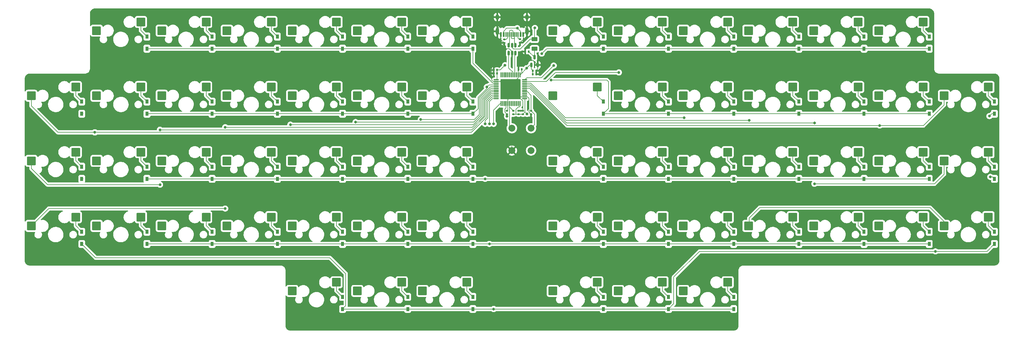
<source format=gbr>
%TF.GenerationSoftware,KiCad,Pcbnew,7.0.9*%
%TF.CreationDate,2024-01-02T07:13:13+09:00*%
%TF.ProjectId,SpaceCadet2024,53706163-6543-4616-9465-74323032342e,rev?*%
%TF.SameCoordinates,Original*%
%TF.FileFunction,Copper,L2,Bot*%
%TF.FilePolarity,Positive*%
%FSLAX46Y46*%
G04 Gerber Fmt 4.6, Leading zero omitted, Abs format (unit mm)*
G04 Created by KiCad (PCBNEW 7.0.9) date 2024-01-02 07:13:13*
%MOMM*%
%LPD*%
G01*
G04 APERTURE LIST*
G04 Aperture macros list*
%AMRoundRect*
0 Rectangle with rounded corners*
0 $1 Rounding radius*
0 $2 $3 $4 $5 $6 $7 $8 $9 X,Y pos of 4 corners*
0 Add a 4 corners polygon primitive as box body*
4,1,4,$2,$3,$4,$5,$6,$7,$8,$9,$2,$3,0*
0 Add four circle primitives for the rounded corners*
1,1,$1+$1,$2,$3*
1,1,$1+$1,$4,$5*
1,1,$1+$1,$6,$7*
1,1,$1+$1,$8,$9*
0 Add four rect primitives between the rounded corners*
20,1,$1+$1,$2,$3,$4,$5,0*
20,1,$1+$1,$4,$5,$6,$7,0*
20,1,$1+$1,$6,$7,$8,$9,0*
20,1,$1+$1,$8,$9,$2,$3,0*%
G04 Aperture macros list end*
%TA.AperFunction,SMDPad,CuDef*%
%ADD10RoundRect,0.200000X-1.075000X-1.050000X1.075000X-1.050000X1.075000X1.050000X-1.075000X1.050000X0*%
%TD*%
%TA.AperFunction,SMDPad,CuDef*%
%ADD11R,0.950000X1.300000*%
%TD*%
%TA.AperFunction,ComponentPad*%
%ADD12C,2.000000*%
%TD*%
%TA.AperFunction,SMDPad,CuDef*%
%ADD13RoundRect,0.250000X-0.625000X0.375000X-0.625000X-0.375000X0.625000X-0.375000X0.625000X0.375000X0*%
%TD*%
%TA.AperFunction,SMDPad,CuDef*%
%ADD14RoundRect,0.150000X0.150000X-0.512500X0.150000X0.512500X-0.150000X0.512500X-0.150000X-0.512500X0*%
%TD*%
%TA.AperFunction,SMDPad,CuDef*%
%ADD15RoundRect,0.135000X-0.185000X0.135000X-0.185000X-0.135000X0.185000X-0.135000X0.185000X0.135000X0*%
%TD*%
%TA.AperFunction,SMDPad,CuDef*%
%ADD16RoundRect,0.140000X0.170000X-0.140000X0.170000X0.140000X-0.170000X0.140000X-0.170000X-0.140000X0*%
%TD*%
%TA.AperFunction,SMDPad,CuDef*%
%ADD17RoundRect,0.075000X0.075000X-0.662500X0.075000X0.662500X-0.075000X0.662500X-0.075000X-0.662500X0*%
%TD*%
%TA.AperFunction,SMDPad,CuDef*%
%ADD18RoundRect,0.075000X0.662500X-0.075000X0.662500X0.075000X-0.662500X0.075000X-0.662500X-0.075000X0*%
%TD*%
%TA.AperFunction,SMDPad,CuDef*%
%ADD19RoundRect,0.140000X-0.140000X-0.170000X0.140000X-0.170000X0.140000X0.170000X-0.140000X0.170000X0*%
%TD*%
%TA.AperFunction,SMDPad,CuDef*%
%ADD20RoundRect,0.140000X0.140000X0.170000X-0.140000X0.170000X-0.140000X-0.170000X0.140000X-0.170000X0*%
%TD*%
%TA.AperFunction,SMDPad,CuDef*%
%ADD21R,0.600000X1.450000*%
%TD*%
%TA.AperFunction,SMDPad,CuDef*%
%ADD22R,0.300000X1.450000*%
%TD*%
%TA.AperFunction,ComponentPad*%
%ADD23O,1.000000X1.600000*%
%TD*%
%TA.AperFunction,ComponentPad*%
%ADD24O,1.000000X2.100000*%
%TD*%
%TA.AperFunction,SMDPad,CuDef*%
%ADD25RoundRect,0.135000X0.185000X-0.135000X0.185000X0.135000X-0.185000X0.135000X-0.185000X-0.135000X0*%
%TD*%
%TA.AperFunction,ViaPad*%
%ADD26C,0.800000*%
%TD*%
%TA.AperFunction,Conductor*%
%ADD27C,0.200000*%
%TD*%
G04 APERTURE END LIST*
D10*
%TO.P,SW9,1,1*%
%TO.N,COL8*%
X185765000Y-19310000D03*
%TO.P,SW9,2,2*%
%TO.N,Net-(D9-A)*%
X198692000Y-16770000D03*
%TD*%
%TO.P,SW19,1,1*%
%TO.N,COL6*%
X147765000Y-38310000D03*
%TO.P,SW19,2,2*%
%TO.N,Net-(D19-A)*%
X160692000Y-35770000D03*
%TD*%
%TO.P,SW38,1,1*%
%TO.N,COL1*%
X33765000Y-76310000D03*
%TO.P,SW38,2,2*%
%TO.N,Net-(D38-A)*%
X46692000Y-73770000D03*
%TD*%
%TO.P,SW14,1,1*%
%TO.N,COL1*%
X33765000Y-38310000D03*
%TO.P,SW14,2,2*%
%TO.N,Net-(D14-A)*%
X46692000Y-35770000D03*
%TD*%
%TO.P,SW39,1,1*%
%TO.N,COL2*%
X52765000Y-76310000D03*
%TO.P,SW39,2,2*%
%TO.N,Net-(D39-A)*%
X65692000Y-73770000D03*
%TD*%
%TO.P,SW40,1,1*%
%TO.N,COL3*%
X71765000Y-76310000D03*
%TO.P,SW40,2,2*%
%TO.N,Net-(D40-A)*%
X84692000Y-73770000D03*
%TD*%
%TO.P,SW21,1,1*%
%TO.N,COL8*%
X185765000Y-38310000D03*
%TO.P,SW21,2,2*%
%TO.N,Net-(D21-A)*%
X198692000Y-35770000D03*
%TD*%
%TO.P,SW56,1,1*%
%TO.N,COL7*%
X166765000Y-95310000D03*
%TO.P,SW56,2,2*%
%TO.N,Net-(D56-A)*%
X179692000Y-92770000D03*
%TD*%
%TO.P,SW45,1,1*%
%TO.N,COL8*%
X185765000Y-76310000D03*
%TO.P,SW45,2,2*%
%TO.N,Net-(D45-A)*%
X198692000Y-73770000D03*
%TD*%
%TO.P,SW30,1,1*%
%TO.N,COL5*%
X109765000Y-57310000D03*
%TO.P,SW30,2,2*%
%TO.N,Net-(D30-A)*%
X122692000Y-54770000D03*
%TD*%
%TO.P,SW50,1,1*%
%TO.N,COL1*%
X-4235000Y-57310000D03*
%TO.P,SW50,2,2*%
%TO.N,Net-(D50-A)*%
X8692000Y-54770000D03*
%TD*%
%TO.P,SW33,1,1*%
%TO.N,COL8*%
X185765000Y-57310000D03*
%TO.P,SW33,2,2*%
%TO.N,Net-(D33-A)*%
X198692000Y-54770000D03*
%TD*%
%TO.P,SW59,1,1*%
%TO.N,COLa*%
X261765000Y-57310000D03*
%TO.P,SW59,2,2*%
%TO.N,Net-(D59-A)*%
X274692000Y-54770000D03*
%TD*%
%TO.P,SW58,1,1*%
%TO.N,COL9*%
X261765000Y-76310000D03*
%TO.P,SW58,2,2*%
%TO.N,Net-(D58-A)*%
X274692000Y-73770000D03*
%TD*%
%TO.P,SW12,1,1*%
%TO.N,COLb*%
X242765000Y-19310000D03*
%TO.P,SW12,2,2*%
%TO.N,Net-(D12-A)*%
X255692000Y-16770000D03*
%TD*%
%TO.P,SW32,1,1*%
%TO.N,COL7*%
X166765000Y-57310000D03*
%TO.P,SW32,2,2*%
%TO.N,Net-(D32-A)*%
X179692000Y-54770000D03*
%TD*%
%TO.P,SW10,1,1*%
%TO.N,COL9*%
X204765000Y-19310000D03*
%TO.P,SW10,2,2*%
%TO.N,Net-(D10-A)*%
X217692000Y-16770000D03*
%TD*%
%TO.P,SW22,1,1*%
%TO.N,COL9*%
X204765000Y-38310000D03*
%TO.P,SW22,2,2*%
%TO.N,Net-(D22-A)*%
X217692000Y-35770000D03*
%TD*%
%TO.P,SW43,1,1*%
%TO.N,COL6*%
X147765000Y-76310000D03*
%TO.P,SW43,2,2*%
%TO.N,Net-(D43-A)*%
X160692000Y-73770000D03*
%TD*%
%TO.P,SW8,1,1*%
%TO.N,COL7*%
X166765000Y-19310000D03*
%TO.P,SW8,2,2*%
%TO.N,Net-(D8-A)*%
X179692000Y-16770000D03*
%TD*%
%TO.P,SW55,1,1*%
%TO.N,COL6*%
X147765000Y-95310000D03*
%TO.P,SW55,2,2*%
%TO.N,Net-(D55-A)*%
X160692000Y-92770000D03*
%TD*%
%TO.P,SW44,1,1*%
%TO.N,COL7*%
X166765000Y-76310000D03*
%TO.P,SW44,2,2*%
%TO.N,Net-(D44-A)*%
X179692000Y-73770000D03*
%TD*%
%TO.P,SW37,1,1*%
%TO.N,COL0*%
X14765000Y-76310000D03*
%TO.P,SW37,2,2*%
%TO.N,Net-(D37-A)*%
X27692000Y-73770000D03*
%TD*%
%TO.P,SW1,1,1*%
%TO.N,COL0*%
X14765000Y-19310000D03*
%TO.P,SW1,2,2*%
%TO.N,Net-(D1-A)*%
X27692000Y-16770000D03*
%TD*%
%TO.P,SW28,1,1*%
%TO.N,COL3*%
X71765000Y-57310000D03*
%TO.P,SW28,2,2*%
%TO.N,Net-(D28-A)*%
X84692000Y-54770000D03*
%TD*%
%TO.P,SW47,1,1*%
%TO.N,COLa*%
X223765000Y-76310000D03*
%TO.P,SW47,2,2*%
%TO.N,Net-(D47-A)*%
X236692000Y-73770000D03*
%TD*%
%TO.P,SW29,1,1*%
%TO.N,COL4*%
X90765000Y-57310000D03*
%TO.P,SW29,2,2*%
%TO.N,Net-(D29-A)*%
X103692000Y-54770000D03*
%TD*%
%TO.P,SW31,1,1*%
%TO.N,COL6*%
X147765000Y-57310000D03*
%TO.P,SW31,2,2*%
%TO.N,Net-(D31-A)*%
X160692000Y-54770000D03*
%TD*%
%TO.P,SW24,1,1*%
%TO.N,COLb*%
X242765000Y-38310000D03*
%TO.P,SW24,2,2*%
%TO.N,Net-(D24-A)*%
X255692000Y-35770000D03*
%TD*%
%TO.P,SW27,1,1*%
%TO.N,COL2*%
X52775000Y-57310000D03*
%TO.P,SW27,2,2*%
%TO.N,Net-(D27-A)*%
X65702000Y-54770000D03*
%TD*%
%TO.P,SW57,1,1*%
%TO.N,COL8*%
X185765000Y-95310000D03*
%TO.P,SW57,2,2*%
%TO.N,Net-(D57-A)*%
X198692000Y-92770000D03*
%TD*%
%TO.P,SW13,1,1*%
%TO.N,COL0*%
X14765000Y-38310000D03*
%TO.P,SW13,2,2*%
%TO.N,Net-(D13-A)*%
X27692000Y-35770000D03*
%TD*%
%TO.P,SW53,1,1*%
%TO.N,COL4*%
X90765000Y-95310000D03*
%TO.P,SW53,2,2*%
%TO.N,Net-(D53-A)*%
X103692000Y-92770000D03*
%TD*%
%TO.P,SW34,1,1*%
%TO.N,COL9*%
X204765000Y-57310000D03*
%TO.P,SW34,2,2*%
%TO.N,Net-(D34-A)*%
X217692000Y-54770000D03*
%TD*%
%TO.P,SW60,1,1*%
%TO.N,COLb*%
X261765000Y-38310000D03*
%TO.P,SW60,2,2*%
%TO.N,Net-(D60-A)*%
X274692000Y-35770000D03*
%TD*%
%TO.P,SW17,1,1*%
%TO.N,COL4*%
X90765000Y-38310000D03*
%TO.P,SW17,2,2*%
%TO.N,Net-(D17-A)*%
X103692000Y-35770000D03*
%TD*%
%TO.P,SW6,1,1*%
%TO.N,COL5*%
X109765000Y-19310000D03*
%TO.P,SW6,2,2*%
%TO.N,Net-(D6-A)*%
X122692000Y-16770000D03*
%TD*%
%TO.P,SW41,1,1*%
%TO.N,COL4*%
X90765000Y-76310000D03*
%TO.P,SW41,2,2*%
%TO.N,Net-(D41-A)*%
X103692000Y-73770000D03*
%TD*%
%TO.P,SW52,1,1*%
%TO.N,COL3*%
X71765000Y-95310000D03*
%TO.P,SW52,2,2*%
%TO.N,Net-(D52-A)*%
X84692000Y-92770000D03*
%TD*%
%TO.P,SW25,1,1*%
%TO.N,COL0*%
X14765000Y-57310000D03*
%TO.P,SW25,2,2*%
%TO.N,Net-(D25-A)*%
X27692000Y-54770000D03*
%TD*%
%TO.P,SW48,1,1*%
%TO.N,COLb*%
X242765000Y-76310000D03*
%TO.P,SW48,2,2*%
%TO.N,Net-(D48-A)*%
X255692000Y-73770000D03*
%TD*%
%TO.P,SW42,1,1*%
%TO.N,COL5*%
X109765000Y-76310000D03*
%TO.P,SW42,2,2*%
%TO.N,Net-(D42-A)*%
X122692000Y-73770000D03*
%TD*%
%TO.P,SW36,1,1*%
%TO.N,COLb*%
X242765000Y-57310000D03*
%TO.P,SW36,2,2*%
%TO.N,Net-(D36-A)*%
X255692000Y-54770000D03*
%TD*%
%TO.P,SW7,1,1*%
%TO.N,COL6*%
X147765000Y-19310000D03*
%TO.P,SW7,2,2*%
%TO.N,Net-(D7-A)*%
X160692000Y-16770000D03*
%TD*%
%TO.P,SW4,1,1*%
%TO.N,COL3*%
X71765000Y-19310000D03*
%TO.P,SW4,2,2*%
%TO.N,Net-(D4-A)*%
X84692000Y-16770000D03*
%TD*%
%TO.P,SW3,1,1*%
%TO.N,COL2*%
X52765000Y-19310000D03*
%TO.P,SW3,2,2*%
%TO.N,Net-(D3-A)*%
X65692000Y-16770000D03*
%TD*%
%TO.P,SW18,1,1*%
%TO.N,COL5*%
X109765000Y-38310000D03*
%TO.P,SW18,2,2*%
%TO.N,Net-(D18-A)*%
X122692000Y-35770000D03*
%TD*%
%TO.P,SW11,1,1*%
%TO.N,COLa*%
X223765000Y-19310000D03*
%TO.P,SW11,2,2*%
%TO.N,Net-(D11-A)*%
X236692000Y-16770000D03*
%TD*%
%TO.P,SW49,1,1*%
%TO.N,COL0*%
X-4235000Y-38310000D03*
%TO.P,SW49,2,2*%
%TO.N,Net-(D49-A)*%
X8692000Y-35770000D03*
%TD*%
%TO.P,SW16,1,1*%
%TO.N,COL3*%
X71765000Y-38310000D03*
%TO.P,SW16,2,2*%
%TO.N,Net-(D16-A)*%
X84692000Y-35770000D03*
%TD*%
%TO.P,SW20,1,1*%
%TO.N,COL7*%
X166765000Y-38310000D03*
%TO.P,SW20,2,2*%
%TO.N,Net-(D20-A)*%
X179692000Y-35770000D03*
%TD*%
%TO.P,SW46,1,1*%
%TO.N,COL9*%
X204765000Y-76310000D03*
%TO.P,SW46,2,2*%
%TO.N,Net-(D46-A)*%
X217692000Y-73770000D03*
%TD*%
%TO.P,SW35,1,1*%
%TO.N,COLa*%
X223765000Y-57310000D03*
%TO.P,SW35,2,2*%
%TO.N,Net-(D35-A)*%
X236692000Y-54770000D03*
%TD*%
%TO.P,SW15,1,1*%
%TO.N,COL2*%
X52765000Y-38310000D03*
%TO.P,SW15,2,2*%
%TO.N,Net-(D15-A)*%
X65692000Y-35770000D03*
%TD*%
%TO.P,SW26,1,1*%
%TO.N,COL1*%
X33765000Y-57310000D03*
%TO.P,SW26,2,2*%
%TO.N,Net-(D26-A)*%
X46692000Y-54770000D03*
%TD*%
%TO.P,SW2,1,1*%
%TO.N,COL1*%
X33765000Y-19310000D03*
%TO.P,SW2,2,2*%
%TO.N,Net-(D2-A)*%
X46692000Y-16770000D03*
%TD*%
%TO.P,SW5,1,1*%
%TO.N,COL4*%
X90765000Y-19310000D03*
%TO.P,SW5,2,2*%
%TO.N,Net-(D5-A)*%
X103692000Y-16770000D03*
%TD*%
%TO.P,SW23,1,1*%
%TO.N,COLa*%
X223765000Y-38310000D03*
%TO.P,SW23,2,2*%
%TO.N,Net-(D23-A)*%
X236692000Y-35770000D03*
%TD*%
%TO.P,SW54,1,1*%
%TO.N,COL5*%
X109765000Y-95310000D03*
%TO.P,SW54,2,2*%
%TO.N,Net-(D54-A)*%
X122692000Y-92770000D03*
%TD*%
%TO.P,SW51,1,1*%
%TO.N,COL2*%
X-4235000Y-76310000D03*
%TO.P,SW51,2,2*%
%TO.N,Net-(D51-A)*%
X8692000Y-73770000D03*
%TD*%
D11*
%TO.P,D12,1,K*%
%TO.N,ROW0*%
X257450000Y-24575000D03*
%TO.P,D12,2,A*%
%TO.N,Net-(D12-A)*%
X257450000Y-21025000D03*
%TD*%
%TO.P,D8,1,K*%
%TO.N,ROW0*%
X181450000Y-24575000D03*
%TO.P,D8,2,A*%
%TO.N,Net-(D8-A)*%
X181450000Y-21025000D03*
%TD*%
%TO.P,D44,1,K*%
%TO.N,ROW3*%
X181450000Y-81575000D03*
%TO.P,D44,2,A*%
%TO.N,Net-(D44-A)*%
X181450000Y-78025000D03*
%TD*%
D12*
%TO.P,RS1,1,1*%
%TO.N,GND*%
X135800000Y-54300000D03*
%TO.P,RS1,2,2*%
%TO.N,RST*%
X135800000Y-47800000D03*
%TD*%
D11*
%TO.P,D40,1,K*%
%TO.N,ROW3*%
X86450000Y-81575000D03*
%TO.P,D40,2,A*%
%TO.N,Net-(D40-A)*%
X86450000Y-78025000D03*
%TD*%
%TO.P,D27,1,K*%
%TO.N,ROW2*%
X67450000Y-62575000D03*
%TO.P,D27,2,A*%
%TO.N,Net-(D27-A)*%
X67450000Y-59025000D03*
%TD*%
%TO.P,D19,1,K*%
%TO.N,ROW1*%
X162450000Y-43575000D03*
%TO.P,D19,2,A*%
%TO.N,Net-(D19-A)*%
X162450000Y-40025000D03*
%TD*%
%TO.P,D32,1,K*%
%TO.N,ROW2*%
X181450000Y-62575000D03*
%TO.P,D32,2,A*%
%TO.N,Net-(D32-A)*%
X181450000Y-59025000D03*
%TD*%
D13*
%TO.P,F1,1*%
%TO.N,VBUS*%
X142400000Y-21800000D03*
%TO.P,F1,2*%
%TO.N,Net-(U3-VI)*%
X142400000Y-24600000D03*
%TD*%
D14*
%TO.P,U3,1,GND*%
%TO.N,GND*%
X143350000Y-29337500D03*
%TO.P,U3,2,VO*%
%TO.N,+3.3V*%
X141450000Y-29337500D03*
%TO.P,U3,3,VI*%
%TO.N,Net-(U3-VI)*%
X142400000Y-27062500D03*
%TD*%
D15*
%TO.P,R2,1*%
%TO.N,Net-(IO1-CC2)*%
X138200000Y-21815000D03*
%TO.P,R2,2*%
%TO.N,GND*%
X138200000Y-22835000D03*
%TD*%
D16*
%TO.P,C8,1*%
%TO.N,+3.3V*%
X139000000Y-43680000D03*
%TO.P,C8,2*%
%TO.N,GND*%
X139000000Y-42720000D03*
%TD*%
D11*
%TO.P,D4,1,K*%
%TO.N,ROW0*%
X86450000Y-24575000D03*
%TO.P,D4,2,A*%
%TO.N,Net-(D4-A)*%
X86450000Y-21025000D03*
%TD*%
%TO.P,D38,1,K*%
%TO.N,ROW3*%
X48450000Y-81575000D03*
%TO.P,D38,2,A*%
%TO.N,Net-(D38-A)*%
X48450000Y-78025000D03*
%TD*%
%TO.P,D3,1,K*%
%TO.N,ROW0*%
X67450000Y-24575000D03*
%TO.P,D3,2,A*%
%TO.N,Net-(D3-A)*%
X67450000Y-21025000D03*
%TD*%
%TO.P,D52,1,K*%
%TO.N,ROW4*%
X86450000Y-100575000D03*
%TO.P,D52,2,A*%
%TO.N,Net-(D52-A)*%
X86450000Y-97025000D03*
%TD*%
%TO.P,D2,1,K*%
%TO.N,ROW0*%
X48450000Y-24575000D03*
%TO.P,D2,2,A*%
%TO.N,Net-(D2-A)*%
X48450000Y-21025000D03*
%TD*%
D15*
%TO.P,R3,1*%
%TO.N,BOOT*%
X141400000Y-42690000D03*
%TO.P,R3,2*%
%TO.N,GND*%
X141400000Y-43710000D03*
%TD*%
D11*
%TO.P,D18,1,K*%
%TO.N,ROW1*%
X124450000Y-43575000D03*
%TO.P,D18,2,A*%
%TO.N,Net-(D18-A)*%
X124450000Y-40025000D03*
%TD*%
%TO.P,D45,1,K*%
%TO.N,ROW3*%
X200450000Y-81575000D03*
%TO.P,D45,2,A*%
%TO.N,Net-(D45-A)*%
X200450000Y-78025000D03*
%TD*%
%TO.P,D58,1,K*%
%TO.N,ROW4*%
X276450000Y-81575000D03*
%TO.P,D58,2,A*%
%TO.N,Net-(D58-A)*%
X276450000Y-78025000D03*
%TD*%
%TO.P,D6,1,K*%
%TO.N,ROW0*%
X124450000Y-24575000D03*
%TO.P,D6,2,A*%
%TO.N,Net-(D6-A)*%
X124450000Y-21025000D03*
%TD*%
%TO.P,D59,1,K*%
%TO.N,ROW4*%
X276450000Y-62575000D03*
%TO.P,D59,2,A*%
%TO.N,Net-(D59-A)*%
X276450000Y-59025000D03*
%TD*%
%TO.P,D37,1,K*%
%TO.N,ROW3*%
X29450000Y-81575000D03*
%TO.P,D37,2,A*%
%TO.N,Net-(D37-A)*%
X29450000Y-78025000D03*
%TD*%
%TO.P,D43,1,K*%
%TO.N,ROW3*%
X162450000Y-81575000D03*
%TO.P,D43,2,A*%
%TO.N,Net-(D43-A)*%
X162450000Y-78025000D03*
%TD*%
%TO.P,D50,1,K*%
%TO.N,ROW4*%
X10450000Y-62575000D03*
%TO.P,D50,2,A*%
%TO.N,Net-(D50-A)*%
X10450000Y-59025000D03*
%TD*%
%TO.P,D1,1,K*%
%TO.N,ROW0*%
X29450000Y-24575000D03*
%TO.P,D1,2,A*%
%TO.N,Net-(D1-A)*%
X29450000Y-21025000D03*
%TD*%
%TO.P,D53,1,K*%
%TO.N,ROW4*%
X105450000Y-100575000D03*
%TO.P,D53,2,A*%
%TO.N,Net-(D53-A)*%
X105450000Y-97025000D03*
%TD*%
%TO.P,D48,1,K*%
%TO.N,ROW3*%
X257450000Y-81575000D03*
%TO.P,D48,2,A*%
%TO.N,Net-(D48-A)*%
X257450000Y-78025000D03*
%TD*%
%TO.P,D60,1,K*%
%TO.N,ROW4*%
X276450000Y-43575000D03*
%TO.P,D60,2,A*%
%TO.N,Net-(D60-A)*%
X276450000Y-40025000D03*
%TD*%
%TO.P,D33,1,K*%
%TO.N,ROW2*%
X200450000Y-62575000D03*
%TO.P,D33,2,A*%
%TO.N,Net-(D33-A)*%
X200450000Y-59025000D03*
%TD*%
%TO.P,D39,1,K*%
%TO.N,ROW3*%
X67450000Y-81575000D03*
%TO.P,D39,2,A*%
%TO.N,Net-(D39-A)*%
X67450000Y-78025000D03*
%TD*%
%TO.P,D46,1,K*%
%TO.N,ROW3*%
X219450000Y-81575000D03*
%TO.P,D46,2,A*%
%TO.N,Net-(D46-A)*%
X219450000Y-78025000D03*
%TD*%
D17*
%TO.P,U1,1,VBAT*%
%TO.N,+3.3V*%
X138150000Y-40562500D03*
%TO.P,U1,2,PC13*%
%TO.N,unconnected-(U1-PC13-Pad2)*%
X137650000Y-40562500D03*
%TO.P,U1,3,PC14*%
%TO.N,unconnected-(U1-PC14-Pad3)*%
X137150000Y-40562500D03*
%TO.P,U1,4,PC15*%
%TO.N,unconnected-(U1-PC15-Pad4)*%
X136650000Y-40562500D03*
%TO.P,U1,5,PF0*%
%TO.N,unconnected-(U1-PF0-Pad5)*%
X136150000Y-40562500D03*
%TO.P,U1,6,PF1*%
%TO.N,unconnected-(U1-PF1-Pad6)*%
X135650000Y-40562500D03*
%TO.P,U1,7,NRST*%
%TO.N,RST*%
X135150000Y-40562500D03*
%TO.P,U1,8,VSSA*%
%TO.N,GND*%
X134650000Y-40562500D03*
%TO.P,U1,9,VDDA*%
%TO.N,+3.3V*%
X134150000Y-40562500D03*
%TO.P,U1,10,PA0*%
%TO.N,unconnected-(U1-PA0-Pad10)*%
X133650000Y-40562500D03*
%TO.P,U1,11,PA1*%
%TO.N,unconnected-(U1-PA1-Pad11)*%
X133150000Y-40562500D03*
%TO.P,U1,12,PA2*%
%TO.N,ROW4*%
X132650000Y-40562500D03*
D18*
%TO.P,U1,13,PA3*%
%TO.N,ROW3*%
X131237500Y-39150000D03*
%TO.P,U1,14,PA4*%
%TO.N,ROW2*%
X131237500Y-38650000D03*
%TO.P,U1,15,PA5*%
%TO.N,COL0*%
X131237500Y-38150000D03*
%TO.P,U1,16,PA6*%
%TO.N,COL1*%
X131237500Y-37650000D03*
%TO.P,U1,17,PA7*%
%TO.N,COL2*%
X131237500Y-37150000D03*
%TO.P,U1,18,PB0*%
%TO.N,COL3*%
X131237500Y-36650000D03*
%TO.P,U1,19,PB1*%
%TO.N,COL4*%
X131237500Y-36150000D03*
%TO.P,U1,20,PB2*%
%TO.N,COL5*%
X131237500Y-35650000D03*
%TO.P,U1,21,PB10*%
%TO.N,ROW1*%
X131237500Y-35150000D03*
%TO.P,U1,22,PB11*%
%TO.N,ROW0*%
X131237500Y-34650000D03*
%TO.P,U1,23,VSS*%
%TO.N,GND*%
X131237500Y-34150000D03*
%TO.P,U1,24,VDD*%
%TO.N,+3.3V*%
X131237500Y-33650000D03*
D17*
%TO.P,U1,25,PB12*%
%TO.N,unconnected-(U1-PB12-Pad25)*%
X132650000Y-32237500D03*
%TO.P,U1,26,PB13*%
%TO.N,unconnected-(U1-PB13-Pad26)*%
X133150000Y-32237500D03*
%TO.P,U1,27,PB14*%
%TO.N,unconnected-(U1-PB14-Pad27)*%
X133650000Y-32237500D03*
%TO.P,U1,28,PB15*%
%TO.N,unconnected-(U1-PB15-Pad28)*%
X134150000Y-32237500D03*
%TO.P,U1,29,PA8*%
%TO.N,unconnected-(U1-PA8-Pad29)*%
X134650000Y-32237500D03*
%TO.P,U1,30,PA9*%
%TO.N,unconnected-(U1-PA9-Pad30)*%
X135150000Y-32237500D03*
%TO.P,U1,31,PA10*%
%TO.N,unconnected-(U1-PA10-Pad31)*%
X135650000Y-32237500D03*
%TO.P,U1,32,PA11*%
%TO.N,D-*%
X136150000Y-32237500D03*
%TO.P,U1,33,PA12*%
%TO.N,D+*%
X136650000Y-32237500D03*
%TO.P,U1,34,PA13*%
%TO.N,unconnected-(U1-PA13-Pad34)*%
X137150000Y-32237500D03*
%TO.P,U1,35,VSS*%
%TO.N,GND*%
X137650000Y-32237500D03*
%TO.P,U1,36,VDDIO2*%
%TO.N,+3.3V*%
X138150000Y-32237500D03*
D18*
%TO.P,U1,37,PA14*%
%TO.N,COL6*%
X139562500Y-33650000D03*
%TO.P,U1,38,PA15*%
%TO.N,COL7*%
X139562500Y-34150000D03*
%TO.P,U1,39,PB3*%
%TO.N,COL8*%
X139562500Y-34650000D03*
%TO.P,U1,40,PB4*%
%TO.N,COL9*%
X139562500Y-35150000D03*
%TO.P,U1,41,PB5*%
%TO.N,COLa*%
X139562500Y-35650000D03*
%TO.P,U1,42,PB6*%
%TO.N,COLb*%
X139562500Y-36150000D03*
%TO.P,U1,43,PB7*%
%TO.N,unconnected-(U1-PB7-Pad43)*%
X139562500Y-36650000D03*
%TO.P,U1,44,BOOT0*%
%TO.N,BOOT*%
X139562500Y-37150000D03*
%TO.P,U1,45,PB8*%
%TO.N,unconnected-(U1-PB8-Pad45)*%
X139562500Y-37650000D03*
%TO.P,U1,46,PB9*%
%TO.N,unconnected-(U1-PB9-Pad46)*%
X139562500Y-38150000D03*
%TO.P,U1,47,VSS*%
%TO.N,GND*%
X139562500Y-38650000D03*
%TO.P,U1,48,VDD*%
%TO.N,+3.3V*%
X139562500Y-39150000D03*
%TD*%
D11*
%TO.P,D26,1,K*%
%TO.N,ROW2*%
X48450000Y-62575000D03*
%TO.P,D26,2,A*%
%TO.N,Net-(D26-A)*%
X48450000Y-59025000D03*
%TD*%
%TO.P,D23,1,K*%
%TO.N,ROW1*%
X238450000Y-43575000D03*
%TO.P,D23,2,A*%
%TO.N,Net-(D23-A)*%
X238450000Y-40025000D03*
%TD*%
D19*
%TO.P,C2,1*%
%TO.N,+3.3V*%
X141920000Y-31000000D03*
%TO.P,C2,2*%
%TO.N,GND*%
X142880000Y-31000000D03*
%TD*%
D14*
%TO.P,U2,1,I/O1*%
%TO.N,D+*%
X136800000Y-25837500D03*
%TO.P,U2,2,GND*%
%TO.N,GND*%
X135850000Y-25837500D03*
%TO.P,U2,3,I/O2*%
%TO.N,D-*%
X134900000Y-25837500D03*
%TO.P,U2,4,I/O2*%
%TO.N,DN*%
X134900000Y-23562500D03*
%TO.P,U2,5,VBUS*%
%TO.N,VBUS*%
X135850000Y-23562500D03*
%TO.P,U2,6,I/O1*%
%TO.N,DP*%
X136800000Y-23562500D03*
%TD*%
D11*
%TO.P,D15,1,K*%
%TO.N,ROW1*%
X67450000Y-43575000D03*
%TO.P,D15,2,A*%
%TO.N,Net-(D15-A)*%
X67450000Y-40025000D03*
%TD*%
%TO.P,D7,1,K*%
%TO.N,ROW0*%
X162450000Y-24575000D03*
%TO.P,D7,2,A*%
%TO.N,Net-(D7-A)*%
X162450000Y-21025000D03*
%TD*%
D20*
%TO.P,C7,1*%
%TO.N,+3.3V*%
X131480000Y-31800000D03*
%TO.P,C7,2*%
%TO.N,GND*%
X130520000Y-31800000D03*
%TD*%
%TO.P,C1,1*%
%TO.N,Net-(U3-VI)*%
X140680000Y-25400000D03*
%TO.P,C1,2*%
%TO.N,GND*%
X139720000Y-25400000D03*
%TD*%
D11*
%TO.P,D30,1,K*%
%TO.N,ROW2*%
X124450000Y-62575000D03*
%TO.P,D30,2,A*%
%TO.N,Net-(D30-A)*%
X124450000Y-59025000D03*
%TD*%
%TO.P,D20,1,K*%
%TO.N,ROW1*%
X181450000Y-43575000D03*
%TO.P,D20,2,A*%
%TO.N,Net-(D20-A)*%
X181450000Y-40025000D03*
%TD*%
D16*
%TO.P,C5,1*%
%TO.N,+3.3V*%
X134400000Y-43680000D03*
%TO.P,C5,2*%
%TO.N,GND*%
X134400000Y-42720000D03*
%TD*%
D20*
%TO.P,C6,1*%
%TO.N,+3.3V*%
X131480000Y-30800000D03*
%TO.P,C6,2*%
%TO.N,GND*%
X130520000Y-30800000D03*
%TD*%
D21*
%TO.P,IO1,1,GND*%
%TO.N,GND*%
X132625000Y-20425000D03*
%TO.P,IO1,2,VBUS*%
%TO.N,VBUS*%
X133400000Y-20425000D03*
D22*
%TO.P,IO1,3,SBU2*%
%TO.N,unconnected-(IO1-SBU2-Pad3)*%
X134100000Y-20425000D03*
%TO.P,IO1,4,CC1*%
%TO.N,Net-(IO1-CC1)*%
X134600000Y-20425000D03*
%TO.P,IO1,5,DN2*%
%TO.N,DN*%
X135100000Y-20425000D03*
%TO.P,IO1,6,DP1*%
%TO.N,DP*%
X135600000Y-20425000D03*
%TO.P,IO1,7,DN1*%
%TO.N,DN*%
X136100000Y-20425000D03*
%TO.P,IO1,8,DP2*%
%TO.N,DP*%
X136600000Y-20425000D03*
%TO.P,IO1,9,SBU1*%
%TO.N,unconnected-(IO1-SBU1-Pad9)*%
X137100000Y-20425000D03*
%TO.P,IO1,10,CC2*%
%TO.N,Net-(IO1-CC2)*%
X137600000Y-20425000D03*
D21*
%TO.P,IO1,11,VBUS*%
%TO.N,VBUS*%
X138300000Y-20425000D03*
%TO.P,IO1,12,GND*%
%TO.N,GND*%
X139075000Y-20425000D03*
D23*
%TO.P,IO1,13,SHIELD*%
X131530000Y-15330000D03*
D24*
X131530000Y-19510000D03*
D23*
X140170000Y-15330000D03*
D24*
X140170000Y-19510000D03*
%TD*%
D11*
%TO.P,D22,1,K*%
%TO.N,ROW1*%
X219450000Y-43575000D03*
%TO.P,D22,2,A*%
%TO.N,Net-(D22-A)*%
X219450000Y-40025000D03*
%TD*%
D16*
%TO.P,C9,1*%
%TO.N,+3.3V*%
X137750000Y-43680000D03*
%TO.P,C9,2*%
%TO.N,GND*%
X137750000Y-42720000D03*
%TD*%
D25*
%TO.P,R4,1*%
%TO.N,+3.3V*%
X136200000Y-43710000D03*
%TO.P,R4,2*%
%TO.N,RST*%
X136200000Y-42690000D03*
%TD*%
D11*
%TO.P,D34,1,K*%
%TO.N,ROW2*%
X219450000Y-62575000D03*
%TO.P,D34,2,A*%
%TO.N,Net-(D34-A)*%
X219450000Y-59025000D03*
%TD*%
%TO.P,D36,1,K*%
%TO.N,ROW2*%
X257450000Y-62575000D03*
%TO.P,D36,2,A*%
%TO.N,Net-(D36-A)*%
X257450000Y-59025000D03*
%TD*%
D15*
%TO.P,R1,1*%
%TO.N,Net-(IO1-CC1)*%
X133600000Y-21890000D03*
%TO.P,R1,2*%
%TO.N,GND*%
X133600000Y-22910000D03*
%TD*%
D11*
%TO.P,D41,1,K*%
%TO.N,ROW3*%
X105450000Y-81575000D03*
%TO.P,D41,2,A*%
%TO.N,Net-(D41-A)*%
X105450000Y-78025000D03*
%TD*%
%TO.P,D49,1,K*%
%TO.N,ROW4*%
X10450000Y-43575000D03*
%TO.P,D49,2,A*%
%TO.N,Net-(D49-A)*%
X10450000Y-40025000D03*
%TD*%
%TO.P,D47,1,K*%
%TO.N,ROW3*%
X238450000Y-81575000D03*
%TO.P,D47,2,A*%
%TO.N,Net-(D47-A)*%
X238450000Y-78025000D03*
%TD*%
%TO.P,D42,1,K*%
%TO.N,ROW3*%
X124450000Y-81575000D03*
%TO.P,D42,2,A*%
%TO.N,Net-(D42-A)*%
X124450000Y-78025000D03*
%TD*%
%TO.P,D29,1,K*%
%TO.N,ROW2*%
X105450000Y-62575000D03*
%TO.P,D29,2,A*%
%TO.N,Net-(D29-A)*%
X105450000Y-59025000D03*
%TD*%
%TO.P,D5,1,K*%
%TO.N,ROW0*%
X105450000Y-24575000D03*
%TO.P,D5,2,A*%
%TO.N,Net-(D5-A)*%
X105450000Y-21025000D03*
%TD*%
%TO.P,D25,1,K*%
%TO.N,ROW2*%
X29450000Y-62575000D03*
%TO.P,D25,2,A*%
%TO.N,Net-(D25-A)*%
X29450000Y-59025000D03*
%TD*%
D20*
%TO.P,C4,1*%
%TO.N,+3.3V*%
X138680000Y-30600000D03*
%TO.P,C4,2*%
%TO.N,GND*%
X137720000Y-30600000D03*
%TD*%
D11*
%TO.P,D35,1,K*%
%TO.N,ROW2*%
X238450000Y-62575000D03*
%TO.P,D35,2,A*%
%TO.N,Net-(D35-A)*%
X238450000Y-59025000D03*
%TD*%
%TO.P,D28,1,K*%
%TO.N,ROW2*%
X86450000Y-62575000D03*
%TO.P,D28,2,A*%
%TO.N,Net-(D28-A)*%
X86450000Y-59025000D03*
%TD*%
%TO.P,D14,1,K*%
%TO.N,ROW1*%
X48450000Y-43575000D03*
%TO.P,D14,2,A*%
%TO.N,Net-(D14-A)*%
X48450000Y-40025000D03*
%TD*%
%TO.P,D51,1,K*%
%TO.N,ROW4*%
X10450000Y-81575000D03*
%TO.P,D51,2,A*%
%TO.N,Net-(D51-A)*%
X10450000Y-78025000D03*
%TD*%
%TO.P,D13,1,K*%
%TO.N,ROW1*%
X29450000Y-43575000D03*
%TO.P,D13,2,A*%
%TO.N,Net-(D13-A)*%
X29450000Y-40025000D03*
%TD*%
%TO.P,D21,1,K*%
%TO.N,ROW1*%
X200450000Y-43575000D03*
%TO.P,D21,2,A*%
%TO.N,Net-(D21-A)*%
X200450000Y-40025000D03*
%TD*%
%TO.P,D11,1,K*%
%TO.N,ROW0*%
X238450000Y-24575000D03*
%TO.P,D11,2,A*%
%TO.N,Net-(D11-A)*%
X238450000Y-21025000D03*
%TD*%
%TO.P,D9,1,K*%
%TO.N,ROW0*%
X200450000Y-24575000D03*
%TO.P,D9,2,A*%
%TO.N,Net-(D9-A)*%
X200450000Y-21025000D03*
%TD*%
%TO.P,D10,1,K*%
%TO.N,ROW0*%
X219450000Y-24575000D03*
%TO.P,D10,2,A*%
%TO.N,Net-(D10-A)*%
X219450000Y-21025000D03*
%TD*%
%TO.P,D54,1,K*%
%TO.N,ROW4*%
X124450000Y-100575000D03*
%TO.P,D54,2,A*%
%TO.N,Net-(D54-A)*%
X124450000Y-97025000D03*
%TD*%
%TO.P,D31,1,K*%
%TO.N,ROW2*%
X162450000Y-62575000D03*
%TO.P,D31,2,A*%
%TO.N,Net-(D31-A)*%
X162450000Y-59025000D03*
%TD*%
D12*
%TO.P,BT1,1,1*%
%TO.N,+3.3V*%
X141400000Y-54300000D03*
%TO.P,BT1,2,2*%
%TO.N,BOOT*%
X141400000Y-47800000D03*
%TD*%
D11*
%TO.P,D55,1,K*%
%TO.N,ROW4*%
X162450000Y-100575000D03*
%TO.P,D55,2,A*%
%TO.N,Net-(D55-A)*%
X162450000Y-97025000D03*
%TD*%
%TO.P,D16,1,K*%
%TO.N,ROW1*%
X86450000Y-43575000D03*
%TO.P,D16,2,A*%
%TO.N,Net-(D16-A)*%
X86450000Y-40025000D03*
%TD*%
%TO.P,D56,1,K*%
%TO.N,ROW4*%
X181450000Y-100575000D03*
%TO.P,D56,2,A*%
%TO.N,Net-(D56-A)*%
X181450000Y-97025000D03*
%TD*%
%TO.P,D17,1,K*%
%TO.N,ROW1*%
X105450000Y-43575000D03*
%TO.P,D17,2,A*%
%TO.N,Net-(D17-A)*%
X105450000Y-40025000D03*
%TD*%
%TO.P,D24,1,K*%
%TO.N,ROW1*%
X257450000Y-43575000D03*
%TO.P,D24,2,A*%
%TO.N,Net-(D24-A)*%
X257450000Y-40025000D03*
%TD*%
D19*
%TO.P,C3,1*%
%TO.N,+3.3V*%
X141920000Y-32000000D03*
%TO.P,C3,2*%
%TO.N,GND*%
X142880000Y-32000000D03*
%TD*%
D11*
%TO.P,D57,1,K*%
%TO.N,ROW4*%
X200450000Y-100575000D03*
%TO.P,D57,2,A*%
%TO.N,Net-(D57-A)*%
X200450000Y-97025000D03*
%TD*%
D26*
%TO.N,GND*%
X140125000Y-24225000D03*
%TO.N,VBUS*%
X142500000Y-18525000D03*
X137380000Y-18580000D03*
%TO.N,+3.3V*%
X140200000Y-43600000D03*
X133800000Y-29400000D03*
X134400000Y-44349500D03*
X140093750Y-30293750D03*
%TO.N,ROW0*%
X124450000Y-24575000D03*
X144500000Y-26000000D03*
%TO.N,ROW1*%
X128500000Y-35750000D03*
X147250000Y-33750000D03*
%TO.N,ROW2*%
X128000000Y-46500000D03*
X128000000Y-62575000D03*
%TO.N,ROW3*%
X129250000Y-46500000D03*
X129250000Y-81575000D03*
%TO.N,ROW4*%
X130500000Y-46500000D03*
X275000000Y-44250000D03*
X10500000Y-43500000D03*
X10500000Y-62500000D03*
X275250000Y-62000000D03*
X259250000Y-83750000D03*
X130500000Y-100575000D03*
X10500000Y-81500000D03*
%TO.N,COL0*%
X14250000Y-76000000D03*
X14250000Y-19000000D03*
X14250000Y-38000000D03*
X14250000Y-49000000D03*
X14250000Y-57000000D03*
%TO.N,COL1*%
X33250000Y-48250000D03*
X33250000Y-64250000D03*
X33250000Y-76000000D03*
X33250000Y-57000000D03*
X33250000Y-38000000D03*
X33250000Y-19000000D03*
%TO.N,COL2*%
X52250000Y-47500000D03*
X52250000Y-71250000D03*
X52250000Y-76000000D03*
X52250000Y-57000000D03*
X52250000Y-19000000D03*
X52250000Y-38000000D03*
%TO.N,COL3*%
X71250000Y-95000000D03*
X71250000Y-57000000D03*
X71250000Y-46750000D03*
X71250000Y-38000000D03*
X71250000Y-76000000D03*
X71250000Y-19000000D03*
%TO.N,COL4*%
X90250000Y-46000000D03*
X90250000Y-95000000D03*
X90250000Y-76000000D03*
X90250000Y-57000000D03*
X90250000Y-38000000D03*
X90250000Y-19000000D03*
%TO.N,COL5*%
X109250000Y-76000000D03*
X109250000Y-95000000D03*
X109250000Y-45250000D03*
X109250000Y-38000000D03*
X109250000Y-19000000D03*
X109250000Y-57000000D03*
%TO.N,COL6*%
X148000000Y-57000000D03*
X148000000Y-38000000D03*
X148000000Y-95000000D03*
X148000000Y-19000000D03*
X148000000Y-76000000D03*
X148000000Y-29500000D03*
%TO.N,COL7*%
X167000000Y-57000000D03*
X167000000Y-19000000D03*
X167000000Y-38000000D03*
X167000000Y-31500000D03*
X167000000Y-95000000D03*
X167000000Y-76000000D03*
%TO.N,COL8*%
X186000000Y-44750000D03*
X186000000Y-19000000D03*
X186000000Y-38000000D03*
X186000000Y-76000000D03*
X186000000Y-57000000D03*
X186000000Y-95000000D03*
%TO.N,COL9*%
X205000000Y-45500000D03*
X205000000Y-57000000D03*
X205000000Y-19000000D03*
X205000000Y-76000000D03*
X205000000Y-38000000D03*
%TO.N,COLa*%
X224000000Y-57000000D03*
X224000000Y-46250000D03*
X224000000Y-76000000D03*
X224000000Y-19000000D03*
X224000000Y-64000000D03*
X224000000Y-38000000D03*
%TO.N,COLb*%
X243000000Y-47000000D03*
X243000000Y-57000000D03*
X243000000Y-19000000D03*
X243000000Y-38000000D03*
X243000000Y-76000000D03*
%TD*%
D27*
%TO.N,GND*%
X133600000Y-23050000D02*
X132050000Y-24600000D01*
X133600000Y-22910000D02*
X133600000Y-23050000D01*
X130000000Y-26650000D02*
X130000000Y-31800000D01*
X132050000Y-24600000D02*
X130000000Y-26650000D01*
X133600000Y-24600000D02*
X132050000Y-24600000D01*
X135000000Y-24600000D02*
X133600000Y-24600000D01*
X132625000Y-21935000D02*
X133600000Y-22910000D01*
X132625000Y-20425000D02*
X132625000Y-21935000D01*
X140125000Y-24225000D02*
X139720000Y-24630000D01*
X139720000Y-24630000D02*
X139720000Y-25400000D01*
%TO.N,VBUS*%
X141125000Y-21800000D02*
X142400000Y-21800000D01*
X138225000Y-24700000D02*
X141125000Y-21800000D01*
X135850000Y-24224999D02*
X136325001Y-24700000D01*
X135850000Y-23562500D02*
X135850000Y-24224999D01*
X136325001Y-24700000D02*
X138225000Y-24700000D01*
%TO.N,GND*%
X140170000Y-19510000D02*
X140170000Y-20865000D01*
X140170000Y-20865000D02*
X138200000Y-22835000D01*
%TO.N,VBUS*%
X142500000Y-18525000D02*
X142400000Y-18625000D01*
X142400000Y-18625000D02*
X142400000Y-21800000D01*
X134314594Y-18580000D02*
X137380000Y-18580000D01*
X133400000Y-19494594D02*
X134314594Y-18580000D01*
X133400000Y-20425000D02*
X133400000Y-19494594D01*
%TO.N,Net-(IO1-CC2)*%
X137820000Y-21690000D02*
X137600000Y-21470000D01*
X138200000Y-21690000D02*
X137820000Y-21690000D01*
%TO.N,Net-(IO1-CC1)*%
X134085000Y-21890000D02*
X133600000Y-21890000D01*
X134600000Y-21375000D02*
X134085000Y-21890000D01*
X134600000Y-20425000D02*
X134600000Y-21270000D01*
%TO.N,VBUS*%
X138300000Y-19500000D02*
X137380000Y-18580000D01*
X138300000Y-20425000D02*
X138300000Y-19500000D01*
%TO.N,GND*%
X139562500Y-38650000D02*
X140332410Y-38650000D01*
X136507410Y-37364820D02*
X136507410Y-36364820D01*
X140170000Y-15330000D02*
X140170000Y-19510000D01*
X130350000Y-34150000D02*
X131237500Y-34150000D01*
X140170000Y-15330000D02*
X131530000Y-15330000D01*
X139562500Y-38650000D02*
X137792590Y-38650000D01*
X136507410Y-36364820D02*
X134650000Y-38222230D01*
X132800000Y-17580000D02*
X131530000Y-18850000D01*
X131530000Y-18850000D02*
X131530000Y-19510000D01*
X137650000Y-33007410D02*
X137650000Y-32237500D01*
X139000000Y-39857410D02*
X139000000Y-42720000D01*
X137720000Y-29480000D02*
X137720000Y-30600000D01*
X140780000Y-43090000D02*
X141400000Y-43710000D01*
X132445000Y-20425000D02*
X131530000Y-19510000D01*
X130000000Y-33800000D02*
X130350000Y-34150000D01*
X131530000Y-19510000D02*
X131530000Y-15330000D01*
X132625000Y-20425000D02*
X132445000Y-20425000D01*
X135850000Y-25450000D02*
X135850000Y-25837500D01*
X143350000Y-29337500D02*
X143350000Y-30530000D01*
X134650000Y-38222230D02*
X134650000Y-40562500D01*
X137792590Y-38650000D02*
X137571295Y-38428705D01*
X135800000Y-54300000D02*
X135800000Y-50800000D01*
X130520000Y-30800000D02*
X130520000Y-31800000D01*
X135000000Y-24600000D02*
X135850000Y-25450000D01*
X136507410Y-34150000D02*
X137650000Y-33007410D01*
X137571295Y-38428705D02*
X136507410Y-37364820D01*
X134650000Y-42470000D02*
X134650000Y-40562500D01*
X130520000Y-31800000D02*
X130000000Y-31800000D01*
X139990000Y-19510000D02*
X139075000Y-20425000D01*
X139200000Y-28000000D02*
X137720000Y-29480000D01*
X137650000Y-30670000D02*
X137650000Y-32237500D01*
X138790000Y-17580000D02*
X132800000Y-17580000D01*
X134400000Y-42720000D02*
X134650000Y-42470000D01*
X136507410Y-34150000D02*
X136507410Y-36364820D01*
X140332410Y-38650000D02*
X140780000Y-39097590D01*
X139200000Y-28000000D02*
X142012500Y-28000000D01*
X143350000Y-30530000D02*
X142880000Y-31000000D01*
X137720000Y-30600000D02*
X137650000Y-30670000D01*
X140170000Y-19510000D02*
X139990000Y-19510000D01*
X140780000Y-39097590D02*
X140780000Y-43090000D01*
X142880000Y-31000000D02*
X142880000Y-32000000D01*
X135800000Y-50800000D02*
X141400000Y-45200000D01*
X130000000Y-31800000D02*
X130000000Y-33800000D01*
X131237500Y-34150000D02*
X136507410Y-34150000D01*
X140170000Y-18960000D02*
X138790000Y-17580000D01*
X139000000Y-39857410D02*
X137571295Y-38428705D01*
X140170000Y-19510000D02*
X140170000Y-18960000D01*
X141400000Y-45200000D02*
X141400000Y-43710000D01*
X142012500Y-28000000D02*
X143350000Y-29337500D01*
%TO.N,+3.3V*%
X137650000Y-41600000D02*
X137882410Y-41600000D01*
X137570000Y-43710000D02*
X137600000Y-43680000D01*
X139610000Y-43070000D02*
X139610000Y-39197500D01*
X140787500Y-29600000D02*
X140800000Y-29600000D01*
X137000000Y-42250000D02*
X137650000Y-41600000D01*
X138150000Y-41332410D02*
X138150000Y-40562500D01*
X138970000Y-43710000D02*
X139000000Y-43680000D01*
X134150000Y-41850000D02*
X133790000Y-42210000D01*
X138393750Y-31993750D02*
X138150000Y-32237500D01*
X137882410Y-41600000D02*
X138150000Y-41332410D01*
X140093750Y-30293750D02*
X140787500Y-29600000D01*
X138680000Y-31707500D02*
X138393750Y-31993750D01*
X139000000Y-43680000D02*
X139610000Y-43070000D01*
X139610000Y-39197500D02*
X139562500Y-39150000D01*
X140800000Y-29600000D02*
X141062500Y-29337500D01*
X137000000Y-43600000D02*
X137000000Y-42250000D01*
X138680000Y-30600000D02*
X138680000Y-31707500D01*
X132400000Y-30800000D02*
X133800000Y-29400000D01*
X131480000Y-30800000D02*
X131480000Y-31800000D01*
X133790000Y-43070000D02*
X134400000Y-43680000D01*
X131480000Y-30800000D02*
X132400000Y-30800000D01*
X141062500Y-29337500D02*
X141450000Y-29337500D01*
X131480000Y-33407500D02*
X131237500Y-33650000D01*
X134400000Y-44349500D02*
X134400000Y-43680000D01*
X140140000Y-43600000D02*
X139610000Y-43070000D01*
X141920000Y-31000000D02*
X141920000Y-32000000D01*
X131480000Y-31800000D02*
X131480000Y-33407500D01*
X133790000Y-42210000D02*
X133790000Y-43070000D01*
X138393750Y-31993750D02*
X140093750Y-30293750D01*
X141450000Y-30530000D02*
X141920000Y-31000000D01*
X134150000Y-40562500D02*
X134150000Y-41850000D01*
X140200000Y-43600000D02*
X140140000Y-43600000D01*
X136200000Y-43710000D02*
X138970000Y-43710000D01*
X141450000Y-29337500D02*
X141450000Y-30530000D01*
%TO.N,BOOT*%
X139562500Y-37150000D02*
X140332410Y-37150000D01*
X142400000Y-43690000D02*
X141400000Y-42690000D01*
X140332410Y-37150000D02*
X141400000Y-38217590D01*
X141400000Y-47800000D02*
X142400000Y-46800000D01*
X141400000Y-38217590D02*
X141400000Y-42690000D01*
X142400000Y-46800000D02*
X142400000Y-43690000D01*
%TO.N,ROW0*%
X162450000Y-24575000D02*
X257450000Y-24575000D01*
X130284314Y-34650000D02*
X124450000Y-28815686D01*
X162450000Y-24575000D02*
X145925000Y-24575000D01*
X124450000Y-28815686D02*
X124450000Y-24575000D01*
X124450000Y-24575000D02*
X29450000Y-24575000D01*
X145925000Y-24575000D02*
X144500000Y-26000000D01*
X131237500Y-34650000D02*
X130284314Y-34650000D01*
%TO.N,Net-(D1-A)*%
X27692000Y-19267000D02*
X29450000Y-21025000D01*
X27692000Y-16770000D02*
X27692000Y-19267000D01*
%TO.N,Net-(D2-A)*%
X46692000Y-16770000D02*
X46692000Y-19267000D01*
X46692000Y-19267000D02*
X48450000Y-21025000D01*
%TO.N,Net-(D3-A)*%
X65692000Y-19267000D02*
X67450000Y-21025000D01*
X65692000Y-16770000D02*
X65692000Y-19267000D01*
%TO.N,Net-(D4-A)*%
X84692000Y-19267000D02*
X86450000Y-21025000D01*
X84692000Y-16770000D02*
X84692000Y-19267000D01*
%TO.N,Net-(D5-A)*%
X103692000Y-19267000D02*
X105450000Y-21025000D01*
X103692000Y-16770000D02*
X103692000Y-19267000D01*
%TO.N,Net-(D6-A)*%
X122692000Y-16770000D02*
X122692000Y-19267000D01*
X122692000Y-19267000D02*
X124450000Y-21025000D01*
%TO.N,Net-(D7-A)*%
X160692000Y-19267000D02*
X162450000Y-21025000D01*
X160692000Y-16770000D02*
X160692000Y-19267000D01*
%TO.N,Net-(D8-A)*%
X179692000Y-19267000D02*
X181450000Y-21025000D01*
X179692000Y-16770000D02*
X179692000Y-19267000D01*
%TO.N,Net-(D9-A)*%
X198692000Y-16770000D02*
X198692000Y-19267000D01*
X198692000Y-19267000D02*
X200450000Y-21025000D01*
%TO.N,Net-(D10-A)*%
X217692000Y-16770000D02*
X217692000Y-19267000D01*
X217692000Y-19267000D02*
X219450000Y-21025000D01*
%TO.N,Net-(D11-A)*%
X236692000Y-19267000D02*
X238450000Y-21025000D01*
X236692000Y-16770000D02*
X236692000Y-19267000D01*
%TO.N,Net-(D12-A)*%
X255692000Y-19267000D02*
X257450000Y-21025000D01*
X255692000Y-16770000D02*
X255692000Y-19267000D01*
%TO.N,ROW1*%
X125950000Y-38774518D02*
X125950000Y-42075000D01*
X147250000Y-33750000D02*
X163500000Y-33750000D01*
X29450000Y-43575000D02*
X124450000Y-43575000D01*
X163500000Y-33750000D02*
X164000000Y-34250000D01*
X125950000Y-42075000D02*
X124450000Y-43575000D01*
X128500000Y-35750000D02*
X129100000Y-35150000D01*
X128500000Y-35750000D02*
X128500000Y-36224518D01*
X257450000Y-43575000D02*
X162450000Y-43575000D01*
X129100000Y-35150000D02*
X131237500Y-35150000D01*
X164000000Y-34250000D02*
X164000000Y-42025000D01*
X164000000Y-42025000D02*
X162450000Y-43575000D01*
X128500000Y-36224518D02*
X125950000Y-38774518D01*
%TO.N,Net-(D13-A)*%
X27692000Y-38267000D02*
X29450000Y-40025000D01*
X27692000Y-35770000D02*
X27692000Y-38267000D01*
%TO.N,Net-(D14-A)*%
X46692000Y-38267000D02*
X48450000Y-40025000D01*
X46692000Y-35770000D02*
X46692000Y-38267000D01*
%TO.N,Net-(D15-A)*%
X65692000Y-38267000D02*
X67450000Y-40025000D01*
X65692000Y-35770000D02*
X65692000Y-38267000D01*
%TO.N,Net-(D16-A)*%
X84692000Y-38267000D02*
X86450000Y-40025000D01*
X84692000Y-35770000D02*
X84692000Y-38267000D01*
%TO.N,Net-(D17-A)*%
X103692000Y-38267000D02*
X105450000Y-40025000D01*
X103692000Y-35770000D02*
X103692000Y-38267000D01*
%TO.N,Net-(D18-A)*%
X122692000Y-35770000D02*
X122692000Y-38267000D01*
X122692000Y-38267000D02*
X124450000Y-40025000D01*
%TO.N,Net-(D19-A)*%
X160692000Y-35770000D02*
X160692000Y-38267000D01*
X160692000Y-38267000D02*
X162450000Y-40025000D01*
%TO.N,Net-(D20-A)*%
X179692000Y-35770000D02*
X179692000Y-38267000D01*
X179692000Y-38267000D02*
X181450000Y-40025000D01*
%TO.N,Net-(D21-A)*%
X198692000Y-35770000D02*
X198692000Y-38267000D01*
X198692000Y-38267000D02*
X200450000Y-40025000D01*
%TO.N,Net-(D22-A)*%
X217692000Y-38267000D02*
X219450000Y-40025000D01*
X217692000Y-35770000D02*
X217692000Y-38267000D01*
%TO.N,Net-(D23-A)*%
X236692000Y-38267000D02*
X238450000Y-40025000D01*
X236692000Y-35770000D02*
X236692000Y-38267000D01*
%TO.N,Net-(D24-A)*%
X255692000Y-35770000D02*
X255692000Y-38267000D01*
X255692000Y-38267000D02*
X257450000Y-40025000D01*
%TO.N,ROW2*%
X130034315Y-38650000D02*
X128750000Y-39934315D01*
X131237500Y-38650000D02*
X130034315Y-38650000D01*
X128000000Y-62575000D02*
X129250000Y-62575000D01*
X128000000Y-45565686D02*
X128000000Y-46500000D01*
X128750000Y-39934315D02*
X128750000Y-44815686D01*
X124450000Y-62575000D02*
X128000000Y-62575000D01*
X162450000Y-62575000D02*
X257450000Y-62575000D01*
X124450000Y-62575000D02*
X29450000Y-62575000D01*
X129250000Y-62575000D02*
X162450000Y-62575000D01*
X128750000Y-44815686D02*
X128000000Y-45565686D01*
%TO.N,Net-(D25-A)*%
X27692000Y-57267000D02*
X29450000Y-59025000D01*
X27692000Y-54770000D02*
X27692000Y-57267000D01*
%TO.N,Net-(D26-A)*%
X46692000Y-54770000D02*
X46692000Y-57267000D01*
X46692000Y-57267000D02*
X48450000Y-59025000D01*
%TO.N,Net-(D27-A)*%
X65702000Y-57277000D02*
X67450000Y-59025000D01*
X65702000Y-54770000D02*
X65702000Y-57277000D01*
%TO.N,Net-(D28-A)*%
X84692000Y-57267000D02*
X86450000Y-59025000D01*
X84692000Y-54770000D02*
X84692000Y-57267000D01*
%TO.N,Net-(D29-A)*%
X103692000Y-54770000D02*
X103692000Y-57267000D01*
X103692000Y-57267000D02*
X105450000Y-59025000D01*
%TO.N,Net-(D30-A)*%
X122692000Y-54770000D02*
X122692000Y-57267000D01*
X122692000Y-57267000D02*
X124450000Y-59025000D01*
%TO.N,Net-(D31-A)*%
X160692000Y-57267000D02*
X162450000Y-59025000D01*
X160692000Y-54770000D02*
X160692000Y-57267000D01*
%TO.N,Net-(D32-A)*%
X179692000Y-57267000D02*
X181450000Y-59025000D01*
X179692000Y-54770000D02*
X179692000Y-57267000D01*
%TO.N,Net-(D33-A)*%
X198692000Y-57267000D02*
X200450000Y-59025000D01*
X198692000Y-54770000D02*
X198692000Y-57267000D01*
%TO.N,Net-(D34-A)*%
X217692000Y-54770000D02*
X217692000Y-57267000D01*
X217692000Y-57267000D02*
X219450000Y-59025000D01*
%TO.N,Net-(D35-A)*%
X236692000Y-54770000D02*
X236692000Y-57267000D01*
X236692000Y-57267000D02*
X238450000Y-59025000D01*
%TO.N,Net-(D36-A)*%
X255692000Y-54770000D02*
X255692000Y-57267000D01*
X255692000Y-57267000D02*
X257450000Y-59025000D01*
%TO.N,ROW3*%
X257450000Y-81575000D02*
X162450000Y-81575000D01*
X129250000Y-81575000D02*
X124450000Y-81575000D01*
X29450000Y-81575000D02*
X124450000Y-81575000D01*
X162450000Y-81575000D02*
X129250000Y-81575000D01*
X129250000Y-46500000D02*
X129250000Y-40000000D01*
X130100000Y-39150000D02*
X131237500Y-39150000D01*
X129250000Y-40000000D02*
X130100000Y-39150000D01*
%TO.N,Net-(D37-A)*%
X27692000Y-76267000D02*
X29450000Y-78025000D01*
X27692000Y-73770000D02*
X27692000Y-76267000D01*
%TO.N,Net-(D38-A)*%
X46692000Y-76267000D02*
X48450000Y-78025000D01*
X46692000Y-73770000D02*
X46692000Y-76267000D01*
%TO.N,Net-(D39-A)*%
X65692000Y-73770000D02*
X65692000Y-76267000D01*
X65692000Y-76267000D02*
X67450000Y-78025000D01*
%TO.N,Net-(D40-A)*%
X84692000Y-73770000D02*
X84692000Y-76267000D01*
X84692000Y-76267000D02*
X86450000Y-78025000D01*
%TO.N,Net-(D41-A)*%
X103692000Y-76267000D02*
X105450000Y-78025000D01*
X103692000Y-73770000D02*
X103692000Y-76267000D01*
%TO.N,Net-(D42-A)*%
X122692000Y-73770000D02*
X122692000Y-76267000D01*
X122692000Y-76267000D02*
X124450000Y-78025000D01*
%TO.N,Net-(D43-A)*%
X160692000Y-73770000D02*
X160692000Y-76267000D01*
X160692000Y-76267000D02*
X162450000Y-78025000D01*
%TO.N,Net-(D44-A)*%
X179692000Y-73770000D02*
X179692000Y-76267000D01*
X179692000Y-76267000D02*
X181450000Y-78025000D01*
%TO.N,Net-(D45-A)*%
X198692000Y-73770000D02*
X198692000Y-76267000D01*
X198692000Y-76267000D02*
X200450000Y-78025000D01*
%TO.N,Net-(D46-A)*%
X217692000Y-73770000D02*
X217692000Y-76267000D01*
X217692000Y-76267000D02*
X219450000Y-78025000D01*
%TO.N,Net-(D47-A)*%
X236692000Y-73770000D02*
X236692000Y-76267000D01*
X236692000Y-76267000D02*
X238450000Y-78025000D01*
%TO.N,Net-(D48-A)*%
X255692000Y-76267000D02*
X257450000Y-78025000D01*
X255692000Y-73770000D02*
X255692000Y-76267000D01*
%TO.N,ROW4*%
X132437500Y-40562500D02*
X132650000Y-40562500D01*
X87400000Y-99625000D02*
X87400000Y-90250000D01*
X124450000Y-100575000D02*
X86450000Y-100575000D01*
X130500000Y-46500000D02*
X130500000Y-42500000D01*
X14475000Y-85600000D02*
X10450000Y-81575000D01*
X87400000Y-90250000D02*
X82750000Y-85600000D01*
X181450000Y-100575000D02*
X183000000Y-99025000D01*
X275675000Y-43575000D02*
X275000000Y-44250000D01*
X10450000Y-81575000D02*
X10500000Y-81625000D01*
X259250000Y-83750000D02*
X274275000Y-83750000D01*
X183000000Y-91250000D02*
X190500000Y-83750000D01*
X10500000Y-81625000D02*
X10500000Y-81500000D01*
X275875000Y-62000000D02*
X276450000Y-62575000D01*
X162450000Y-100575000D02*
X130500000Y-100575000D01*
X190500000Y-83750000D02*
X259250000Y-83750000D01*
X130500000Y-100575000D02*
X124450000Y-100575000D01*
X274275000Y-83750000D02*
X276450000Y-81575000D01*
X10375000Y-81500000D02*
X10512500Y-81637500D01*
X275250000Y-62000000D02*
X275875000Y-62000000D01*
X86450000Y-100575000D02*
X87400000Y-99625000D01*
X162450000Y-100575000D02*
X200450000Y-100575000D01*
X276450000Y-43575000D02*
X275675000Y-43575000D01*
X183000000Y-99025000D02*
X183000000Y-91250000D01*
X82750000Y-85600000D02*
X14475000Y-85600000D01*
X10500000Y-81500000D02*
X10375000Y-81500000D01*
X130500000Y-42500000D02*
X132437500Y-40562500D01*
%TO.N,Net-(D49-A)*%
X8692000Y-35770000D02*
X8692000Y-38267000D01*
X8692000Y-38267000D02*
X10450000Y-40025000D01*
%TO.N,Net-(D50-A)*%
X8692000Y-54770000D02*
X8692000Y-57267000D01*
X8692000Y-57267000D02*
X10450000Y-59025000D01*
%TO.N,Net-(D51-A)*%
X8692000Y-73770000D02*
X8692000Y-76267000D01*
X8692000Y-76267000D02*
X10450000Y-78025000D01*
%TO.N,Net-(D52-A)*%
X84692000Y-95267000D02*
X86450000Y-97025000D01*
X84692000Y-92770000D02*
X84692000Y-95267000D01*
%TO.N,Net-(D53-A)*%
X103692000Y-92770000D02*
X103692000Y-95267000D01*
X103692000Y-95267000D02*
X105450000Y-97025000D01*
%TO.N,Net-(D54-A)*%
X122692000Y-92770000D02*
X122692000Y-95267000D01*
X122692000Y-95267000D02*
X124450000Y-97025000D01*
%TO.N,Net-(D55-A)*%
X160692000Y-95267000D02*
X162450000Y-97025000D01*
X160692000Y-92770000D02*
X160692000Y-95267000D01*
%TO.N,Net-(D56-A)*%
X179692000Y-95267000D02*
X181450000Y-97025000D01*
X179692000Y-92770000D02*
X179692000Y-95267000D01*
%TO.N,Net-(D57-A)*%
X198692000Y-92770000D02*
X198692000Y-95267000D01*
X198692000Y-95267000D02*
X200450000Y-97025000D01*
%TO.N,Net-(D58-A)*%
X274692000Y-73770000D02*
X274692000Y-76267000D01*
X274692000Y-76267000D02*
X276450000Y-78025000D01*
%TO.N,Net-(D59-A)*%
X274692000Y-54770000D02*
X274692000Y-57267000D01*
X274692000Y-57267000D02*
X276450000Y-59025000D01*
%TO.N,Net-(D60-A)*%
X274692000Y-38267000D02*
X276450000Y-40025000D01*
X274692000Y-35770000D02*
X274692000Y-38267000D01*
%TO.N,DP*%
X135600000Y-20425000D02*
X135600000Y-21400000D01*
X136420000Y-21580000D02*
X136600000Y-21400000D01*
X136600000Y-20045000D02*
X136600000Y-23362500D01*
X135600000Y-21400000D02*
X135780000Y-21580000D01*
X135780000Y-21580000D02*
X136420000Y-21580000D01*
X136600000Y-21400000D02*
X136600000Y-20425000D01*
X136600000Y-23362500D02*
X136800000Y-23562500D01*
%TO.N,DN*%
X136100000Y-19450000D02*
X136100000Y-20425000D01*
X135100000Y-20045000D02*
X135100000Y-23362500D01*
X135830000Y-19180000D02*
X136100000Y-19450000D01*
X135100000Y-19450000D02*
X135370000Y-19180000D01*
X135370000Y-19180000D02*
X135830000Y-19180000D01*
X135100000Y-23362500D02*
X134900000Y-23562500D01*
X135100000Y-20425000D02*
X135100000Y-19450000D01*
%TO.N,Net-(IO1-CC2)*%
X137600000Y-21470000D02*
X137600000Y-20425000D01*
%TO.N,RST*%
X135150000Y-47150000D02*
X135800000Y-47800000D01*
X135150000Y-40562500D02*
X135150000Y-41640000D01*
X135150000Y-40562500D02*
X135150000Y-47150000D01*
X135150000Y-41640000D02*
X136200000Y-42690000D01*
%TO.N,COL0*%
X-4235000Y-41265000D02*
X3500000Y-49000000D01*
X131237500Y-38150000D02*
X129968630Y-38150000D01*
X124000000Y-49000000D02*
X14250000Y-49000000D01*
X128350000Y-39768630D02*
X128350000Y-44650000D01*
X128350000Y-44650000D02*
X124000000Y-49000000D01*
X-4235000Y-38310000D02*
X-4235000Y-41265000D01*
X129968630Y-38150000D02*
X128350000Y-39768630D01*
X3500000Y-49000000D02*
X14250000Y-49000000D01*
%TO.N,COL1*%
X131237500Y-37650000D02*
X129902945Y-37650000D01*
X471671Y-64250000D02*
X33250000Y-64250000D01*
X-4235000Y-59543329D02*
X471671Y-64250000D01*
X127950000Y-39602945D02*
X127950000Y-44431371D01*
X124131371Y-48250000D02*
X33250000Y-48250000D01*
X129902945Y-37650000D02*
X127950000Y-39602945D01*
X127950000Y-44431371D02*
X124131371Y-48250000D01*
X-4235000Y-57310000D02*
X-4235000Y-59543329D01*
%TO.N,COL2*%
X825000Y-71250000D02*
X52250000Y-71250000D01*
X127550000Y-39437260D02*
X127550000Y-44265685D01*
X131237500Y-37150000D02*
X129837260Y-37150000D01*
X129837260Y-37150000D02*
X127550000Y-39437260D01*
X127550000Y-44265685D02*
X124315686Y-47500000D01*
X124315686Y-47500000D02*
X52250000Y-47500000D01*
X-4235000Y-76310000D02*
X825000Y-71250000D01*
%TO.N,COL3*%
X124500000Y-46750000D02*
X71250000Y-46750000D01*
X127150000Y-44100000D02*
X124500000Y-46750000D01*
X127150000Y-39271575D02*
X127150000Y-44100000D01*
X131237500Y-36650000D02*
X129771575Y-36650000D01*
X129771575Y-36650000D02*
X127150000Y-39271575D01*
%TO.N,COL4*%
X126750000Y-39105890D02*
X126750000Y-43934314D01*
X124684314Y-46000000D02*
X90250000Y-46000000D01*
X126750000Y-43934314D02*
X124684314Y-46000000D01*
X129705890Y-36150000D02*
X126750000Y-39105890D01*
X131237500Y-36150000D02*
X129705890Y-36150000D01*
%TO.N,COL5*%
X126350000Y-38940204D02*
X129640204Y-35650000D01*
X129640204Y-35650000D02*
X131237500Y-35650000D01*
X124868628Y-45250000D02*
X126350000Y-43768628D01*
X109250000Y-45250000D02*
X124868628Y-45250000D01*
X126350000Y-43768628D02*
X126350000Y-38940204D01*
%TO.N,COL6*%
X144450000Y-33050000D02*
X148000000Y-29500000D01*
X139562500Y-33650000D02*
X140162500Y-33050000D01*
X140162500Y-33050000D02*
X144450000Y-33050000D01*
%TO.N,COL7*%
X148510050Y-31500000D02*
X167000000Y-31500000D01*
X139562500Y-34150000D02*
X145860050Y-34150000D01*
X145860050Y-34150000D02*
X148510050Y-31500000D01*
%TO.N,COL8*%
X141267352Y-34650000D02*
X151367352Y-44750000D01*
X151367352Y-44750000D02*
X186000000Y-44750000D01*
X139562500Y-34650000D02*
X141267352Y-34650000D01*
%TO.N,COL9*%
X205000000Y-45500000D02*
X151551666Y-45500000D01*
X141201666Y-35150000D02*
X139562500Y-35150000D01*
X208000000Y-71000000D02*
X205000000Y-74000000D01*
X261765000Y-76310000D02*
X261765000Y-75037500D01*
X151551666Y-45500000D02*
X141201666Y-35150000D01*
X261765000Y-75037500D02*
X257727500Y-71000000D01*
X205000000Y-74000000D02*
X205000000Y-76000000D01*
X257727500Y-71000000D02*
X208000000Y-71000000D01*
%TO.N,COLa*%
X141135980Y-35650000D02*
X139562500Y-35650000D01*
X261765000Y-57310000D02*
X261765000Y-61235000D01*
X261765000Y-61235000D02*
X259000000Y-64000000D01*
X151735980Y-46250000D02*
X141135980Y-35650000D01*
X259000000Y-64000000D02*
X224000000Y-64000000D01*
X224000000Y-46250000D02*
X151735980Y-46250000D01*
%TO.N,COLb*%
X243000000Y-47000000D02*
X151920294Y-47000000D01*
X141070294Y-36150000D02*
X139562500Y-36150000D01*
X243000000Y-47000000D02*
X255750000Y-47000000D01*
X261765000Y-40985000D02*
X261765000Y-38310000D01*
X255750000Y-47000000D02*
X261765000Y-40985000D01*
X151920294Y-47000000D02*
X141070294Y-36150000D01*
%TO.N,D-*%
X134900000Y-30217590D02*
X136150000Y-31467590D01*
X134900000Y-25837500D02*
X134900000Y-30217590D01*
X136150000Y-31467590D02*
X136150000Y-32237500D01*
%TO.N,D+*%
X136650000Y-25987500D02*
X136650000Y-32237500D01*
X136800000Y-25837500D02*
X136650000Y-25987500D01*
%TO.N,Net-(U3-VI)*%
X142400000Y-24600000D02*
X142400000Y-27062500D01*
X140737500Y-25400000D02*
X142400000Y-27062500D01*
X140680000Y-25400000D02*
X140737500Y-25400000D01*
%TD*%
%TA.AperFunction,Conductor*%
%TO.N,GND*%
G36*
X257452426Y-12825690D02*
G01*
X257506948Y-12829981D01*
X257673223Y-12844529D01*
X257691344Y-12847480D01*
X257779862Y-12868731D01*
X257907294Y-12902876D01*
X257914977Y-12905485D01*
X258010825Y-12945187D01*
X258040470Y-12959010D01*
X258124071Y-12997994D01*
X258130250Y-13001315D01*
X258219971Y-13056295D01*
X258223123Y-13058363D01*
X258322200Y-13127737D01*
X258326900Y-13131377D01*
X258407707Y-13200392D01*
X258411283Y-13203698D01*
X258496300Y-13288715D01*
X258499606Y-13292291D01*
X258568621Y-13373098D01*
X258572266Y-13377805D01*
X258641635Y-13476875D01*
X258643712Y-13480042D01*
X258698682Y-13569746D01*
X258702013Y-13575944D01*
X258754812Y-13689174D01*
X258794513Y-13785021D01*
X258797123Y-13792709D01*
X258831268Y-13920138D01*
X258852516Y-14008644D01*
X258855470Y-14026783D01*
X258870021Y-14193098D01*
X258874308Y-14247576D01*
X258874499Y-14252442D01*
X258874498Y-30414533D01*
X258874499Y-30414542D01*
X258874499Y-30512190D01*
X258884226Y-30573605D01*
X258909600Y-30733807D01*
X258978934Y-30947200D01*
X258978935Y-30947203D01*
X259045529Y-31077898D01*
X259072950Y-31131715D01*
X259080804Y-31147128D01*
X259212682Y-31328644D01*
X259212686Y-31328649D01*
X259371349Y-31487312D01*
X259371354Y-31487316D01*
X259490115Y-31573600D01*
X259552874Y-31619197D01*
X259752796Y-31721063D01*
X259966193Y-31790400D01*
X260187809Y-31825501D01*
X260187810Y-31825501D01*
X260351852Y-31825501D01*
X260351861Y-31825500D01*
X276447562Y-31825500D01*
X276452426Y-31825690D01*
X276506948Y-31829981D01*
X276673223Y-31844529D01*
X276691344Y-31847480D01*
X276779862Y-31868731D01*
X276907294Y-31902876D01*
X276914977Y-31905485D01*
X277010825Y-31945187D01*
X277040470Y-31959010D01*
X277124071Y-31997994D01*
X277130250Y-32001315D01*
X277219971Y-32056295D01*
X277223123Y-32058363D01*
X277322194Y-32127733D01*
X277326900Y-32131377D01*
X277407707Y-32200392D01*
X277411283Y-32203698D01*
X277496300Y-32288715D01*
X277499606Y-32292291D01*
X277568621Y-32373098D01*
X277572266Y-32377805D01*
X277641635Y-32476875D01*
X277643712Y-32480042D01*
X277698682Y-32569746D01*
X277702013Y-32575944D01*
X277754812Y-32689174D01*
X277794513Y-32785021D01*
X277797123Y-32792709D01*
X277831268Y-32920138D01*
X277852516Y-33008644D01*
X277855470Y-33026783D01*
X277870021Y-33193096D01*
X277874309Y-33247575D01*
X277874500Y-33252441D01*
X277874500Y-86447558D01*
X277874309Y-86452424D01*
X277870021Y-86506903D01*
X277855470Y-86673215D01*
X277852516Y-86691353D01*
X277831268Y-86779861D01*
X277797123Y-86907289D01*
X277794513Y-86914976D01*
X277754812Y-87010825D01*
X277702013Y-87124055D01*
X277698682Y-87130253D01*
X277643712Y-87219956D01*
X277641635Y-87223123D01*
X277572266Y-87322193D01*
X277568621Y-87326900D01*
X277499606Y-87407707D01*
X277496300Y-87411283D01*
X277411283Y-87496300D01*
X277407707Y-87499606D01*
X277326900Y-87568621D01*
X277322193Y-87572266D01*
X277223123Y-87641635D01*
X277219956Y-87643712D01*
X277130253Y-87698682D01*
X277124055Y-87702013D01*
X277010825Y-87754812D01*
X276914976Y-87794513D01*
X276907289Y-87797123D01*
X276779861Y-87831268D01*
X276691353Y-87852516D01*
X276673215Y-87855470D01*
X276506986Y-87870014D01*
X276452426Y-87874308D01*
X276447560Y-87874499D01*
X203300499Y-87874499D01*
X203299999Y-87874499D01*
X203187810Y-87874499D01*
X203136436Y-87882635D01*
X202966197Y-87909599D01*
X202966196Y-87909599D01*
X202752799Y-87978935D01*
X202552873Y-88080802D01*
X202460997Y-88147555D01*
X202371348Y-88212689D01*
X202371346Y-88212691D01*
X202371345Y-88212691D01*
X202212691Y-88371345D01*
X202212691Y-88371346D01*
X202212689Y-88371348D01*
X202212688Y-88371350D01*
X202080802Y-88552873D01*
X201978935Y-88752799D01*
X201909599Y-88966196D01*
X201909599Y-88966197D01*
X201874499Y-89187810D01*
X201874499Y-105447557D01*
X201874308Y-105452423D01*
X201870021Y-105506901D01*
X201855470Y-105673215D01*
X201852516Y-105691353D01*
X201831268Y-105779861D01*
X201797123Y-105907289D01*
X201794513Y-105914976D01*
X201754812Y-106010825D01*
X201702013Y-106124055D01*
X201698682Y-106130253D01*
X201643712Y-106219956D01*
X201641635Y-106223123D01*
X201572266Y-106322193D01*
X201568621Y-106326900D01*
X201499606Y-106407707D01*
X201496300Y-106411283D01*
X201411283Y-106496300D01*
X201407707Y-106499606D01*
X201326900Y-106568621D01*
X201322193Y-106572266D01*
X201223123Y-106641635D01*
X201219956Y-106643712D01*
X201130253Y-106698682D01*
X201124055Y-106702013D01*
X201010825Y-106754812D01*
X200914976Y-106794513D01*
X200907289Y-106797123D01*
X200779861Y-106831268D01*
X200691353Y-106852516D01*
X200673215Y-106855470D01*
X200506903Y-106870021D01*
X200452426Y-106874309D01*
X200447559Y-106874500D01*
X71252441Y-106874500D01*
X71247575Y-106874309D01*
X71193096Y-106870021D01*
X71026783Y-106855470D01*
X71008644Y-106852516D01*
X70920138Y-106831268D01*
X70792709Y-106797123D01*
X70785021Y-106794513D01*
X70689174Y-106754812D01*
X70575944Y-106702013D01*
X70569746Y-106698682D01*
X70480042Y-106643712D01*
X70476875Y-106641635D01*
X70377805Y-106572266D01*
X70373098Y-106568621D01*
X70292291Y-106499606D01*
X70288715Y-106496300D01*
X70203698Y-106411283D01*
X70200392Y-106407707D01*
X70131377Y-106326900D01*
X70127737Y-106322200D01*
X70058363Y-106223123D01*
X70056295Y-106219971D01*
X70001315Y-106130250D01*
X69997994Y-106124071D01*
X69945187Y-106010825D01*
X69905485Y-105914977D01*
X69902875Y-105907289D01*
X69868731Y-105779861D01*
X69847480Y-105691344D01*
X69844529Y-105673223D01*
X69829978Y-105506901D01*
X69825691Y-105452423D01*
X69825500Y-105447561D01*
X69825500Y-96728800D01*
X69845185Y-96661761D01*
X69897989Y-96616006D01*
X69967147Y-96606062D01*
X70030703Y-96635087D01*
X70055615Y-96664647D01*
X70134528Y-96795185D01*
X70134530Y-96795188D01*
X70254811Y-96915469D01*
X70254813Y-96915470D01*
X70254815Y-96915472D01*
X70400394Y-97003478D01*
X70562804Y-97054086D01*
X70633384Y-97060500D01*
X70633387Y-97060500D01*
X72739256Y-97060500D01*
X72806295Y-97080185D01*
X72852050Y-97132989D01*
X72861994Y-97202147D01*
X72846643Y-97246500D01*
X72763574Y-97390379D01*
X72694779Y-97589148D01*
X72694778Y-97589153D01*
X72694778Y-97589154D01*
X72664843Y-97797355D01*
X72674852Y-98007459D01*
X72724442Y-98211871D01*
X72740936Y-98247987D01*
X72811820Y-98403204D01*
X72811824Y-98403210D01*
X72933826Y-98574539D01*
X72933831Y-98574544D01*
X73086063Y-98719697D01*
X73263014Y-98833416D01*
X73458288Y-98911593D01*
X73587084Y-98936416D01*
X73664828Y-98951400D01*
X73664829Y-98951400D01*
X73822461Y-98951400D01*
X73822468Y-98951400D01*
X73979389Y-98936416D01*
X74181211Y-98877156D01*
X74368170Y-98780771D01*
X74533510Y-98650747D01*
X74671255Y-98491781D01*
X74776426Y-98309619D01*
X74845222Y-98110846D01*
X74871919Y-97925167D01*
X76601833Y-97925167D01*
X76631910Y-98224142D01*
X76631911Y-98224149D01*
X76701568Y-98516441D01*
X76701571Y-98516453D01*
X76809566Y-98796853D01*
X76809573Y-98796868D01*
X76953979Y-99060375D01*
X76953983Y-99060381D01*
X77045296Y-99184312D01*
X77132223Y-99302290D01*
X77341121Y-99518289D01*
X77576946Y-99704518D01*
X77835487Y-99857652D01*
X78112133Y-99974960D01*
X78112136Y-99974960D01*
X78112139Y-99974962D01*
X78257039Y-100014654D01*
X78401946Y-100054348D01*
X78699755Y-100094400D01*
X78699760Y-100094400D01*
X78925041Y-100094400D01*
X79088513Y-100083456D01*
X79149819Y-100079352D01*
X79444287Y-100019499D01*
X79728151Y-99920931D01*
X79996343Y-99785407D01*
X80244080Y-99615346D01*
X80466939Y-99413782D01*
X80660943Y-99184312D01*
X80822631Y-98931032D01*
X80949118Y-98658460D01*
X81038146Y-98371462D01*
X81088126Y-98075158D01*
X81097414Y-97797355D01*
X82824843Y-97797355D01*
X82834852Y-98007459D01*
X82884442Y-98211871D01*
X82900936Y-98247987D01*
X82971820Y-98403204D01*
X82971824Y-98403210D01*
X83093826Y-98574539D01*
X83093831Y-98574544D01*
X83246063Y-98719697D01*
X83423014Y-98833416D01*
X83618288Y-98911593D01*
X83747084Y-98936416D01*
X83824828Y-98951400D01*
X83824829Y-98951400D01*
X83982461Y-98951400D01*
X83982468Y-98951400D01*
X84139389Y-98936416D01*
X84341211Y-98877156D01*
X84528170Y-98780771D01*
X84693510Y-98650747D01*
X84831255Y-98491781D01*
X84936426Y-98309619D01*
X85005222Y-98110846D01*
X85035157Y-97902645D01*
X85025148Y-97692541D01*
X84975558Y-97488129D01*
X84888179Y-97296795D01*
X84888175Y-97296789D01*
X84766173Y-97125460D01*
X84766167Y-97125454D01*
X84613939Y-96980305D01*
X84613937Y-96980303D01*
X84436986Y-96866584D01*
X84436984Y-96866583D01*
X84241721Y-96788410D01*
X84241714Y-96788407D01*
X84241712Y-96788407D01*
X84241709Y-96788406D01*
X84241708Y-96788406D01*
X84035172Y-96748600D01*
X84035171Y-96748600D01*
X83877532Y-96748600D01*
X83720611Y-96763584D01*
X83720607Y-96763585D01*
X83518791Y-96822843D01*
X83331831Y-96919228D01*
X83166490Y-97049252D01*
X83166489Y-97049253D01*
X83028749Y-97208214D01*
X83028740Y-97208225D01*
X82923574Y-97390379D01*
X82854779Y-97589148D01*
X82854778Y-97589153D01*
X82854778Y-97589154D01*
X82824843Y-97797355D01*
X81097414Y-97797355D01*
X81098167Y-97774836D01*
X81068089Y-97475855D01*
X80998430Y-97183551D01*
X80890431Y-96903140D01*
X80746021Y-96639625D01*
X80742677Y-96635087D01*
X80654702Y-96515686D01*
X80567777Y-96397710D01*
X80358879Y-96181711D01*
X80358872Y-96181705D01*
X80150879Y-96017455D01*
X80123054Y-95995482D01*
X79864513Y-95842348D01*
X79587867Y-95725040D01*
X79587860Y-95725037D01*
X79298059Y-95645653D01*
X79298056Y-95645652D01*
X79298054Y-95645652D01*
X79000245Y-95605600D01*
X78774967Y-95605600D01*
X78774959Y-95605600D01*
X78550183Y-95620647D01*
X78550174Y-95620649D01*
X78255710Y-95680501D01*
X77971847Y-95779069D01*
X77971844Y-95779071D01*
X77703662Y-95914589D01*
X77455918Y-96084655D01*
X77233062Y-96286216D01*
X77039058Y-96515686D01*
X77039056Y-96515688D01*
X76877366Y-96768972D01*
X76752999Y-97036977D01*
X76750882Y-97041540D01*
X76724852Y-97125454D01*
X76661854Y-97328535D01*
X76611874Y-97624842D01*
X76601833Y-97925167D01*
X74871919Y-97925167D01*
X74875157Y-97902645D01*
X74865148Y-97692541D01*
X74815558Y-97488129D01*
X74728179Y-97296795D01*
X74689881Y-97243013D01*
X74667030Y-97176988D01*
X74683503Y-97109088D01*
X74734070Y-97060872D01*
X74800157Y-97047435D01*
X74974500Y-97060500D01*
X74974506Y-97060500D01*
X75105500Y-97060500D01*
X75301620Y-97045803D01*
X75301622Y-97045802D01*
X75301630Y-97045802D01*
X75557416Y-96987420D01*
X75801643Y-96891568D01*
X76028857Y-96760386D01*
X76233981Y-96596805D01*
X76412433Y-96404479D01*
X76560228Y-96187704D01*
X76674063Y-95951323D01*
X76751396Y-95700615D01*
X76790500Y-95441182D01*
X76790500Y-95178818D01*
X76751396Y-94919385D01*
X76674063Y-94668677D01*
X76612185Y-94540185D01*
X76560232Y-94432303D01*
X76560231Y-94432302D01*
X76560230Y-94432301D01*
X76560228Y-94432296D01*
X76412433Y-94215521D01*
X76380636Y-94181252D01*
X76233985Y-94023198D01*
X76138676Y-93947192D01*
X76028857Y-93859614D01*
X75801643Y-93728432D01*
X75557416Y-93632580D01*
X75557411Y-93632578D01*
X75557402Y-93632576D01*
X75339818Y-93582914D01*
X75301630Y-93574198D01*
X75301629Y-93574197D01*
X75301625Y-93574197D01*
X75301620Y-93574196D01*
X75105500Y-93559500D01*
X75105494Y-93559500D01*
X74974506Y-93559500D01*
X74974500Y-93559500D01*
X74778379Y-93574196D01*
X74778374Y-93574197D01*
X74522597Y-93632576D01*
X74522578Y-93632582D01*
X74278356Y-93728432D01*
X74051143Y-93859614D01*
X73846014Y-94023198D01*
X73732539Y-94145497D01*
X73672510Y-94181252D01*
X73602681Y-94178877D01*
X73545221Y-94139126D01*
X73523256Y-94098048D01*
X73483478Y-93970394D01*
X73395472Y-93824815D01*
X73395470Y-93824813D01*
X73395469Y-93824811D01*
X73275188Y-93704530D01*
X73129606Y-93616522D01*
X72967196Y-93565914D01*
X72967194Y-93565913D01*
X72967192Y-93565913D01*
X72917778Y-93561423D01*
X72896616Y-93559500D01*
X70633384Y-93559500D01*
X70614145Y-93561248D01*
X70562807Y-93565913D01*
X70400393Y-93616522D01*
X70254811Y-93704530D01*
X70134530Y-93824811D01*
X70055617Y-93955349D01*
X70004089Y-94002537D01*
X69935229Y-94014375D01*
X69870901Y-93987106D01*
X69831527Y-93929387D01*
X69825500Y-93891199D01*
X69825500Y-89187805D01*
X69790400Y-88966194D01*
X69721061Y-88752793D01*
X69684105Y-88680264D01*
X69619197Y-88552875D01*
X69553681Y-88462700D01*
X69487316Y-88371355D01*
X69487312Y-88371350D01*
X69328649Y-88212687D01*
X69328644Y-88212683D01*
X69147128Y-88080805D01*
X69147127Y-88080804D01*
X69147125Y-88080803D01*
X69084692Y-88048992D01*
X68947206Y-87978938D01*
X68733805Y-87909599D01*
X68512194Y-87874500D01*
X68512189Y-87874500D01*
X68400099Y-87874500D01*
X-4747559Y-87874500D01*
X-4752426Y-87874309D01*
X-4806903Y-87870021D01*
X-4973215Y-87855470D01*
X-4991353Y-87852516D01*
X-5079861Y-87831268D01*
X-5207289Y-87797123D01*
X-5214976Y-87794513D01*
X-5310826Y-87754812D01*
X-5424057Y-87702010D01*
X-5430254Y-87698681D01*
X-5519956Y-87643712D01*
X-5523124Y-87641635D01*
X-5622192Y-87572265D01*
X-5626898Y-87568621D01*
X-5707717Y-87499596D01*
X-5711293Y-87496290D01*
X-5796290Y-87411293D01*
X-5799596Y-87407717D01*
X-5868621Y-87326898D01*
X-5872265Y-87322192D01*
X-5941635Y-87223124D01*
X-5943712Y-87219956D01*
X-5998681Y-87130254D01*
X-6002010Y-87124057D01*
X-6054812Y-87010826D01*
X-6094513Y-86914976D01*
X-6097123Y-86907289D01*
X-6131268Y-86779861D01*
X-6152516Y-86691353D01*
X-6155470Y-86673215D01*
X-6170021Y-86506903D01*
X-6174309Y-86452424D01*
X-6174500Y-86447558D01*
X-6174500Y-82272870D01*
X9474500Y-82272870D01*
X9474501Y-82272876D01*
X9480908Y-82332483D01*
X9531202Y-82467328D01*
X9531206Y-82467335D01*
X9617452Y-82582544D01*
X9617455Y-82582547D01*
X9732664Y-82668793D01*
X9732671Y-82668797D01*
X9867517Y-82719091D01*
X9867516Y-82719091D01*
X9874444Y-82719835D01*
X9927127Y-82725500D01*
X10699902Y-82725499D01*
X10766941Y-82745183D01*
X10787583Y-82761818D01*
X14019669Y-85993904D01*
X14025020Y-86000005D01*
X14046718Y-86028282D01*
X14172159Y-86124536D01*
X14318238Y-86185044D01*
X14474999Y-86205683D01*
X14475000Y-86205683D01*
X14510334Y-86201030D01*
X14518434Y-86200500D01*
X82449903Y-86200500D01*
X82516942Y-86220185D01*
X82537584Y-86236819D01*
X86763181Y-90462416D01*
X86796666Y-90523739D01*
X86799500Y-90550097D01*
X86799500Y-95750500D01*
X86779815Y-95817539D01*
X86727011Y-95863294D01*
X86675500Y-95874500D01*
X86200098Y-95874500D01*
X86133059Y-95854815D01*
X86112417Y-95838181D01*
X85328819Y-95054583D01*
X85295334Y-94993260D01*
X85292500Y-94966902D01*
X85292500Y-94644500D01*
X85312185Y-94577461D01*
X85364989Y-94531706D01*
X85416500Y-94520500D01*
X85823613Y-94520500D01*
X85823616Y-94520500D01*
X85894196Y-94514086D01*
X86056606Y-94463478D01*
X86202185Y-94375472D01*
X86322472Y-94255185D01*
X86410478Y-94109606D01*
X86461086Y-93947196D01*
X86467500Y-93876616D01*
X86467500Y-91663384D01*
X86461086Y-91592804D01*
X86410478Y-91430394D01*
X86322472Y-91284815D01*
X86322470Y-91284813D01*
X86322469Y-91284811D01*
X86202188Y-91164530D01*
X86084257Y-91093238D01*
X86056606Y-91076522D01*
X85894196Y-91025914D01*
X85894194Y-91025913D01*
X85894192Y-91025913D01*
X85844778Y-91021423D01*
X85823616Y-91019500D01*
X83560384Y-91019500D01*
X83541145Y-91021248D01*
X83489807Y-91025913D01*
X83327393Y-91076522D01*
X83181811Y-91164530D01*
X83061530Y-91284811D01*
X82973522Y-91430393D01*
X82926957Y-91579830D01*
X82888219Y-91637978D01*
X82824194Y-91665952D01*
X82755209Y-91654871D01*
X82717674Y-91627283D01*
X82646057Y-91550097D01*
X82583985Y-91483198D01*
X82517769Y-91430393D01*
X82378857Y-91319614D01*
X82151643Y-91188432D01*
X81907416Y-91092580D01*
X81907411Y-91092578D01*
X81907402Y-91092576D01*
X81689818Y-91042914D01*
X81651630Y-91034198D01*
X81651629Y-91034197D01*
X81651625Y-91034197D01*
X81651620Y-91034196D01*
X81455500Y-91019500D01*
X81455494Y-91019500D01*
X81324506Y-91019500D01*
X81324500Y-91019500D01*
X81128379Y-91034196D01*
X81128374Y-91034197D01*
X80872597Y-91092576D01*
X80872578Y-91092582D01*
X80628356Y-91188432D01*
X80401143Y-91319614D01*
X80196014Y-91483198D01*
X80017567Y-91675520D01*
X79869768Y-91892302D01*
X79869767Y-91892303D01*
X79755938Y-92128673D01*
X79678606Y-92379376D01*
X79678605Y-92379381D01*
X79678604Y-92379385D01*
X79663853Y-92477247D01*
X79639500Y-92638812D01*
X79639500Y-92901187D01*
X79659794Y-93035823D01*
X79678604Y-93160615D01*
X79678605Y-93160617D01*
X79678606Y-93160623D01*
X79755938Y-93411326D01*
X79869767Y-93647696D01*
X79869768Y-93647697D01*
X79869770Y-93647700D01*
X79869772Y-93647704D01*
X80014250Y-93859614D01*
X80017567Y-93864479D01*
X80196014Y-94056801D01*
X80196018Y-94056804D01*
X80196019Y-94056805D01*
X80401143Y-94220386D01*
X80628357Y-94351568D01*
X80872584Y-94447420D01*
X81128370Y-94505802D01*
X81128376Y-94505802D01*
X81128379Y-94505803D01*
X81324500Y-94520500D01*
X81324506Y-94520500D01*
X81455500Y-94520500D01*
X81651620Y-94505803D01*
X81651622Y-94505802D01*
X81651630Y-94505802D01*
X81907416Y-94447420D01*
X82151643Y-94351568D01*
X82378857Y-94220386D01*
X82583981Y-94056805D01*
X82583987Y-94056799D01*
X82583989Y-94056797D01*
X82664159Y-93970393D01*
X82717674Y-93912717D01*
X82777700Y-93876963D01*
X82847529Y-93879338D01*
X82904989Y-93919088D01*
X82926955Y-93960166D01*
X82957067Y-94056799D01*
X82973522Y-94109606D01*
X83061530Y-94255188D01*
X83181811Y-94375469D01*
X83181813Y-94375470D01*
X83181815Y-94375472D01*
X83327394Y-94463478D01*
X83489804Y-94514086D01*
X83560384Y-94520500D01*
X83967500Y-94520500D01*
X84034539Y-94540185D01*
X84080294Y-94592989D01*
X84091500Y-94644500D01*
X84091500Y-95223571D01*
X84090969Y-95231673D01*
X84086318Y-95266999D01*
X84086318Y-95267000D01*
X84091500Y-95306360D01*
X84106955Y-95423760D01*
X84106956Y-95423762D01*
X84167464Y-95569841D01*
X84263718Y-95695282D01*
X84291995Y-95716980D01*
X84298085Y-95722320D01*
X85172565Y-96596801D01*
X85438181Y-96862417D01*
X85471666Y-96923740D01*
X85474500Y-96950098D01*
X85474500Y-97722870D01*
X85474501Y-97722876D01*
X85480908Y-97782483D01*
X85531202Y-97917328D01*
X85531206Y-97917335D01*
X85617452Y-98032544D01*
X85617455Y-98032547D01*
X85732664Y-98118793D01*
X85732671Y-98118797D01*
X85867517Y-98169091D01*
X85867516Y-98169091D01*
X85874444Y-98169835D01*
X85927127Y-98175500D01*
X86675500Y-98175499D01*
X86742539Y-98195183D01*
X86788294Y-98247987D01*
X86799500Y-98299499D01*
X86799500Y-99300500D01*
X86779815Y-99367539D01*
X86727011Y-99413294D01*
X86675500Y-99424500D01*
X85927129Y-99424500D01*
X85927123Y-99424501D01*
X85867516Y-99430908D01*
X85732671Y-99481202D01*
X85732664Y-99481206D01*
X85617455Y-99567452D01*
X85617452Y-99567455D01*
X85531206Y-99682664D01*
X85531202Y-99682671D01*
X85480908Y-99817517D01*
X85474501Y-99877116D01*
X85474501Y-99877123D01*
X85474500Y-99877135D01*
X85474500Y-101272870D01*
X85474501Y-101272876D01*
X85480908Y-101332483D01*
X85531202Y-101467328D01*
X85531206Y-101467335D01*
X85617452Y-101582544D01*
X85617455Y-101582547D01*
X85732664Y-101668793D01*
X85732671Y-101668797D01*
X85867517Y-101719091D01*
X85867516Y-101719091D01*
X85874444Y-101719835D01*
X85927127Y-101725500D01*
X86972872Y-101725499D01*
X87032483Y-101719091D01*
X87167331Y-101668796D01*
X87282546Y-101582546D01*
X87368796Y-101467331D01*
X87419091Y-101332483D01*
X87424062Y-101286242D01*
X87450799Y-101221694D01*
X87508191Y-101181846D01*
X87547351Y-101175500D01*
X104352649Y-101175500D01*
X104419688Y-101195185D01*
X104465443Y-101247989D01*
X104475939Y-101286248D01*
X104480908Y-101332483D01*
X104531202Y-101467328D01*
X104531206Y-101467335D01*
X104617452Y-101582544D01*
X104617455Y-101582547D01*
X104732664Y-101668793D01*
X104732671Y-101668797D01*
X104867517Y-101719091D01*
X104867516Y-101719091D01*
X104874444Y-101719835D01*
X104927127Y-101725500D01*
X105972872Y-101725499D01*
X106032483Y-101719091D01*
X106167331Y-101668796D01*
X106282546Y-101582546D01*
X106368796Y-101467331D01*
X106419091Y-101332483D01*
X106424062Y-101286242D01*
X106450799Y-101221694D01*
X106508191Y-101181846D01*
X106547351Y-101175500D01*
X123352649Y-101175500D01*
X123419688Y-101195185D01*
X123465443Y-101247989D01*
X123475939Y-101286248D01*
X123480908Y-101332483D01*
X123531202Y-101467328D01*
X123531206Y-101467335D01*
X123617452Y-101582544D01*
X123617455Y-101582547D01*
X123732664Y-101668793D01*
X123732671Y-101668797D01*
X123867517Y-101719091D01*
X123867516Y-101719091D01*
X123874444Y-101719835D01*
X123927127Y-101725500D01*
X124972872Y-101725499D01*
X125032483Y-101719091D01*
X125167331Y-101668796D01*
X125282546Y-101582546D01*
X125368796Y-101467331D01*
X125419091Y-101332483D01*
X125424062Y-101286242D01*
X125450799Y-101221694D01*
X125508191Y-101181846D01*
X125547351Y-101175500D01*
X129773742Y-101175500D01*
X129840781Y-101195185D01*
X129865891Y-101216527D01*
X129894128Y-101247887D01*
X129894135Y-101247893D01*
X130047265Y-101359148D01*
X130047270Y-101359151D01*
X130220192Y-101436142D01*
X130220197Y-101436144D01*
X130405354Y-101475500D01*
X130405355Y-101475500D01*
X130594644Y-101475500D01*
X130594646Y-101475500D01*
X130779803Y-101436144D01*
X130952730Y-101359151D01*
X131105871Y-101247888D01*
X131134109Y-101216527D01*
X131193595Y-101179879D01*
X131226258Y-101175500D01*
X161352649Y-101175500D01*
X161419688Y-101195185D01*
X161465443Y-101247989D01*
X161475939Y-101286248D01*
X161480908Y-101332483D01*
X161531202Y-101467328D01*
X161531206Y-101467335D01*
X161617452Y-101582544D01*
X161617455Y-101582547D01*
X161732664Y-101668793D01*
X161732671Y-101668797D01*
X161867517Y-101719091D01*
X161867516Y-101719091D01*
X161874444Y-101719835D01*
X161927127Y-101725500D01*
X162972872Y-101725499D01*
X163032483Y-101719091D01*
X163167331Y-101668796D01*
X163282546Y-101582546D01*
X163368796Y-101467331D01*
X163419091Y-101332483D01*
X163424062Y-101286242D01*
X163450799Y-101221694D01*
X163508191Y-101181846D01*
X163547351Y-101175500D01*
X180352649Y-101175500D01*
X180419688Y-101195185D01*
X180465443Y-101247989D01*
X180475939Y-101286248D01*
X180480908Y-101332483D01*
X180531202Y-101467328D01*
X180531206Y-101467335D01*
X180617452Y-101582544D01*
X180617455Y-101582547D01*
X180732664Y-101668793D01*
X180732671Y-101668797D01*
X180867517Y-101719091D01*
X180867516Y-101719091D01*
X180874444Y-101719835D01*
X180927127Y-101725500D01*
X181972872Y-101725499D01*
X182032483Y-101719091D01*
X182167331Y-101668796D01*
X182282546Y-101582546D01*
X182368796Y-101467331D01*
X182419091Y-101332483D01*
X182424062Y-101286242D01*
X182450799Y-101221694D01*
X182508191Y-101181846D01*
X182547351Y-101175500D01*
X199352649Y-101175500D01*
X199419688Y-101195185D01*
X199465443Y-101247989D01*
X199475939Y-101286248D01*
X199480908Y-101332483D01*
X199531202Y-101467328D01*
X199531206Y-101467335D01*
X199617452Y-101582544D01*
X199617455Y-101582547D01*
X199732664Y-101668793D01*
X199732671Y-101668797D01*
X199867517Y-101719091D01*
X199867516Y-101719091D01*
X199874444Y-101719835D01*
X199927127Y-101725500D01*
X200972872Y-101725499D01*
X201032483Y-101719091D01*
X201167331Y-101668796D01*
X201282546Y-101582546D01*
X201368796Y-101467331D01*
X201419091Y-101332483D01*
X201425500Y-101272873D01*
X201425499Y-99877128D01*
X201419091Y-99817517D01*
X201409145Y-99790851D01*
X201368797Y-99682671D01*
X201368793Y-99682664D01*
X201282547Y-99567455D01*
X201282544Y-99567452D01*
X201167335Y-99481206D01*
X201167328Y-99481202D01*
X201032482Y-99430908D01*
X201032483Y-99430908D01*
X200972883Y-99424501D01*
X200972881Y-99424500D01*
X200972873Y-99424500D01*
X200972864Y-99424500D01*
X199927129Y-99424500D01*
X199927123Y-99424501D01*
X199867516Y-99430908D01*
X199732671Y-99481202D01*
X199732664Y-99481206D01*
X199617455Y-99567452D01*
X199617452Y-99567455D01*
X199531206Y-99682664D01*
X199531202Y-99682671D01*
X199480910Y-99817513D01*
X199480909Y-99817517D01*
X199475937Y-99863757D01*
X199449201Y-99928306D01*
X199391809Y-99968154D01*
X199352649Y-99974500D01*
X194120621Y-99974500D01*
X194053582Y-99954815D01*
X194007827Y-99902011D01*
X193997883Y-99832853D01*
X194026908Y-99769297D01*
X194050444Y-99748269D01*
X194058132Y-99742991D01*
X194244080Y-99615346D01*
X194466939Y-99413782D01*
X194660943Y-99184312D01*
X194822631Y-98931032D01*
X194949118Y-98658460D01*
X195038146Y-98371462D01*
X195088126Y-98075158D01*
X195097414Y-97797355D01*
X196824843Y-97797355D01*
X196834852Y-98007459D01*
X196884442Y-98211871D01*
X196900936Y-98247987D01*
X196971820Y-98403204D01*
X196971824Y-98403210D01*
X197093826Y-98574539D01*
X197093831Y-98574544D01*
X197246063Y-98719697D01*
X197423014Y-98833416D01*
X197618288Y-98911593D01*
X197747084Y-98936416D01*
X197824828Y-98951400D01*
X197824829Y-98951400D01*
X197982461Y-98951400D01*
X197982468Y-98951400D01*
X198139389Y-98936416D01*
X198341211Y-98877156D01*
X198528170Y-98780771D01*
X198693510Y-98650747D01*
X198831255Y-98491781D01*
X198936426Y-98309619D01*
X199005222Y-98110846D01*
X199035157Y-97902645D01*
X199025148Y-97692541D01*
X198975558Y-97488129D01*
X198888179Y-97296795D01*
X198888175Y-97296789D01*
X198766173Y-97125460D01*
X198766167Y-97125454D01*
X198613939Y-96980305D01*
X198613937Y-96980303D01*
X198436986Y-96866584D01*
X198436984Y-96866583D01*
X198241721Y-96788410D01*
X198241714Y-96788407D01*
X198241712Y-96788407D01*
X198241709Y-96788406D01*
X198241708Y-96788406D01*
X198035172Y-96748600D01*
X198035171Y-96748600D01*
X197877532Y-96748600D01*
X197720611Y-96763584D01*
X197720607Y-96763585D01*
X197518791Y-96822843D01*
X197331831Y-96919228D01*
X197166490Y-97049252D01*
X197166489Y-97049253D01*
X197028749Y-97208214D01*
X197028740Y-97208225D01*
X196923574Y-97390379D01*
X196854779Y-97589148D01*
X196854778Y-97589153D01*
X196854778Y-97589154D01*
X196824843Y-97797355D01*
X195097414Y-97797355D01*
X195098167Y-97774836D01*
X195068089Y-97475855D01*
X194998430Y-97183551D01*
X194890431Y-96903140D01*
X194746021Y-96639625D01*
X194742677Y-96635087D01*
X194654702Y-96515686D01*
X194567777Y-96397710D01*
X194358879Y-96181711D01*
X194358872Y-96181705D01*
X194150879Y-96017455D01*
X194123054Y-95995482D01*
X193864513Y-95842348D01*
X193587867Y-95725040D01*
X193587860Y-95725037D01*
X193298059Y-95645653D01*
X193298056Y-95645652D01*
X193298054Y-95645652D01*
X193000245Y-95605600D01*
X192774967Y-95605600D01*
X192774959Y-95605600D01*
X192550183Y-95620647D01*
X192550174Y-95620649D01*
X192255710Y-95680501D01*
X191971847Y-95779069D01*
X191971844Y-95779071D01*
X191703662Y-95914589D01*
X191455918Y-96084655D01*
X191233062Y-96286216D01*
X191039058Y-96515686D01*
X191039056Y-96515688D01*
X190877366Y-96768972D01*
X190752999Y-97036977D01*
X190750882Y-97041540D01*
X190724852Y-97125454D01*
X190661854Y-97328535D01*
X190611874Y-97624842D01*
X190601833Y-97925167D01*
X190631910Y-98224142D01*
X190631911Y-98224149D01*
X190701568Y-98516441D01*
X190701571Y-98516453D01*
X190809566Y-98796853D01*
X190809573Y-98796868D01*
X190953979Y-99060375D01*
X190953983Y-99060381D01*
X191045296Y-99184312D01*
X191132223Y-99302290D01*
X191341121Y-99518289D01*
X191576946Y-99704518D01*
X191643286Y-99743811D01*
X191690934Y-99794911D01*
X191703392Y-99863662D01*
X191676702Y-99928233D01*
X191619340Y-99968125D01*
X191580092Y-99974500D01*
X183199097Y-99974500D01*
X183132058Y-99954815D01*
X183086303Y-99902011D01*
X183076359Y-99832853D01*
X183105384Y-99769297D01*
X183111407Y-99762827D01*
X183393915Y-99480318D01*
X183399998Y-99474984D01*
X183428282Y-99453282D01*
X183524536Y-99327841D01*
X183585044Y-99181762D01*
X183600500Y-99064361D01*
X183605682Y-99025000D01*
X183601030Y-98989669D01*
X183600500Y-98981571D01*
X183600500Y-96416613D01*
X183989500Y-96416613D01*
X183995913Y-96487192D01*
X183995913Y-96487194D01*
X183995914Y-96487196D01*
X184046522Y-96649606D01*
X184130432Y-96788410D01*
X184134530Y-96795188D01*
X184254811Y-96915469D01*
X184254813Y-96915470D01*
X184254815Y-96915472D01*
X184400394Y-97003478D01*
X184562804Y-97054086D01*
X184633384Y-97060500D01*
X184633387Y-97060500D01*
X186739256Y-97060500D01*
X186806295Y-97080185D01*
X186852050Y-97132989D01*
X186861994Y-97202147D01*
X186846643Y-97246500D01*
X186763574Y-97390379D01*
X186694779Y-97589148D01*
X186694778Y-97589153D01*
X186694778Y-97589154D01*
X186664843Y-97797355D01*
X186674852Y-98007459D01*
X186724442Y-98211871D01*
X186740936Y-98247987D01*
X186811820Y-98403204D01*
X186811824Y-98403210D01*
X186933826Y-98574539D01*
X186933831Y-98574544D01*
X187086063Y-98719697D01*
X187263014Y-98833416D01*
X187458288Y-98911593D01*
X187587084Y-98936416D01*
X187664828Y-98951400D01*
X187664829Y-98951400D01*
X187822461Y-98951400D01*
X187822468Y-98951400D01*
X187979389Y-98936416D01*
X188181211Y-98877156D01*
X188368170Y-98780771D01*
X188533510Y-98650747D01*
X188671255Y-98491781D01*
X188776426Y-98309619D01*
X188845222Y-98110846D01*
X188875157Y-97902645D01*
X188865148Y-97692541D01*
X188815558Y-97488129D01*
X188728179Y-97296795D01*
X188689881Y-97243013D01*
X188667030Y-97176988D01*
X188683503Y-97109088D01*
X188734070Y-97060872D01*
X188800157Y-97047435D01*
X188974500Y-97060500D01*
X188974506Y-97060500D01*
X189105500Y-97060500D01*
X189301620Y-97045803D01*
X189301622Y-97045802D01*
X189301630Y-97045802D01*
X189557416Y-96987420D01*
X189801643Y-96891568D01*
X190028857Y-96760386D01*
X190233981Y-96596805D01*
X190412433Y-96404479D01*
X190560228Y-96187704D01*
X190674063Y-95951323D01*
X190751396Y-95700615D01*
X190790500Y-95441182D01*
X190790500Y-95178818D01*
X190751396Y-94919385D01*
X190674063Y-94668677D01*
X190612185Y-94540185D01*
X190560232Y-94432303D01*
X190560231Y-94432302D01*
X190560230Y-94432301D01*
X190560228Y-94432296D01*
X190412433Y-94215521D01*
X190380636Y-94181252D01*
X190233985Y-94023198D01*
X190138676Y-93947192D01*
X190028857Y-93859614D01*
X189801643Y-93728432D01*
X189557416Y-93632580D01*
X189557411Y-93632578D01*
X189557402Y-93632576D01*
X189339818Y-93582914D01*
X189301630Y-93574198D01*
X189301629Y-93574197D01*
X189301625Y-93574197D01*
X189301620Y-93574196D01*
X189105500Y-93559500D01*
X189105494Y-93559500D01*
X188974506Y-93559500D01*
X188974500Y-93559500D01*
X188778379Y-93574196D01*
X188778374Y-93574197D01*
X188522597Y-93632576D01*
X188522578Y-93632582D01*
X188278356Y-93728432D01*
X188051143Y-93859614D01*
X187846014Y-94023198D01*
X187732539Y-94145497D01*
X187672510Y-94181252D01*
X187602681Y-94178877D01*
X187545221Y-94139126D01*
X187523256Y-94098048D01*
X187483478Y-93970394D01*
X187395472Y-93824815D01*
X187395470Y-93824813D01*
X187395469Y-93824811D01*
X187275188Y-93704530D01*
X187129606Y-93616522D01*
X186967196Y-93565914D01*
X186967194Y-93565913D01*
X186967192Y-93565913D01*
X186917778Y-93561423D01*
X186896616Y-93559500D01*
X184633384Y-93559500D01*
X184614145Y-93561248D01*
X184562807Y-93565913D01*
X184400393Y-93616522D01*
X184254811Y-93704530D01*
X184134530Y-93824811D01*
X184046522Y-93970393D01*
X183995913Y-94132807D01*
X183989500Y-94203386D01*
X183989500Y-96416613D01*
X183600500Y-96416613D01*
X183600500Y-92901187D01*
X193639500Y-92901187D01*
X193659794Y-93035823D01*
X193678604Y-93160615D01*
X193678605Y-93160617D01*
X193678606Y-93160623D01*
X193755938Y-93411326D01*
X193869767Y-93647696D01*
X193869768Y-93647697D01*
X193869770Y-93647700D01*
X193869772Y-93647704D01*
X194014250Y-93859614D01*
X194017567Y-93864479D01*
X194196014Y-94056801D01*
X194196018Y-94056804D01*
X194196019Y-94056805D01*
X194401143Y-94220386D01*
X194628357Y-94351568D01*
X194872584Y-94447420D01*
X195128370Y-94505802D01*
X195128376Y-94505802D01*
X195128379Y-94505803D01*
X195324500Y-94520500D01*
X195324506Y-94520500D01*
X195455500Y-94520500D01*
X195651620Y-94505803D01*
X195651622Y-94505802D01*
X195651630Y-94505802D01*
X195907416Y-94447420D01*
X196151643Y-94351568D01*
X196378857Y-94220386D01*
X196583981Y-94056805D01*
X196583987Y-94056799D01*
X196583989Y-94056797D01*
X196664159Y-93970393D01*
X196717674Y-93912717D01*
X196777700Y-93876963D01*
X196847529Y-93879338D01*
X196904989Y-93919088D01*
X196926955Y-93960166D01*
X196957067Y-94056799D01*
X196973522Y-94109606D01*
X197061530Y-94255188D01*
X197181811Y-94375469D01*
X197181813Y-94375470D01*
X197181815Y-94375472D01*
X197327394Y-94463478D01*
X197489804Y-94514086D01*
X197560384Y-94520500D01*
X197967500Y-94520500D01*
X198034539Y-94540185D01*
X198080294Y-94592989D01*
X198091500Y-94644500D01*
X198091500Y-95223571D01*
X198090969Y-95231673D01*
X198086318Y-95266999D01*
X198086318Y-95267000D01*
X198091500Y-95306360D01*
X198106955Y-95423760D01*
X198106956Y-95423762D01*
X198167464Y-95569841D01*
X198263718Y-95695282D01*
X198291995Y-95716980D01*
X198298085Y-95722320D01*
X199172565Y-96596801D01*
X199438181Y-96862417D01*
X199471666Y-96923740D01*
X199474500Y-96950098D01*
X199474500Y-97722870D01*
X199474501Y-97722876D01*
X199480908Y-97782483D01*
X199531202Y-97917328D01*
X199531206Y-97917335D01*
X199617452Y-98032544D01*
X199617455Y-98032547D01*
X199732664Y-98118793D01*
X199732671Y-98118797D01*
X199867517Y-98169091D01*
X199867516Y-98169091D01*
X199874444Y-98169835D01*
X199927127Y-98175500D01*
X200972872Y-98175499D01*
X201032483Y-98169091D01*
X201167331Y-98118796D01*
X201282546Y-98032546D01*
X201368796Y-97917331D01*
X201419091Y-97782483D01*
X201425500Y-97722873D01*
X201425499Y-96327128D01*
X201419091Y-96267517D01*
X201387087Y-96181711D01*
X201368797Y-96132671D01*
X201368793Y-96132664D01*
X201282547Y-96017455D01*
X201282544Y-96017452D01*
X201167335Y-95931206D01*
X201167328Y-95931202D01*
X201032482Y-95880908D01*
X201032483Y-95880908D01*
X200972883Y-95874501D01*
X200972881Y-95874500D01*
X200972873Y-95874500D01*
X200972865Y-95874500D01*
X200200098Y-95874500D01*
X200133059Y-95854815D01*
X200112417Y-95838181D01*
X199328819Y-95054583D01*
X199295334Y-94993260D01*
X199292500Y-94966902D01*
X199292500Y-94644500D01*
X199312185Y-94577461D01*
X199364989Y-94531706D01*
X199416500Y-94520500D01*
X199823613Y-94520500D01*
X199823616Y-94520500D01*
X199894196Y-94514086D01*
X200056606Y-94463478D01*
X200202185Y-94375472D01*
X200322472Y-94255185D01*
X200410478Y-94109606D01*
X200461086Y-93947196D01*
X200467500Y-93876616D01*
X200467500Y-91663384D01*
X200461086Y-91592804D01*
X200410478Y-91430394D01*
X200322472Y-91284815D01*
X200322470Y-91284813D01*
X200322469Y-91284811D01*
X200202188Y-91164530D01*
X200084257Y-91093238D01*
X200056606Y-91076522D01*
X199894196Y-91025914D01*
X199894194Y-91025913D01*
X199894192Y-91025913D01*
X199844778Y-91021423D01*
X199823616Y-91019500D01*
X197560384Y-91019500D01*
X197541145Y-91021248D01*
X197489807Y-91025913D01*
X197327393Y-91076522D01*
X197181811Y-91164530D01*
X197061530Y-91284811D01*
X196973522Y-91430393D01*
X196926957Y-91579830D01*
X196888219Y-91637978D01*
X196824194Y-91665952D01*
X196755209Y-91654871D01*
X196717674Y-91627283D01*
X196646057Y-91550097D01*
X196583985Y-91483198D01*
X196517769Y-91430393D01*
X196378857Y-91319614D01*
X196151643Y-91188432D01*
X195907416Y-91092580D01*
X195907411Y-91092578D01*
X195907402Y-91092576D01*
X195689818Y-91042914D01*
X195651630Y-91034198D01*
X195651629Y-91034197D01*
X195651625Y-91034197D01*
X195651620Y-91034196D01*
X195455500Y-91019500D01*
X195455494Y-91019500D01*
X195324506Y-91019500D01*
X195324500Y-91019500D01*
X195128379Y-91034196D01*
X195128374Y-91034197D01*
X194872597Y-91092576D01*
X194872578Y-91092582D01*
X194628356Y-91188432D01*
X194401143Y-91319614D01*
X194196014Y-91483198D01*
X194017567Y-91675520D01*
X193869768Y-91892302D01*
X193869767Y-91892303D01*
X193755938Y-92128673D01*
X193678606Y-92379376D01*
X193678605Y-92379381D01*
X193678604Y-92379385D01*
X193663853Y-92477247D01*
X193639500Y-92638812D01*
X193639500Y-92901187D01*
X183600500Y-92901187D01*
X183600500Y-91550097D01*
X183620185Y-91483058D01*
X183636819Y-91462416D01*
X190712416Y-84386819D01*
X190773739Y-84353334D01*
X190800097Y-84350500D01*
X258523742Y-84350500D01*
X258590781Y-84370185D01*
X258615891Y-84391527D01*
X258644128Y-84422887D01*
X258644135Y-84422893D01*
X258797265Y-84534148D01*
X258797270Y-84534151D01*
X258970192Y-84611142D01*
X258970197Y-84611144D01*
X259155354Y-84650500D01*
X259155355Y-84650500D01*
X259344644Y-84650500D01*
X259344646Y-84650500D01*
X259529803Y-84611144D01*
X259702730Y-84534151D01*
X259855871Y-84422888D01*
X259884109Y-84391527D01*
X259943595Y-84354879D01*
X259976258Y-84350500D01*
X274231572Y-84350500D01*
X274239670Y-84351030D01*
X274275000Y-84355682D01*
X274275001Y-84355682D01*
X274327254Y-84348802D01*
X274431762Y-84335044D01*
X274577841Y-84274536D01*
X274703282Y-84178282D01*
X274724983Y-84149999D01*
X274730319Y-84143914D01*
X276112416Y-82761818D01*
X276173739Y-82728333D01*
X276200097Y-82725499D01*
X276972871Y-82725499D01*
X276972872Y-82725499D01*
X277032483Y-82719091D01*
X277167331Y-82668796D01*
X277282546Y-82582546D01*
X277368796Y-82467331D01*
X277419091Y-82332483D01*
X277425500Y-82272873D01*
X277425499Y-80877128D01*
X277419091Y-80817517D01*
X277409145Y-80790851D01*
X277368797Y-80682671D01*
X277368793Y-80682664D01*
X277282547Y-80567455D01*
X277282544Y-80567452D01*
X277167335Y-80481206D01*
X277167328Y-80481202D01*
X277032482Y-80430908D01*
X277032483Y-80430908D01*
X276972883Y-80424501D01*
X276972881Y-80424500D01*
X276972873Y-80424500D01*
X276972864Y-80424500D01*
X275927129Y-80424500D01*
X275927123Y-80424501D01*
X275867516Y-80430908D01*
X275732671Y-80481202D01*
X275732664Y-80481206D01*
X275617455Y-80567452D01*
X275617452Y-80567455D01*
X275531206Y-80682664D01*
X275531202Y-80682671D01*
X275480908Y-80817517D01*
X275474501Y-80877116D01*
X275474501Y-80877123D01*
X275474500Y-80877135D01*
X275474500Y-81649901D01*
X275454815Y-81716940D01*
X275438181Y-81737582D01*
X274062584Y-83113181D01*
X274001261Y-83146666D01*
X273974903Y-83149500D01*
X259976258Y-83149500D01*
X259909219Y-83129815D01*
X259884109Y-83108473D01*
X259855871Y-83077112D01*
X259855864Y-83077106D01*
X259702734Y-82965851D01*
X259702729Y-82965848D01*
X259529807Y-82888857D01*
X259529802Y-82888855D01*
X259384001Y-82857865D01*
X259344646Y-82849500D01*
X259155354Y-82849500D01*
X259122897Y-82856398D01*
X258970197Y-82888855D01*
X258970192Y-82888857D01*
X258797270Y-82965848D01*
X258797265Y-82965851D01*
X258644135Y-83077106D01*
X258644128Y-83077112D01*
X258615891Y-83108473D01*
X258556405Y-83145121D01*
X258523742Y-83149500D01*
X190543428Y-83149500D01*
X190535329Y-83148969D01*
X190500000Y-83144318D01*
X190460639Y-83149500D01*
X190343239Y-83164955D01*
X190343237Y-83164956D01*
X190197160Y-83225463D01*
X190071714Y-83321721D01*
X190050024Y-83349990D01*
X190044671Y-83356094D01*
X182606096Y-90794668D01*
X182599993Y-90800020D01*
X182571719Y-90821716D01*
X182547550Y-90853215D01*
X182475461Y-90947162D01*
X182475461Y-90947163D01*
X182414957Y-91093234D01*
X182414955Y-91093239D01*
X182394318Y-91249998D01*
X182394318Y-91249999D01*
X182398969Y-91285326D01*
X182399500Y-91293428D01*
X182399500Y-95857283D01*
X182379815Y-95924322D01*
X182327011Y-95970077D01*
X182257853Y-95980021D01*
X182201189Y-95956550D01*
X182167331Y-95931204D01*
X182167328Y-95931202D01*
X182032482Y-95880908D01*
X182032483Y-95880908D01*
X181972883Y-95874501D01*
X181972881Y-95874500D01*
X181972873Y-95874500D01*
X181972865Y-95874500D01*
X181200098Y-95874500D01*
X181133059Y-95854815D01*
X181112417Y-95838181D01*
X180328819Y-95054583D01*
X180295334Y-94993260D01*
X180292500Y-94966902D01*
X180292500Y-94644500D01*
X180312185Y-94577461D01*
X180364989Y-94531706D01*
X180416500Y-94520500D01*
X180823613Y-94520500D01*
X180823616Y-94520500D01*
X180894196Y-94514086D01*
X181056606Y-94463478D01*
X181202185Y-94375472D01*
X181322472Y-94255185D01*
X181410478Y-94109606D01*
X181461086Y-93947196D01*
X181467500Y-93876616D01*
X181467500Y-91663384D01*
X181461086Y-91592804D01*
X181410478Y-91430394D01*
X181322472Y-91284815D01*
X181322470Y-91284813D01*
X181322469Y-91284811D01*
X181202188Y-91164530D01*
X181084257Y-91093238D01*
X181056606Y-91076522D01*
X180894196Y-91025914D01*
X180894194Y-91025913D01*
X180894192Y-91025913D01*
X180844778Y-91021423D01*
X180823616Y-91019500D01*
X178560384Y-91019500D01*
X178541145Y-91021248D01*
X178489807Y-91025913D01*
X178327393Y-91076522D01*
X178181811Y-91164530D01*
X178061530Y-91284811D01*
X177973522Y-91430393D01*
X177926957Y-91579830D01*
X177888219Y-91637978D01*
X177824194Y-91665952D01*
X177755209Y-91654871D01*
X177717674Y-91627283D01*
X177646057Y-91550097D01*
X177583985Y-91483198D01*
X177517769Y-91430393D01*
X177378857Y-91319614D01*
X177151643Y-91188432D01*
X176907416Y-91092580D01*
X176907411Y-91092578D01*
X176907402Y-91092576D01*
X176689818Y-91042914D01*
X176651630Y-91034198D01*
X176651629Y-91034197D01*
X176651625Y-91034197D01*
X176651620Y-91034196D01*
X176455500Y-91019500D01*
X176455494Y-91019500D01*
X176324506Y-91019500D01*
X176324500Y-91019500D01*
X176128379Y-91034196D01*
X176128374Y-91034197D01*
X175872597Y-91092576D01*
X175872578Y-91092582D01*
X175628356Y-91188432D01*
X175401143Y-91319614D01*
X175196014Y-91483198D01*
X175017567Y-91675520D01*
X174869768Y-91892302D01*
X174869767Y-91892303D01*
X174755938Y-92128673D01*
X174678606Y-92379376D01*
X174678605Y-92379381D01*
X174678604Y-92379385D01*
X174663853Y-92477247D01*
X174639500Y-92638812D01*
X174639500Y-92901187D01*
X174659794Y-93035823D01*
X174678604Y-93160615D01*
X174678605Y-93160617D01*
X174678606Y-93160623D01*
X174755938Y-93411326D01*
X174869767Y-93647696D01*
X174869768Y-93647697D01*
X174869770Y-93647700D01*
X174869772Y-93647704D01*
X175014250Y-93859614D01*
X175017567Y-93864479D01*
X175196014Y-94056801D01*
X175196018Y-94056804D01*
X175196019Y-94056805D01*
X175401143Y-94220386D01*
X175628357Y-94351568D01*
X175872584Y-94447420D01*
X176128370Y-94505802D01*
X176128376Y-94505802D01*
X176128379Y-94505803D01*
X176324500Y-94520500D01*
X176324506Y-94520500D01*
X176455500Y-94520500D01*
X176651620Y-94505803D01*
X176651622Y-94505802D01*
X176651630Y-94505802D01*
X176907416Y-94447420D01*
X177151643Y-94351568D01*
X177378857Y-94220386D01*
X177583981Y-94056805D01*
X177583987Y-94056799D01*
X177583989Y-94056797D01*
X177664159Y-93970393D01*
X177717674Y-93912717D01*
X177777700Y-93876963D01*
X177847529Y-93879338D01*
X177904989Y-93919088D01*
X177926955Y-93960166D01*
X177957067Y-94056799D01*
X177973522Y-94109606D01*
X178061530Y-94255188D01*
X178181811Y-94375469D01*
X178181813Y-94375470D01*
X178181815Y-94375472D01*
X178327394Y-94463478D01*
X178489804Y-94514086D01*
X178560384Y-94520500D01*
X178967500Y-94520500D01*
X179034539Y-94540185D01*
X179080294Y-94592989D01*
X179091500Y-94644500D01*
X179091500Y-95223571D01*
X179090969Y-95231673D01*
X179086318Y-95266999D01*
X179086318Y-95267000D01*
X179091500Y-95306360D01*
X179106955Y-95423760D01*
X179106956Y-95423762D01*
X179167464Y-95569841D01*
X179263718Y-95695282D01*
X179291995Y-95716980D01*
X179298085Y-95722320D01*
X180172565Y-96596801D01*
X180438181Y-96862417D01*
X180471666Y-96923740D01*
X180474500Y-96950098D01*
X180474500Y-97722870D01*
X180474501Y-97722876D01*
X180480908Y-97782483D01*
X180531202Y-97917328D01*
X180531206Y-97917335D01*
X180617452Y-98032544D01*
X180617455Y-98032547D01*
X180732664Y-98118793D01*
X180732671Y-98118797D01*
X180867517Y-98169091D01*
X180867516Y-98169091D01*
X180874444Y-98169835D01*
X180927127Y-98175500D01*
X181972872Y-98175499D01*
X182032483Y-98169091D01*
X182167331Y-98118796D01*
X182201189Y-98093449D01*
X182266652Y-98069032D01*
X182334925Y-98083883D01*
X182384331Y-98133287D01*
X182399500Y-98192716D01*
X182399500Y-98724902D01*
X182379815Y-98791941D01*
X182363181Y-98812583D01*
X181787582Y-99388181D01*
X181726259Y-99421666D01*
X181699901Y-99424500D01*
X180927129Y-99424500D01*
X180927123Y-99424501D01*
X180867516Y-99430908D01*
X180732671Y-99481202D01*
X180732664Y-99481206D01*
X180617455Y-99567452D01*
X180617452Y-99567455D01*
X180531206Y-99682664D01*
X180531202Y-99682671D01*
X180480910Y-99817513D01*
X180480909Y-99817517D01*
X180475937Y-99863757D01*
X180449201Y-99928306D01*
X180391809Y-99968154D01*
X180352649Y-99974500D01*
X175120621Y-99974500D01*
X175053582Y-99954815D01*
X175007827Y-99902011D01*
X174997883Y-99832853D01*
X175026908Y-99769297D01*
X175050444Y-99748269D01*
X175058132Y-99742991D01*
X175244080Y-99615346D01*
X175466939Y-99413782D01*
X175660943Y-99184312D01*
X175822631Y-98931032D01*
X175949118Y-98658460D01*
X176038146Y-98371462D01*
X176088126Y-98075158D01*
X176097414Y-97797355D01*
X177824843Y-97797355D01*
X177834852Y-98007459D01*
X177884442Y-98211871D01*
X177900936Y-98247987D01*
X177971820Y-98403204D01*
X177971824Y-98403210D01*
X178093826Y-98574539D01*
X178093831Y-98574544D01*
X178246063Y-98719697D01*
X178423014Y-98833416D01*
X178618288Y-98911593D01*
X178747084Y-98936416D01*
X178824828Y-98951400D01*
X178824829Y-98951400D01*
X178982461Y-98951400D01*
X178982468Y-98951400D01*
X179139389Y-98936416D01*
X179341211Y-98877156D01*
X179528170Y-98780771D01*
X179693510Y-98650747D01*
X179831255Y-98491781D01*
X179936426Y-98309619D01*
X180005222Y-98110846D01*
X180035157Y-97902645D01*
X180025148Y-97692541D01*
X179975558Y-97488129D01*
X179888179Y-97296795D01*
X179888175Y-97296789D01*
X179766173Y-97125460D01*
X179766167Y-97125454D01*
X179613939Y-96980305D01*
X179613937Y-96980303D01*
X179436986Y-96866584D01*
X179436984Y-96866583D01*
X179241721Y-96788410D01*
X179241714Y-96788407D01*
X179241712Y-96788407D01*
X179241709Y-96788406D01*
X179241708Y-96788406D01*
X179035172Y-96748600D01*
X179035171Y-96748600D01*
X178877532Y-96748600D01*
X178720611Y-96763584D01*
X178720607Y-96763585D01*
X178518791Y-96822843D01*
X178331831Y-96919228D01*
X178166490Y-97049252D01*
X178166489Y-97049253D01*
X178028749Y-97208214D01*
X178028740Y-97208225D01*
X177923574Y-97390379D01*
X177854779Y-97589148D01*
X177854778Y-97589153D01*
X177854778Y-97589154D01*
X177824843Y-97797355D01*
X176097414Y-97797355D01*
X176098167Y-97774836D01*
X176068089Y-97475855D01*
X175998430Y-97183551D01*
X175890431Y-96903140D01*
X175746021Y-96639625D01*
X175742677Y-96635087D01*
X175654702Y-96515686D01*
X175567777Y-96397710D01*
X175358879Y-96181711D01*
X175358872Y-96181705D01*
X175150879Y-96017455D01*
X175123054Y-95995482D01*
X174864513Y-95842348D01*
X174587867Y-95725040D01*
X174587860Y-95725037D01*
X174298059Y-95645653D01*
X174298056Y-95645652D01*
X174298054Y-95645652D01*
X174000245Y-95605600D01*
X173774967Y-95605600D01*
X173774959Y-95605600D01*
X173550183Y-95620647D01*
X173550174Y-95620649D01*
X173255710Y-95680501D01*
X172971847Y-95779069D01*
X172971844Y-95779071D01*
X172703662Y-95914589D01*
X172455918Y-96084655D01*
X172233062Y-96286216D01*
X172039058Y-96515686D01*
X172039056Y-96515688D01*
X171877366Y-96768972D01*
X171752999Y-97036977D01*
X171750882Y-97041540D01*
X171724852Y-97125454D01*
X171661854Y-97328535D01*
X171611874Y-97624842D01*
X171601833Y-97925167D01*
X171631910Y-98224142D01*
X171631911Y-98224149D01*
X171701568Y-98516441D01*
X171701571Y-98516453D01*
X171809566Y-98796853D01*
X171809573Y-98796868D01*
X171953979Y-99060375D01*
X171953983Y-99060381D01*
X172045296Y-99184312D01*
X172132223Y-99302290D01*
X172341121Y-99518289D01*
X172576946Y-99704518D01*
X172643286Y-99743811D01*
X172690934Y-99794911D01*
X172703392Y-99863662D01*
X172676702Y-99928233D01*
X172619340Y-99968125D01*
X172580092Y-99974500D01*
X163547351Y-99974500D01*
X163480312Y-99954815D01*
X163434557Y-99902011D01*
X163424061Y-99863752D01*
X163419091Y-99817516D01*
X163368797Y-99682671D01*
X163368793Y-99682664D01*
X163282547Y-99567455D01*
X163282544Y-99567452D01*
X163167335Y-99481206D01*
X163167328Y-99481202D01*
X163032482Y-99430908D01*
X163032483Y-99430908D01*
X162972883Y-99424501D01*
X162972881Y-99424500D01*
X162972873Y-99424500D01*
X162972864Y-99424500D01*
X161927129Y-99424500D01*
X161927123Y-99424501D01*
X161867516Y-99430908D01*
X161732671Y-99481202D01*
X161732664Y-99481206D01*
X161617455Y-99567452D01*
X161617452Y-99567455D01*
X161531206Y-99682664D01*
X161531202Y-99682671D01*
X161480910Y-99817513D01*
X161480909Y-99817517D01*
X161475937Y-99863757D01*
X161449201Y-99928306D01*
X161391809Y-99968154D01*
X161352649Y-99974500D01*
X156120621Y-99974500D01*
X156053582Y-99954815D01*
X156007827Y-99902011D01*
X155997883Y-99832853D01*
X156026908Y-99769297D01*
X156050444Y-99748269D01*
X156058132Y-99742991D01*
X156244080Y-99615346D01*
X156466939Y-99413782D01*
X156660943Y-99184312D01*
X156822631Y-98931032D01*
X156949118Y-98658460D01*
X157038146Y-98371462D01*
X157088126Y-98075158D01*
X157097414Y-97797355D01*
X158824843Y-97797355D01*
X158834852Y-98007459D01*
X158884442Y-98211871D01*
X158900936Y-98247987D01*
X158971820Y-98403204D01*
X158971824Y-98403210D01*
X159093826Y-98574539D01*
X159093831Y-98574544D01*
X159246063Y-98719697D01*
X159423014Y-98833416D01*
X159618288Y-98911593D01*
X159747084Y-98936416D01*
X159824828Y-98951400D01*
X159824829Y-98951400D01*
X159982461Y-98951400D01*
X159982468Y-98951400D01*
X160139389Y-98936416D01*
X160341211Y-98877156D01*
X160528170Y-98780771D01*
X160693510Y-98650747D01*
X160831255Y-98491781D01*
X160936426Y-98309619D01*
X161005222Y-98110846D01*
X161035157Y-97902645D01*
X161025148Y-97692541D01*
X160975558Y-97488129D01*
X160888179Y-97296795D01*
X160888175Y-97296789D01*
X160766173Y-97125460D01*
X160766167Y-97125454D01*
X160613939Y-96980305D01*
X160613937Y-96980303D01*
X160436986Y-96866584D01*
X160436984Y-96866583D01*
X160241721Y-96788410D01*
X160241714Y-96788407D01*
X160241712Y-96788407D01*
X160241709Y-96788406D01*
X160241708Y-96788406D01*
X160035172Y-96748600D01*
X160035171Y-96748600D01*
X159877532Y-96748600D01*
X159720611Y-96763584D01*
X159720607Y-96763585D01*
X159518791Y-96822843D01*
X159331831Y-96919228D01*
X159166490Y-97049252D01*
X159166489Y-97049253D01*
X159028749Y-97208214D01*
X159028740Y-97208225D01*
X158923574Y-97390379D01*
X158854779Y-97589148D01*
X158854778Y-97589153D01*
X158854778Y-97589154D01*
X158824843Y-97797355D01*
X157097414Y-97797355D01*
X157098167Y-97774836D01*
X157068089Y-97475855D01*
X156998430Y-97183551D01*
X156890431Y-96903140D01*
X156746021Y-96639625D01*
X156742677Y-96635087D01*
X156654702Y-96515686D01*
X156567777Y-96397710D01*
X156358879Y-96181711D01*
X156358872Y-96181705D01*
X156150879Y-96017455D01*
X156123054Y-95995482D01*
X155864513Y-95842348D01*
X155587867Y-95725040D01*
X155587860Y-95725037D01*
X155298059Y-95645653D01*
X155298056Y-95645652D01*
X155298054Y-95645652D01*
X155000245Y-95605600D01*
X154774967Y-95605600D01*
X154774959Y-95605600D01*
X154550183Y-95620647D01*
X154550174Y-95620649D01*
X154255710Y-95680501D01*
X153971847Y-95779069D01*
X153971844Y-95779071D01*
X153703662Y-95914589D01*
X153455918Y-96084655D01*
X153233062Y-96286216D01*
X153039058Y-96515686D01*
X153039056Y-96515688D01*
X152877366Y-96768972D01*
X152752999Y-97036977D01*
X152750882Y-97041540D01*
X152724852Y-97125454D01*
X152661854Y-97328535D01*
X152611874Y-97624842D01*
X152601833Y-97925167D01*
X152631910Y-98224142D01*
X152631911Y-98224149D01*
X152701568Y-98516441D01*
X152701571Y-98516453D01*
X152809566Y-98796853D01*
X152809573Y-98796868D01*
X152953979Y-99060375D01*
X152953983Y-99060381D01*
X153045296Y-99184312D01*
X153132223Y-99302290D01*
X153341121Y-99518289D01*
X153576946Y-99704518D01*
X153643286Y-99743811D01*
X153690934Y-99794911D01*
X153703392Y-99863662D01*
X153676702Y-99928233D01*
X153619340Y-99968125D01*
X153580092Y-99974500D01*
X131226258Y-99974500D01*
X131159219Y-99954815D01*
X131134109Y-99933473D01*
X131105871Y-99902112D01*
X131105864Y-99902106D01*
X130952734Y-99790851D01*
X130952729Y-99790848D01*
X130779807Y-99713857D01*
X130779802Y-99713855D01*
X130633055Y-99682664D01*
X130594646Y-99674500D01*
X130405354Y-99674500D01*
X130372897Y-99681398D01*
X130220197Y-99713855D01*
X130220192Y-99713857D01*
X130047270Y-99790848D01*
X130047265Y-99790851D01*
X129894135Y-99902106D01*
X129894128Y-99902112D01*
X129865891Y-99933473D01*
X129806405Y-99970121D01*
X129773742Y-99974500D01*
X125547351Y-99974500D01*
X125480312Y-99954815D01*
X125434557Y-99902011D01*
X125424061Y-99863752D01*
X125419091Y-99817516D01*
X125368797Y-99682671D01*
X125368793Y-99682664D01*
X125282547Y-99567455D01*
X125282544Y-99567452D01*
X125167335Y-99481206D01*
X125167328Y-99481202D01*
X125032482Y-99430908D01*
X125032483Y-99430908D01*
X124972883Y-99424501D01*
X124972881Y-99424500D01*
X124972873Y-99424500D01*
X124972864Y-99424500D01*
X123927129Y-99424500D01*
X123927123Y-99424501D01*
X123867516Y-99430908D01*
X123732671Y-99481202D01*
X123732664Y-99481206D01*
X123617455Y-99567452D01*
X123617452Y-99567455D01*
X123531206Y-99682664D01*
X123531202Y-99682671D01*
X123480910Y-99817513D01*
X123480909Y-99817517D01*
X123475937Y-99863757D01*
X123449201Y-99928306D01*
X123391809Y-99968154D01*
X123352649Y-99974500D01*
X118120621Y-99974500D01*
X118053582Y-99954815D01*
X118007827Y-99902011D01*
X117997883Y-99832853D01*
X118026908Y-99769297D01*
X118050444Y-99748269D01*
X118058132Y-99742991D01*
X118244080Y-99615346D01*
X118466939Y-99413782D01*
X118660943Y-99184312D01*
X118822631Y-98931032D01*
X118949118Y-98658460D01*
X119038146Y-98371462D01*
X119088126Y-98075158D01*
X119097414Y-97797355D01*
X120824843Y-97797355D01*
X120834852Y-98007459D01*
X120884442Y-98211871D01*
X120900936Y-98247987D01*
X120971820Y-98403204D01*
X120971824Y-98403210D01*
X121093826Y-98574539D01*
X121093831Y-98574544D01*
X121246063Y-98719697D01*
X121423014Y-98833416D01*
X121618288Y-98911593D01*
X121747084Y-98936416D01*
X121824828Y-98951400D01*
X121824829Y-98951400D01*
X121982461Y-98951400D01*
X121982468Y-98951400D01*
X122139389Y-98936416D01*
X122341211Y-98877156D01*
X122528170Y-98780771D01*
X122693510Y-98650747D01*
X122831255Y-98491781D01*
X122936426Y-98309619D01*
X123005222Y-98110846D01*
X123035157Y-97902645D01*
X123025148Y-97692541D01*
X122975558Y-97488129D01*
X122888179Y-97296795D01*
X122888175Y-97296789D01*
X122766173Y-97125460D01*
X122766167Y-97125454D01*
X122613939Y-96980305D01*
X122613937Y-96980303D01*
X122436986Y-96866584D01*
X122436984Y-96866583D01*
X122241721Y-96788410D01*
X122241714Y-96788407D01*
X122241712Y-96788407D01*
X122241709Y-96788406D01*
X122241708Y-96788406D01*
X122035172Y-96748600D01*
X122035171Y-96748600D01*
X121877532Y-96748600D01*
X121720611Y-96763584D01*
X121720607Y-96763585D01*
X121518791Y-96822843D01*
X121331831Y-96919228D01*
X121166490Y-97049252D01*
X121166489Y-97049253D01*
X121028749Y-97208214D01*
X121028740Y-97208225D01*
X120923574Y-97390379D01*
X120854779Y-97589148D01*
X120854778Y-97589153D01*
X120854778Y-97589154D01*
X120824843Y-97797355D01*
X119097414Y-97797355D01*
X119098167Y-97774836D01*
X119068089Y-97475855D01*
X118998430Y-97183551D01*
X118890431Y-96903140D01*
X118746021Y-96639625D01*
X118742677Y-96635087D01*
X118654702Y-96515686D01*
X118567777Y-96397710D01*
X118358879Y-96181711D01*
X118358872Y-96181705D01*
X118150879Y-96017455D01*
X118123054Y-95995482D01*
X117864513Y-95842348D01*
X117587867Y-95725040D01*
X117587860Y-95725037D01*
X117298059Y-95645653D01*
X117298056Y-95645652D01*
X117298054Y-95645652D01*
X117000245Y-95605600D01*
X116774967Y-95605600D01*
X116774959Y-95605600D01*
X116550183Y-95620647D01*
X116550174Y-95620649D01*
X116255710Y-95680501D01*
X115971847Y-95779069D01*
X115971844Y-95779071D01*
X115703662Y-95914589D01*
X115455918Y-96084655D01*
X115233062Y-96286216D01*
X115039058Y-96515686D01*
X115039056Y-96515688D01*
X114877366Y-96768972D01*
X114752999Y-97036977D01*
X114750882Y-97041540D01*
X114724852Y-97125454D01*
X114661854Y-97328535D01*
X114611874Y-97624842D01*
X114601833Y-97925167D01*
X114631910Y-98224142D01*
X114631911Y-98224149D01*
X114701568Y-98516441D01*
X114701571Y-98516453D01*
X114809566Y-98796853D01*
X114809573Y-98796868D01*
X114953979Y-99060375D01*
X114953983Y-99060381D01*
X115045296Y-99184312D01*
X115132223Y-99302290D01*
X115341121Y-99518289D01*
X115576946Y-99704518D01*
X115643286Y-99743811D01*
X115690934Y-99794911D01*
X115703392Y-99863662D01*
X115676702Y-99928233D01*
X115619340Y-99968125D01*
X115580092Y-99974500D01*
X106547351Y-99974500D01*
X106480312Y-99954815D01*
X106434557Y-99902011D01*
X106424061Y-99863752D01*
X106419091Y-99817516D01*
X106368797Y-99682671D01*
X106368793Y-99682664D01*
X106282547Y-99567455D01*
X106282544Y-99567452D01*
X106167335Y-99481206D01*
X106167328Y-99481202D01*
X106032482Y-99430908D01*
X106032483Y-99430908D01*
X105972883Y-99424501D01*
X105972881Y-99424500D01*
X105972873Y-99424500D01*
X105972864Y-99424500D01*
X104927129Y-99424500D01*
X104927123Y-99424501D01*
X104867516Y-99430908D01*
X104732671Y-99481202D01*
X104732664Y-99481206D01*
X104617455Y-99567452D01*
X104617452Y-99567455D01*
X104531206Y-99682664D01*
X104531202Y-99682671D01*
X104480910Y-99817513D01*
X104480909Y-99817517D01*
X104475937Y-99863757D01*
X104449201Y-99928306D01*
X104391809Y-99968154D01*
X104352649Y-99974500D01*
X99120621Y-99974500D01*
X99053582Y-99954815D01*
X99007827Y-99902011D01*
X98997883Y-99832853D01*
X99026908Y-99769297D01*
X99050444Y-99748269D01*
X99058132Y-99742991D01*
X99244080Y-99615346D01*
X99466939Y-99413782D01*
X99660943Y-99184312D01*
X99822631Y-98931032D01*
X99949118Y-98658460D01*
X100038146Y-98371462D01*
X100088126Y-98075158D01*
X100097414Y-97797355D01*
X101824843Y-97797355D01*
X101834852Y-98007459D01*
X101884442Y-98211871D01*
X101900936Y-98247987D01*
X101971820Y-98403204D01*
X101971824Y-98403210D01*
X102093826Y-98574539D01*
X102093831Y-98574544D01*
X102246063Y-98719697D01*
X102423014Y-98833416D01*
X102618288Y-98911593D01*
X102747084Y-98936416D01*
X102824828Y-98951400D01*
X102824829Y-98951400D01*
X102982461Y-98951400D01*
X102982468Y-98951400D01*
X103139389Y-98936416D01*
X103341211Y-98877156D01*
X103528170Y-98780771D01*
X103693510Y-98650747D01*
X103831255Y-98491781D01*
X103936426Y-98309619D01*
X104005222Y-98110846D01*
X104035157Y-97902645D01*
X104025148Y-97692541D01*
X103975558Y-97488129D01*
X103888179Y-97296795D01*
X103888175Y-97296789D01*
X103766173Y-97125460D01*
X103766167Y-97125454D01*
X103613939Y-96980305D01*
X103613937Y-96980303D01*
X103436986Y-96866584D01*
X103436984Y-96866583D01*
X103241721Y-96788410D01*
X103241714Y-96788407D01*
X103241712Y-96788407D01*
X103241709Y-96788406D01*
X103241708Y-96788406D01*
X103035172Y-96748600D01*
X103035171Y-96748600D01*
X102877532Y-96748600D01*
X102720611Y-96763584D01*
X102720607Y-96763585D01*
X102518791Y-96822843D01*
X102331831Y-96919228D01*
X102166490Y-97049252D01*
X102166489Y-97049253D01*
X102028749Y-97208214D01*
X102028740Y-97208225D01*
X101923574Y-97390379D01*
X101854779Y-97589148D01*
X101854778Y-97589153D01*
X101854778Y-97589154D01*
X101824843Y-97797355D01*
X100097414Y-97797355D01*
X100098167Y-97774836D01*
X100068089Y-97475855D01*
X99998430Y-97183551D01*
X99890431Y-96903140D01*
X99746021Y-96639625D01*
X99742677Y-96635087D01*
X99654702Y-96515686D01*
X99567777Y-96397710D01*
X99358879Y-96181711D01*
X99358872Y-96181705D01*
X99150879Y-96017455D01*
X99123054Y-95995482D01*
X98864513Y-95842348D01*
X98587867Y-95725040D01*
X98587860Y-95725037D01*
X98298059Y-95645653D01*
X98298056Y-95645652D01*
X98298054Y-95645652D01*
X98000245Y-95605600D01*
X97774967Y-95605600D01*
X97774959Y-95605600D01*
X97550183Y-95620647D01*
X97550174Y-95620649D01*
X97255710Y-95680501D01*
X96971847Y-95779069D01*
X96971844Y-95779071D01*
X96703662Y-95914589D01*
X96455918Y-96084655D01*
X96233062Y-96286216D01*
X96039058Y-96515686D01*
X96039056Y-96515688D01*
X95877366Y-96768972D01*
X95752999Y-97036977D01*
X95750882Y-97041540D01*
X95724852Y-97125454D01*
X95661854Y-97328535D01*
X95611874Y-97624842D01*
X95601833Y-97925167D01*
X95631910Y-98224142D01*
X95631911Y-98224149D01*
X95701568Y-98516441D01*
X95701571Y-98516453D01*
X95809566Y-98796853D01*
X95809573Y-98796868D01*
X95953979Y-99060375D01*
X95953983Y-99060381D01*
X96045296Y-99184312D01*
X96132223Y-99302290D01*
X96341121Y-99518289D01*
X96576946Y-99704518D01*
X96643286Y-99743811D01*
X96690934Y-99794911D01*
X96703392Y-99863662D01*
X96676702Y-99928233D01*
X96619340Y-99968125D01*
X96580092Y-99974500D01*
X88090788Y-99974500D01*
X88023749Y-99954815D01*
X87977994Y-99902011D01*
X87968050Y-99832853D01*
X87976227Y-99803047D01*
X87979597Y-99794911D01*
X87985044Y-99781762D01*
X88000500Y-99664361D01*
X88005682Y-99625000D01*
X88001030Y-99589669D01*
X88000500Y-99581571D01*
X88000500Y-96416613D01*
X88989500Y-96416613D01*
X88995913Y-96487192D01*
X88995913Y-96487194D01*
X88995914Y-96487196D01*
X89046522Y-96649606D01*
X89130432Y-96788410D01*
X89134530Y-96795188D01*
X89254811Y-96915469D01*
X89254813Y-96915470D01*
X89254815Y-96915472D01*
X89400394Y-97003478D01*
X89562804Y-97054086D01*
X89633384Y-97060500D01*
X89633387Y-97060500D01*
X91739256Y-97060500D01*
X91806295Y-97080185D01*
X91852050Y-97132989D01*
X91861994Y-97202147D01*
X91846643Y-97246500D01*
X91763574Y-97390379D01*
X91694779Y-97589148D01*
X91694778Y-97589153D01*
X91694778Y-97589154D01*
X91664843Y-97797355D01*
X91674852Y-98007459D01*
X91724442Y-98211871D01*
X91740936Y-98247987D01*
X91811820Y-98403204D01*
X91811824Y-98403210D01*
X91933826Y-98574539D01*
X91933831Y-98574544D01*
X92086063Y-98719697D01*
X92263014Y-98833416D01*
X92458288Y-98911593D01*
X92587084Y-98936416D01*
X92664828Y-98951400D01*
X92664829Y-98951400D01*
X92822461Y-98951400D01*
X92822468Y-98951400D01*
X92979389Y-98936416D01*
X93181211Y-98877156D01*
X93368170Y-98780771D01*
X93533510Y-98650747D01*
X93671255Y-98491781D01*
X93776426Y-98309619D01*
X93845222Y-98110846D01*
X93875157Y-97902645D01*
X93865148Y-97692541D01*
X93815558Y-97488129D01*
X93728179Y-97296795D01*
X93689881Y-97243013D01*
X93667030Y-97176988D01*
X93683503Y-97109088D01*
X93734070Y-97060872D01*
X93800157Y-97047435D01*
X93974500Y-97060500D01*
X93974506Y-97060500D01*
X94105500Y-97060500D01*
X94301620Y-97045803D01*
X94301622Y-97045802D01*
X94301630Y-97045802D01*
X94557416Y-96987420D01*
X94801643Y-96891568D01*
X95028857Y-96760386D01*
X95233981Y-96596805D01*
X95412433Y-96404479D01*
X95560228Y-96187704D01*
X95674063Y-95951323D01*
X95751396Y-95700615D01*
X95790500Y-95441182D01*
X95790500Y-95178818D01*
X95751396Y-94919385D01*
X95674063Y-94668677D01*
X95612185Y-94540185D01*
X95560232Y-94432303D01*
X95560231Y-94432302D01*
X95560230Y-94432301D01*
X95560228Y-94432296D01*
X95412433Y-94215521D01*
X95380636Y-94181252D01*
X95233985Y-94023198D01*
X95138676Y-93947192D01*
X95028857Y-93859614D01*
X94801643Y-93728432D01*
X94557416Y-93632580D01*
X94557411Y-93632578D01*
X94557402Y-93632576D01*
X94339818Y-93582914D01*
X94301630Y-93574198D01*
X94301629Y-93574197D01*
X94301625Y-93574197D01*
X94301620Y-93574196D01*
X94105500Y-93559500D01*
X94105494Y-93559500D01*
X93974506Y-93559500D01*
X93974500Y-93559500D01*
X93778379Y-93574196D01*
X93778374Y-93574197D01*
X93522597Y-93632576D01*
X93522578Y-93632582D01*
X93278356Y-93728432D01*
X93051143Y-93859614D01*
X92846014Y-94023198D01*
X92732539Y-94145497D01*
X92672510Y-94181252D01*
X92602681Y-94178877D01*
X92545221Y-94139126D01*
X92523256Y-94098048D01*
X92483478Y-93970394D01*
X92395472Y-93824815D01*
X92395470Y-93824813D01*
X92395469Y-93824811D01*
X92275188Y-93704530D01*
X92129606Y-93616522D01*
X91967196Y-93565914D01*
X91967194Y-93565913D01*
X91967192Y-93565913D01*
X91917778Y-93561423D01*
X91896616Y-93559500D01*
X89633384Y-93559500D01*
X89614145Y-93561248D01*
X89562807Y-93565913D01*
X89400393Y-93616522D01*
X89254811Y-93704530D01*
X89134530Y-93824811D01*
X89046522Y-93970393D01*
X88995913Y-94132807D01*
X88989500Y-94203386D01*
X88989500Y-96416613D01*
X88000500Y-96416613D01*
X88000500Y-92901187D01*
X98639500Y-92901187D01*
X98659794Y-93035823D01*
X98678604Y-93160615D01*
X98678605Y-93160617D01*
X98678606Y-93160623D01*
X98755938Y-93411326D01*
X98869767Y-93647696D01*
X98869768Y-93647697D01*
X98869770Y-93647700D01*
X98869772Y-93647704D01*
X99014250Y-93859614D01*
X99017567Y-93864479D01*
X99196014Y-94056801D01*
X99196018Y-94056804D01*
X99196019Y-94056805D01*
X99401143Y-94220386D01*
X99628357Y-94351568D01*
X99872584Y-94447420D01*
X100128370Y-94505802D01*
X100128376Y-94505802D01*
X100128379Y-94505803D01*
X100324500Y-94520500D01*
X100324506Y-94520500D01*
X100455500Y-94520500D01*
X100651620Y-94505803D01*
X100651622Y-94505802D01*
X100651630Y-94505802D01*
X100907416Y-94447420D01*
X101151643Y-94351568D01*
X101378857Y-94220386D01*
X101583981Y-94056805D01*
X101583987Y-94056799D01*
X101583989Y-94056797D01*
X101664159Y-93970393D01*
X101717674Y-93912717D01*
X101777700Y-93876963D01*
X101847529Y-93879338D01*
X101904989Y-93919088D01*
X101926955Y-93960166D01*
X101957067Y-94056799D01*
X101973522Y-94109606D01*
X102061530Y-94255188D01*
X102181811Y-94375469D01*
X102181813Y-94375470D01*
X102181815Y-94375472D01*
X102327394Y-94463478D01*
X102489804Y-94514086D01*
X102560384Y-94520500D01*
X102967500Y-94520500D01*
X103034539Y-94540185D01*
X103080294Y-94592989D01*
X103091500Y-94644500D01*
X103091500Y-95223571D01*
X103090969Y-95231673D01*
X103086318Y-95266999D01*
X103086318Y-95267000D01*
X103091500Y-95306360D01*
X103106955Y-95423760D01*
X103106956Y-95423762D01*
X103167464Y-95569841D01*
X103263718Y-95695282D01*
X103291995Y-95716980D01*
X103298085Y-95722320D01*
X104172565Y-96596801D01*
X104438181Y-96862417D01*
X104471666Y-96923740D01*
X104474500Y-96950098D01*
X104474500Y-97722870D01*
X104474501Y-97722876D01*
X104480908Y-97782483D01*
X104531202Y-97917328D01*
X104531206Y-97917335D01*
X104617452Y-98032544D01*
X104617455Y-98032547D01*
X104732664Y-98118793D01*
X104732671Y-98118797D01*
X104867517Y-98169091D01*
X104867516Y-98169091D01*
X104874444Y-98169835D01*
X104927127Y-98175500D01*
X105972872Y-98175499D01*
X106032483Y-98169091D01*
X106167331Y-98118796D01*
X106282546Y-98032546D01*
X106368796Y-97917331D01*
X106419091Y-97782483D01*
X106425500Y-97722873D01*
X106425499Y-96416613D01*
X107989500Y-96416613D01*
X107995913Y-96487192D01*
X107995913Y-96487194D01*
X107995914Y-96487196D01*
X108046522Y-96649606D01*
X108130432Y-96788410D01*
X108134530Y-96795188D01*
X108254811Y-96915469D01*
X108254813Y-96915470D01*
X108254815Y-96915472D01*
X108400394Y-97003478D01*
X108562804Y-97054086D01*
X108633384Y-97060500D01*
X108633387Y-97060500D01*
X110739256Y-97060500D01*
X110806295Y-97080185D01*
X110852050Y-97132989D01*
X110861994Y-97202147D01*
X110846643Y-97246500D01*
X110763574Y-97390379D01*
X110694779Y-97589148D01*
X110694778Y-97589153D01*
X110694778Y-97589154D01*
X110664843Y-97797355D01*
X110674852Y-98007459D01*
X110724442Y-98211871D01*
X110740936Y-98247987D01*
X110811820Y-98403204D01*
X110811824Y-98403210D01*
X110933826Y-98574539D01*
X110933831Y-98574544D01*
X111086063Y-98719697D01*
X111263014Y-98833416D01*
X111458288Y-98911593D01*
X111587084Y-98936416D01*
X111664828Y-98951400D01*
X111664829Y-98951400D01*
X111822461Y-98951400D01*
X111822468Y-98951400D01*
X111979389Y-98936416D01*
X112181211Y-98877156D01*
X112368170Y-98780771D01*
X112533510Y-98650747D01*
X112671255Y-98491781D01*
X112776426Y-98309619D01*
X112845222Y-98110846D01*
X112875157Y-97902645D01*
X112865148Y-97692541D01*
X112815558Y-97488129D01*
X112728179Y-97296795D01*
X112689881Y-97243013D01*
X112667030Y-97176988D01*
X112683503Y-97109088D01*
X112734070Y-97060872D01*
X112800157Y-97047435D01*
X112974500Y-97060500D01*
X112974506Y-97060500D01*
X113105500Y-97060500D01*
X113301620Y-97045803D01*
X113301622Y-97045802D01*
X113301630Y-97045802D01*
X113557416Y-96987420D01*
X113801643Y-96891568D01*
X114028857Y-96760386D01*
X114233981Y-96596805D01*
X114412433Y-96404479D01*
X114560228Y-96187704D01*
X114674063Y-95951323D01*
X114751396Y-95700615D01*
X114790500Y-95441182D01*
X114790500Y-95178818D01*
X114751396Y-94919385D01*
X114674063Y-94668677D01*
X114612185Y-94540185D01*
X114560232Y-94432303D01*
X114560231Y-94432302D01*
X114560230Y-94432301D01*
X114560228Y-94432296D01*
X114412433Y-94215521D01*
X114380636Y-94181252D01*
X114233985Y-94023198D01*
X114138676Y-93947192D01*
X114028857Y-93859614D01*
X113801643Y-93728432D01*
X113557416Y-93632580D01*
X113557411Y-93632578D01*
X113557402Y-93632576D01*
X113339818Y-93582914D01*
X113301630Y-93574198D01*
X113301629Y-93574197D01*
X113301625Y-93574197D01*
X113301620Y-93574196D01*
X113105500Y-93559500D01*
X113105494Y-93559500D01*
X112974506Y-93559500D01*
X112974500Y-93559500D01*
X112778379Y-93574196D01*
X112778374Y-93574197D01*
X112522597Y-93632576D01*
X112522578Y-93632582D01*
X112278356Y-93728432D01*
X112051143Y-93859614D01*
X111846014Y-94023198D01*
X111732539Y-94145497D01*
X111672510Y-94181252D01*
X111602681Y-94178877D01*
X111545221Y-94139126D01*
X111523256Y-94098048D01*
X111483478Y-93970394D01*
X111395472Y-93824815D01*
X111395470Y-93824813D01*
X111395469Y-93824811D01*
X111275188Y-93704530D01*
X111129606Y-93616522D01*
X110967196Y-93565914D01*
X110967194Y-93565913D01*
X110967192Y-93565913D01*
X110917778Y-93561423D01*
X110896616Y-93559500D01*
X108633384Y-93559500D01*
X108614145Y-93561248D01*
X108562807Y-93565913D01*
X108400393Y-93616522D01*
X108254811Y-93704530D01*
X108134530Y-93824811D01*
X108046522Y-93970393D01*
X107995913Y-94132807D01*
X107989500Y-94203386D01*
X107989500Y-96416613D01*
X106425499Y-96416613D01*
X106425499Y-96327128D01*
X106419091Y-96267517D01*
X106387087Y-96181711D01*
X106368797Y-96132671D01*
X106368793Y-96132664D01*
X106282547Y-96017455D01*
X106282544Y-96017452D01*
X106167335Y-95931206D01*
X106167328Y-95931202D01*
X106032482Y-95880908D01*
X106032483Y-95880908D01*
X105972883Y-95874501D01*
X105972881Y-95874500D01*
X105972873Y-95874500D01*
X105972865Y-95874500D01*
X105200098Y-95874500D01*
X105133059Y-95854815D01*
X105112417Y-95838181D01*
X104328819Y-95054583D01*
X104295334Y-94993260D01*
X104292500Y-94966902D01*
X104292500Y-94644500D01*
X104312185Y-94577461D01*
X104364989Y-94531706D01*
X104416500Y-94520500D01*
X104823613Y-94520500D01*
X104823616Y-94520500D01*
X104894196Y-94514086D01*
X105056606Y-94463478D01*
X105202185Y-94375472D01*
X105322472Y-94255185D01*
X105410478Y-94109606D01*
X105461086Y-93947196D01*
X105467500Y-93876616D01*
X105467500Y-92901187D01*
X117639500Y-92901187D01*
X117659794Y-93035823D01*
X117678604Y-93160615D01*
X117678605Y-93160617D01*
X117678606Y-93160623D01*
X117755938Y-93411326D01*
X117869767Y-93647696D01*
X117869768Y-93647697D01*
X117869770Y-93647700D01*
X117869772Y-93647704D01*
X118014250Y-93859614D01*
X118017567Y-93864479D01*
X118196014Y-94056801D01*
X118196018Y-94056804D01*
X118196019Y-94056805D01*
X118401143Y-94220386D01*
X118628357Y-94351568D01*
X118872584Y-94447420D01*
X119128370Y-94505802D01*
X119128376Y-94505802D01*
X119128379Y-94505803D01*
X119324500Y-94520500D01*
X119324506Y-94520500D01*
X119455500Y-94520500D01*
X119651620Y-94505803D01*
X119651622Y-94505802D01*
X119651630Y-94505802D01*
X119907416Y-94447420D01*
X120151643Y-94351568D01*
X120378857Y-94220386D01*
X120583981Y-94056805D01*
X120583987Y-94056799D01*
X120583989Y-94056797D01*
X120664159Y-93970393D01*
X120717674Y-93912717D01*
X120777700Y-93876963D01*
X120847529Y-93879338D01*
X120904989Y-93919088D01*
X120926955Y-93960166D01*
X120957067Y-94056799D01*
X120973522Y-94109606D01*
X121061530Y-94255188D01*
X121181811Y-94375469D01*
X121181813Y-94375470D01*
X121181815Y-94375472D01*
X121327394Y-94463478D01*
X121489804Y-94514086D01*
X121560384Y-94520500D01*
X121967500Y-94520500D01*
X122034539Y-94540185D01*
X122080294Y-94592989D01*
X122091500Y-94644500D01*
X122091500Y-95223571D01*
X122090969Y-95231673D01*
X122086318Y-95266999D01*
X122086318Y-95267000D01*
X122091500Y-95306360D01*
X122106955Y-95423760D01*
X122106956Y-95423762D01*
X122167464Y-95569841D01*
X122263718Y-95695282D01*
X122291995Y-95716980D01*
X122298085Y-95722320D01*
X123172565Y-96596801D01*
X123438181Y-96862417D01*
X123471666Y-96923740D01*
X123474500Y-96950098D01*
X123474500Y-97722870D01*
X123474501Y-97722876D01*
X123480908Y-97782483D01*
X123531202Y-97917328D01*
X123531206Y-97917335D01*
X123617452Y-98032544D01*
X123617455Y-98032547D01*
X123732664Y-98118793D01*
X123732671Y-98118797D01*
X123867517Y-98169091D01*
X123867516Y-98169091D01*
X123874444Y-98169835D01*
X123927127Y-98175500D01*
X124972872Y-98175499D01*
X125032483Y-98169091D01*
X125167331Y-98118796D01*
X125282546Y-98032546D01*
X125368796Y-97917331D01*
X125419091Y-97782483D01*
X125425500Y-97722873D01*
X125425499Y-96416613D01*
X145989500Y-96416613D01*
X145995913Y-96487192D01*
X145995913Y-96487194D01*
X145995914Y-96487196D01*
X146046522Y-96649606D01*
X146130432Y-96788410D01*
X146134530Y-96795188D01*
X146254811Y-96915469D01*
X146254813Y-96915470D01*
X146254815Y-96915472D01*
X146400394Y-97003478D01*
X146562804Y-97054086D01*
X146633384Y-97060500D01*
X146633387Y-97060500D01*
X148739256Y-97060500D01*
X148806295Y-97080185D01*
X148852050Y-97132989D01*
X148861994Y-97202147D01*
X148846643Y-97246500D01*
X148763574Y-97390379D01*
X148694779Y-97589148D01*
X148694778Y-97589153D01*
X148694778Y-97589154D01*
X148664843Y-97797355D01*
X148674852Y-98007459D01*
X148724442Y-98211871D01*
X148740936Y-98247987D01*
X148811820Y-98403204D01*
X148811824Y-98403210D01*
X148933826Y-98574539D01*
X148933831Y-98574544D01*
X149086063Y-98719697D01*
X149263014Y-98833416D01*
X149458288Y-98911593D01*
X149587084Y-98936416D01*
X149664828Y-98951400D01*
X149664829Y-98951400D01*
X149822461Y-98951400D01*
X149822468Y-98951400D01*
X149979389Y-98936416D01*
X150181211Y-98877156D01*
X150368170Y-98780771D01*
X150533510Y-98650747D01*
X150671255Y-98491781D01*
X150776426Y-98309619D01*
X150845222Y-98110846D01*
X150875157Y-97902645D01*
X150865148Y-97692541D01*
X150815558Y-97488129D01*
X150728179Y-97296795D01*
X150689881Y-97243013D01*
X150667030Y-97176988D01*
X150683503Y-97109088D01*
X150734070Y-97060872D01*
X150800157Y-97047435D01*
X150974500Y-97060500D01*
X150974506Y-97060500D01*
X151105500Y-97060500D01*
X151301620Y-97045803D01*
X151301622Y-97045802D01*
X151301630Y-97045802D01*
X151557416Y-96987420D01*
X151801643Y-96891568D01*
X152028857Y-96760386D01*
X152233981Y-96596805D01*
X152412433Y-96404479D01*
X152560228Y-96187704D01*
X152674063Y-95951323D01*
X152751396Y-95700615D01*
X152790500Y-95441182D01*
X152790500Y-95178818D01*
X152751396Y-94919385D01*
X152674063Y-94668677D01*
X152612185Y-94540185D01*
X152560232Y-94432303D01*
X152560231Y-94432302D01*
X152560230Y-94432301D01*
X152560228Y-94432296D01*
X152412433Y-94215521D01*
X152380636Y-94181252D01*
X152233985Y-94023198D01*
X152138676Y-93947192D01*
X152028857Y-93859614D01*
X151801643Y-93728432D01*
X151557416Y-93632580D01*
X151557411Y-93632578D01*
X151557402Y-93632576D01*
X151339818Y-93582914D01*
X151301630Y-93574198D01*
X151301629Y-93574197D01*
X151301625Y-93574197D01*
X151301620Y-93574196D01*
X151105500Y-93559500D01*
X151105494Y-93559500D01*
X150974506Y-93559500D01*
X150974500Y-93559500D01*
X150778379Y-93574196D01*
X150778374Y-93574197D01*
X150522597Y-93632576D01*
X150522578Y-93632582D01*
X150278356Y-93728432D01*
X150051143Y-93859614D01*
X149846014Y-94023198D01*
X149732539Y-94145497D01*
X149672510Y-94181252D01*
X149602681Y-94178877D01*
X149545221Y-94139126D01*
X149523256Y-94098048D01*
X149483478Y-93970394D01*
X149395472Y-93824815D01*
X149395470Y-93824813D01*
X149395469Y-93824811D01*
X149275188Y-93704530D01*
X149129606Y-93616522D01*
X148967196Y-93565914D01*
X148967194Y-93565913D01*
X148967192Y-93565913D01*
X148917778Y-93561423D01*
X148896616Y-93559500D01*
X146633384Y-93559500D01*
X146614145Y-93561248D01*
X146562807Y-93565913D01*
X146400393Y-93616522D01*
X146254811Y-93704530D01*
X146134530Y-93824811D01*
X146046522Y-93970393D01*
X145995913Y-94132807D01*
X145989500Y-94203386D01*
X145989500Y-96416613D01*
X125425499Y-96416613D01*
X125425499Y-96327128D01*
X125419091Y-96267517D01*
X125387087Y-96181711D01*
X125368797Y-96132671D01*
X125368793Y-96132664D01*
X125282547Y-96017455D01*
X125282544Y-96017452D01*
X125167335Y-95931206D01*
X125167328Y-95931202D01*
X125032482Y-95880908D01*
X125032483Y-95880908D01*
X124972883Y-95874501D01*
X124972881Y-95874500D01*
X124972873Y-95874500D01*
X124972865Y-95874500D01*
X124200098Y-95874500D01*
X124133059Y-95854815D01*
X124112417Y-95838181D01*
X123328819Y-95054583D01*
X123295334Y-94993260D01*
X123292500Y-94966902D01*
X123292500Y-94644500D01*
X123312185Y-94577461D01*
X123364989Y-94531706D01*
X123416500Y-94520500D01*
X123823613Y-94520500D01*
X123823616Y-94520500D01*
X123894196Y-94514086D01*
X124056606Y-94463478D01*
X124202185Y-94375472D01*
X124322472Y-94255185D01*
X124410478Y-94109606D01*
X124461086Y-93947196D01*
X124467500Y-93876616D01*
X124467500Y-92901187D01*
X155639500Y-92901187D01*
X155659794Y-93035823D01*
X155678604Y-93160615D01*
X155678605Y-93160617D01*
X155678606Y-93160623D01*
X155755938Y-93411326D01*
X155869767Y-93647696D01*
X155869768Y-93647697D01*
X155869770Y-93647700D01*
X155869772Y-93647704D01*
X156014250Y-93859614D01*
X156017567Y-93864479D01*
X156196014Y-94056801D01*
X156196018Y-94056804D01*
X156196019Y-94056805D01*
X156401143Y-94220386D01*
X156628357Y-94351568D01*
X156872584Y-94447420D01*
X157128370Y-94505802D01*
X157128376Y-94505802D01*
X157128379Y-94505803D01*
X157324500Y-94520500D01*
X157324506Y-94520500D01*
X157455500Y-94520500D01*
X157651620Y-94505803D01*
X157651622Y-94505802D01*
X157651630Y-94505802D01*
X157907416Y-94447420D01*
X158151643Y-94351568D01*
X158378857Y-94220386D01*
X158583981Y-94056805D01*
X158583987Y-94056799D01*
X158583989Y-94056797D01*
X158664159Y-93970393D01*
X158717674Y-93912717D01*
X158777700Y-93876963D01*
X158847529Y-93879338D01*
X158904989Y-93919088D01*
X158926955Y-93960166D01*
X158957067Y-94056799D01*
X158973522Y-94109606D01*
X159061530Y-94255188D01*
X159181811Y-94375469D01*
X159181813Y-94375470D01*
X159181815Y-94375472D01*
X159327394Y-94463478D01*
X159489804Y-94514086D01*
X159560384Y-94520500D01*
X159967500Y-94520500D01*
X160034539Y-94540185D01*
X160080294Y-94592989D01*
X160091500Y-94644500D01*
X160091500Y-95223571D01*
X160090969Y-95231673D01*
X160086318Y-95266999D01*
X160086318Y-95267000D01*
X160091500Y-95306360D01*
X160106955Y-95423760D01*
X160106956Y-95423762D01*
X160167464Y-95569841D01*
X160263718Y-95695282D01*
X160291995Y-95716980D01*
X160298085Y-95722320D01*
X161172565Y-96596801D01*
X161438181Y-96862417D01*
X161471666Y-96923740D01*
X161474500Y-96950098D01*
X161474500Y-97722870D01*
X161474501Y-97722876D01*
X161480908Y-97782483D01*
X161531202Y-97917328D01*
X161531206Y-97917335D01*
X161617452Y-98032544D01*
X161617455Y-98032547D01*
X161732664Y-98118793D01*
X161732671Y-98118797D01*
X161867517Y-98169091D01*
X161867516Y-98169091D01*
X161874444Y-98169835D01*
X161927127Y-98175500D01*
X162972872Y-98175499D01*
X163032483Y-98169091D01*
X163167331Y-98118796D01*
X163282546Y-98032546D01*
X163368796Y-97917331D01*
X163419091Y-97782483D01*
X163425500Y-97722873D01*
X163425499Y-96416613D01*
X164989500Y-96416613D01*
X164995913Y-96487192D01*
X164995913Y-96487194D01*
X164995914Y-96487196D01*
X165046522Y-96649606D01*
X165130432Y-96788410D01*
X165134530Y-96795188D01*
X165254811Y-96915469D01*
X165254813Y-96915470D01*
X165254815Y-96915472D01*
X165400394Y-97003478D01*
X165562804Y-97054086D01*
X165633384Y-97060500D01*
X165633387Y-97060500D01*
X167739256Y-97060500D01*
X167806295Y-97080185D01*
X167852050Y-97132989D01*
X167861994Y-97202147D01*
X167846643Y-97246500D01*
X167763574Y-97390379D01*
X167694779Y-97589148D01*
X167694778Y-97589153D01*
X167694778Y-97589154D01*
X167664843Y-97797355D01*
X167674852Y-98007459D01*
X167724442Y-98211871D01*
X167740936Y-98247987D01*
X167811820Y-98403204D01*
X167811824Y-98403210D01*
X167933826Y-98574539D01*
X167933831Y-98574544D01*
X168086063Y-98719697D01*
X168263014Y-98833416D01*
X168458288Y-98911593D01*
X168587084Y-98936416D01*
X168664828Y-98951400D01*
X168664829Y-98951400D01*
X168822461Y-98951400D01*
X168822468Y-98951400D01*
X168979389Y-98936416D01*
X169181211Y-98877156D01*
X169368170Y-98780771D01*
X169533510Y-98650747D01*
X169671255Y-98491781D01*
X169776426Y-98309619D01*
X169845222Y-98110846D01*
X169875157Y-97902645D01*
X169865148Y-97692541D01*
X169815558Y-97488129D01*
X169728179Y-97296795D01*
X169689881Y-97243013D01*
X169667030Y-97176988D01*
X169683503Y-97109088D01*
X169734070Y-97060872D01*
X169800157Y-97047435D01*
X169974500Y-97060500D01*
X169974506Y-97060500D01*
X170105500Y-97060500D01*
X170301620Y-97045803D01*
X170301622Y-97045802D01*
X170301630Y-97045802D01*
X170557416Y-96987420D01*
X170801643Y-96891568D01*
X171028857Y-96760386D01*
X171233981Y-96596805D01*
X171412433Y-96404479D01*
X171560228Y-96187704D01*
X171674063Y-95951323D01*
X171751396Y-95700615D01*
X171790500Y-95441182D01*
X171790500Y-95178818D01*
X171751396Y-94919385D01*
X171674063Y-94668677D01*
X171612185Y-94540185D01*
X171560232Y-94432303D01*
X171560231Y-94432302D01*
X171560230Y-94432301D01*
X171560228Y-94432296D01*
X171412433Y-94215521D01*
X171380636Y-94181252D01*
X171233985Y-94023198D01*
X171138676Y-93947192D01*
X171028857Y-93859614D01*
X170801643Y-93728432D01*
X170557416Y-93632580D01*
X170557411Y-93632578D01*
X170557402Y-93632576D01*
X170339818Y-93582914D01*
X170301630Y-93574198D01*
X170301629Y-93574197D01*
X170301625Y-93574197D01*
X170301620Y-93574196D01*
X170105500Y-93559500D01*
X170105494Y-93559500D01*
X169974506Y-93559500D01*
X169974500Y-93559500D01*
X169778379Y-93574196D01*
X169778374Y-93574197D01*
X169522597Y-93632576D01*
X169522578Y-93632582D01*
X169278356Y-93728432D01*
X169051143Y-93859614D01*
X168846014Y-94023198D01*
X168732539Y-94145497D01*
X168672510Y-94181252D01*
X168602681Y-94178877D01*
X168545221Y-94139126D01*
X168523256Y-94098048D01*
X168483478Y-93970394D01*
X168395472Y-93824815D01*
X168395470Y-93824813D01*
X168395469Y-93824811D01*
X168275188Y-93704530D01*
X168129606Y-93616522D01*
X167967196Y-93565914D01*
X167967194Y-93565913D01*
X167967192Y-93565913D01*
X167917778Y-93561423D01*
X167896616Y-93559500D01*
X165633384Y-93559500D01*
X165614145Y-93561248D01*
X165562807Y-93565913D01*
X165400393Y-93616522D01*
X165254811Y-93704530D01*
X165134530Y-93824811D01*
X165046522Y-93970393D01*
X164995913Y-94132807D01*
X164989500Y-94203386D01*
X164989500Y-96416613D01*
X163425499Y-96416613D01*
X163425499Y-96327128D01*
X163419091Y-96267517D01*
X163387087Y-96181711D01*
X163368797Y-96132671D01*
X163368793Y-96132664D01*
X163282547Y-96017455D01*
X163282544Y-96017452D01*
X163167335Y-95931206D01*
X163167328Y-95931202D01*
X163032482Y-95880908D01*
X163032483Y-95880908D01*
X162972883Y-95874501D01*
X162972881Y-95874500D01*
X162972873Y-95874500D01*
X162972865Y-95874500D01*
X162200098Y-95874500D01*
X162133059Y-95854815D01*
X162112417Y-95838181D01*
X161328819Y-95054583D01*
X161295334Y-94993260D01*
X161292500Y-94966902D01*
X161292500Y-94644500D01*
X161312185Y-94577461D01*
X161364989Y-94531706D01*
X161416500Y-94520500D01*
X161823613Y-94520500D01*
X161823616Y-94520500D01*
X161894196Y-94514086D01*
X162056606Y-94463478D01*
X162202185Y-94375472D01*
X162322472Y-94255185D01*
X162410478Y-94109606D01*
X162461086Y-93947196D01*
X162467500Y-93876616D01*
X162467500Y-91663384D01*
X162461086Y-91592804D01*
X162410478Y-91430394D01*
X162322472Y-91284815D01*
X162322470Y-91284813D01*
X162322469Y-91284811D01*
X162202188Y-91164530D01*
X162084257Y-91093238D01*
X162056606Y-91076522D01*
X161894196Y-91025914D01*
X161894194Y-91025913D01*
X161894192Y-91025913D01*
X161844778Y-91021423D01*
X161823616Y-91019500D01*
X159560384Y-91019500D01*
X159541145Y-91021248D01*
X159489807Y-91025913D01*
X159327393Y-91076522D01*
X159181811Y-91164530D01*
X159061530Y-91284811D01*
X158973522Y-91430393D01*
X158926957Y-91579830D01*
X158888219Y-91637978D01*
X158824194Y-91665952D01*
X158755209Y-91654871D01*
X158717674Y-91627283D01*
X158646057Y-91550097D01*
X158583985Y-91483198D01*
X158517769Y-91430393D01*
X158378857Y-91319614D01*
X158151643Y-91188432D01*
X157907416Y-91092580D01*
X157907411Y-91092578D01*
X157907402Y-91092576D01*
X157689818Y-91042914D01*
X157651630Y-91034198D01*
X157651629Y-91034197D01*
X157651625Y-91034197D01*
X157651620Y-91034196D01*
X157455500Y-91019500D01*
X157455494Y-91019500D01*
X157324506Y-91019500D01*
X157324500Y-91019500D01*
X157128379Y-91034196D01*
X157128374Y-91034197D01*
X156872597Y-91092576D01*
X156872578Y-91092582D01*
X156628356Y-91188432D01*
X156401143Y-91319614D01*
X156196014Y-91483198D01*
X156017567Y-91675520D01*
X155869768Y-91892302D01*
X155869767Y-91892303D01*
X155755938Y-92128673D01*
X155678606Y-92379376D01*
X155678605Y-92379381D01*
X155678604Y-92379385D01*
X155663853Y-92477247D01*
X155639500Y-92638812D01*
X155639500Y-92901187D01*
X124467500Y-92901187D01*
X124467500Y-91663384D01*
X124461086Y-91592804D01*
X124410478Y-91430394D01*
X124322472Y-91284815D01*
X124322470Y-91284813D01*
X124322469Y-91284811D01*
X124202188Y-91164530D01*
X124084257Y-91093238D01*
X124056606Y-91076522D01*
X123894196Y-91025914D01*
X123894194Y-91025913D01*
X123894192Y-91025913D01*
X123844778Y-91021423D01*
X123823616Y-91019500D01*
X121560384Y-91019500D01*
X121541145Y-91021248D01*
X121489807Y-91025913D01*
X121327393Y-91076522D01*
X121181811Y-91164530D01*
X121061530Y-91284811D01*
X120973522Y-91430393D01*
X120926957Y-91579830D01*
X120888219Y-91637978D01*
X120824194Y-91665952D01*
X120755209Y-91654871D01*
X120717674Y-91627283D01*
X120646057Y-91550097D01*
X120583985Y-91483198D01*
X120517769Y-91430393D01*
X120378857Y-91319614D01*
X120151643Y-91188432D01*
X119907416Y-91092580D01*
X119907411Y-91092578D01*
X119907402Y-91092576D01*
X119689818Y-91042914D01*
X119651630Y-91034198D01*
X119651629Y-91034197D01*
X119651625Y-91034197D01*
X119651620Y-91034196D01*
X119455500Y-91019500D01*
X119455494Y-91019500D01*
X119324506Y-91019500D01*
X119324500Y-91019500D01*
X119128379Y-91034196D01*
X119128374Y-91034197D01*
X118872597Y-91092576D01*
X118872578Y-91092582D01*
X118628356Y-91188432D01*
X118401143Y-91319614D01*
X118196014Y-91483198D01*
X118017567Y-91675520D01*
X117869768Y-91892302D01*
X117869767Y-91892303D01*
X117755938Y-92128673D01*
X117678606Y-92379376D01*
X117678605Y-92379381D01*
X117678604Y-92379385D01*
X117663853Y-92477247D01*
X117639500Y-92638812D01*
X117639500Y-92901187D01*
X105467500Y-92901187D01*
X105467500Y-91663384D01*
X105461086Y-91592804D01*
X105410478Y-91430394D01*
X105322472Y-91284815D01*
X105322470Y-91284813D01*
X105322469Y-91284811D01*
X105202188Y-91164530D01*
X105084257Y-91093238D01*
X105056606Y-91076522D01*
X104894196Y-91025914D01*
X104894194Y-91025913D01*
X104894192Y-91025913D01*
X104844778Y-91021423D01*
X104823616Y-91019500D01*
X102560384Y-91019500D01*
X102541145Y-91021248D01*
X102489807Y-91025913D01*
X102327393Y-91076522D01*
X102181811Y-91164530D01*
X102061530Y-91284811D01*
X101973522Y-91430393D01*
X101926957Y-91579830D01*
X101888219Y-91637978D01*
X101824194Y-91665952D01*
X101755209Y-91654871D01*
X101717674Y-91627283D01*
X101646057Y-91550097D01*
X101583985Y-91483198D01*
X101517769Y-91430393D01*
X101378857Y-91319614D01*
X101151643Y-91188432D01*
X100907416Y-91092580D01*
X100907411Y-91092578D01*
X100907402Y-91092576D01*
X100689818Y-91042914D01*
X100651630Y-91034198D01*
X100651629Y-91034197D01*
X100651625Y-91034197D01*
X100651620Y-91034196D01*
X100455500Y-91019500D01*
X100455494Y-91019500D01*
X100324506Y-91019500D01*
X100324500Y-91019500D01*
X100128379Y-91034196D01*
X100128374Y-91034197D01*
X99872597Y-91092576D01*
X99872578Y-91092582D01*
X99628356Y-91188432D01*
X99401143Y-91319614D01*
X99196014Y-91483198D01*
X99017567Y-91675520D01*
X98869768Y-91892302D01*
X98869767Y-91892303D01*
X98755938Y-92128673D01*
X98678606Y-92379376D01*
X98678605Y-92379381D01*
X98678604Y-92379385D01*
X98663853Y-92477247D01*
X98639500Y-92638812D01*
X98639500Y-92901187D01*
X88000500Y-92901187D01*
X88000500Y-90293428D01*
X88001031Y-90285326D01*
X88005682Y-90249999D01*
X88005682Y-90249998D01*
X87985044Y-90093239D01*
X87985042Y-90093234D01*
X87924538Y-89947163D01*
X87924538Y-89947162D01*
X87924536Y-89947159D01*
X87852450Y-89853215D01*
X87840366Y-89837466D01*
X87828283Y-89821718D01*
X87800009Y-89800023D01*
X87793912Y-89794677D01*
X83205328Y-85206093D01*
X83199974Y-85199988D01*
X83178286Y-85171722D01*
X83178283Y-85171720D01*
X83178282Y-85171718D01*
X83052841Y-85075464D01*
X82906762Y-85014956D01*
X82906760Y-85014955D01*
X82789361Y-84999500D01*
X82750000Y-84994318D01*
X82714670Y-84998969D01*
X82706572Y-84999500D01*
X14775097Y-84999500D01*
X14708058Y-84979815D01*
X14687416Y-84963181D01*
X11997105Y-82272870D01*
X28474500Y-82272870D01*
X28474501Y-82272876D01*
X28480908Y-82332483D01*
X28531202Y-82467328D01*
X28531206Y-82467335D01*
X28617452Y-82582544D01*
X28617455Y-82582547D01*
X28732664Y-82668793D01*
X28732671Y-82668797D01*
X28867517Y-82719091D01*
X28867516Y-82719091D01*
X28874444Y-82719835D01*
X28927127Y-82725500D01*
X29972872Y-82725499D01*
X30032483Y-82719091D01*
X30167331Y-82668796D01*
X30282546Y-82582546D01*
X30368796Y-82467331D01*
X30419091Y-82332483D01*
X30424062Y-82286242D01*
X30450799Y-82221694D01*
X30508191Y-82181846D01*
X30547351Y-82175500D01*
X47352649Y-82175500D01*
X47419688Y-82195185D01*
X47465443Y-82247989D01*
X47475939Y-82286248D01*
X47480908Y-82332483D01*
X47531202Y-82467328D01*
X47531206Y-82467335D01*
X47617452Y-82582544D01*
X47617455Y-82582547D01*
X47732664Y-82668793D01*
X47732671Y-82668797D01*
X47867517Y-82719091D01*
X47867516Y-82719091D01*
X47874444Y-82719835D01*
X47927127Y-82725500D01*
X48972872Y-82725499D01*
X49032483Y-82719091D01*
X49167331Y-82668796D01*
X49282546Y-82582546D01*
X49368796Y-82467331D01*
X49419091Y-82332483D01*
X49424062Y-82286242D01*
X49450799Y-82221694D01*
X49508191Y-82181846D01*
X49547351Y-82175500D01*
X66352649Y-82175500D01*
X66419688Y-82195185D01*
X66465443Y-82247989D01*
X66475939Y-82286248D01*
X66480908Y-82332483D01*
X66531202Y-82467328D01*
X66531206Y-82467335D01*
X66617452Y-82582544D01*
X66617455Y-82582547D01*
X66732664Y-82668793D01*
X66732671Y-82668797D01*
X66867517Y-82719091D01*
X66867516Y-82719091D01*
X66874444Y-82719835D01*
X66927127Y-82725500D01*
X67972872Y-82725499D01*
X68032483Y-82719091D01*
X68167331Y-82668796D01*
X68282546Y-82582546D01*
X68368796Y-82467331D01*
X68419091Y-82332483D01*
X68424062Y-82286242D01*
X68450799Y-82221694D01*
X68508191Y-82181846D01*
X68547351Y-82175500D01*
X85352649Y-82175500D01*
X85419688Y-82195185D01*
X85465443Y-82247989D01*
X85475939Y-82286248D01*
X85480908Y-82332483D01*
X85531202Y-82467328D01*
X85531206Y-82467335D01*
X85617452Y-82582544D01*
X85617455Y-82582547D01*
X85732664Y-82668793D01*
X85732671Y-82668797D01*
X85867517Y-82719091D01*
X85867516Y-82719091D01*
X85874444Y-82719835D01*
X85927127Y-82725500D01*
X86972872Y-82725499D01*
X87032483Y-82719091D01*
X87167331Y-82668796D01*
X87282546Y-82582546D01*
X87368796Y-82467331D01*
X87419091Y-82332483D01*
X87424062Y-82286242D01*
X87450799Y-82221694D01*
X87508191Y-82181846D01*
X87547351Y-82175500D01*
X104352649Y-82175500D01*
X104419688Y-82195185D01*
X104465443Y-82247989D01*
X104475939Y-82286248D01*
X104480908Y-82332483D01*
X104531202Y-82467328D01*
X104531206Y-82467335D01*
X104617452Y-82582544D01*
X104617455Y-82582547D01*
X104732664Y-82668793D01*
X104732671Y-82668797D01*
X104867517Y-82719091D01*
X104867516Y-82719091D01*
X104874444Y-82719835D01*
X104927127Y-82725500D01*
X105972872Y-82725499D01*
X106032483Y-82719091D01*
X106167331Y-82668796D01*
X106282546Y-82582546D01*
X106368796Y-82467331D01*
X106419091Y-82332483D01*
X106424062Y-82286242D01*
X106450799Y-82221694D01*
X106508191Y-82181846D01*
X106547351Y-82175500D01*
X123352649Y-82175500D01*
X123419688Y-82195185D01*
X123465443Y-82247989D01*
X123475939Y-82286248D01*
X123480908Y-82332483D01*
X123531202Y-82467328D01*
X123531206Y-82467335D01*
X123617452Y-82582544D01*
X123617455Y-82582547D01*
X123732664Y-82668793D01*
X123732671Y-82668797D01*
X123867517Y-82719091D01*
X123867516Y-82719091D01*
X123874444Y-82719835D01*
X123927127Y-82725500D01*
X124972872Y-82725499D01*
X125032483Y-82719091D01*
X125167331Y-82668796D01*
X125282546Y-82582546D01*
X125368796Y-82467331D01*
X125419091Y-82332483D01*
X125424062Y-82286242D01*
X125450799Y-82221694D01*
X125508191Y-82181846D01*
X125547351Y-82175500D01*
X128523742Y-82175500D01*
X128590781Y-82195185D01*
X128615891Y-82216527D01*
X128644128Y-82247887D01*
X128644135Y-82247893D01*
X128797265Y-82359148D01*
X128797270Y-82359151D01*
X128970192Y-82436142D01*
X128970197Y-82436144D01*
X129155354Y-82475500D01*
X129155355Y-82475500D01*
X129344644Y-82475500D01*
X129344646Y-82475500D01*
X129529803Y-82436144D01*
X129702730Y-82359151D01*
X129855871Y-82247888D01*
X129884109Y-82216527D01*
X129943595Y-82179879D01*
X129976258Y-82175500D01*
X161352649Y-82175500D01*
X161419688Y-82195185D01*
X161465443Y-82247989D01*
X161475939Y-82286248D01*
X161480908Y-82332483D01*
X161531202Y-82467328D01*
X161531206Y-82467335D01*
X161617452Y-82582544D01*
X161617455Y-82582547D01*
X161732664Y-82668793D01*
X161732671Y-82668797D01*
X161867517Y-82719091D01*
X161867516Y-82719091D01*
X161874444Y-82719835D01*
X161927127Y-82725500D01*
X162972872Y-82725499D01*
X163032483Y-82719091D01*
X163167331Y-82668796D01*
X163282546Y-82582546D01*
X163368796Y-82467331D01*
X163419091Y-82332483D01*
X163424062Y-82286242D01*
X163450799Y-82221694D01*
X163508191Y-82181846D01*
X163547351Y-82175500D01*
X180352649Y-82175500D01*
X180419688Y-82195185D01*
X180465443Y-82247989D01*
X180475939Y-82286248D01*
X180480908Y-82332483D01*
X180531202Y-82467328D01*
X180531206Y-82467335D01*
X180617452Y-82582544D01*
X180617455Y-82582547D01*
X180732664Y-82668793D01*
X180732671Y-82668797D01*
X180867517Y-82719091D01*
X180867516Y-82719091D01*
X180874444Y-82719835D01*
X180927127Y-82725500D01*
X181972872Y-82725499D01*
X182032483Y-82719091D01*
X182167331Y-82668796D01*
X182282546Y-82582546D01*
X182368796Y-82467331D01*
X182419091Y-82332483D01*
X182424062Y-82286242D01*
X182450799Y-82221694D01*
X182508191Y-82181846D01*
X182547351Y-82175500D01*
X199352649Y-82175500D01*
X199419688Y-82195185D01*
X199465443Y-82247989D01*
X199475939Y-82286248D01*
X199480908Y-82332483D01*
X199531202Y-82467328D01*
X199531206Y-82467335D01*
X199617452Y-82582544D01*
X199617455Y-82582547D01*
X199732664Y-82668793D01*
X199732671Y-82668797D01*
X199867517Y-82719091D01*
X199867516Y-82719091D01*
X199874444Y-82719835D01*
X199927127Y-82725500D01*
X200972872Y-82725499D01*
X201032483Y-82719091D01*
X201167331Y-82668796D01*
X201282546Y-82582546D01*
X201368796Y-82467331D01*
X201419091Y-82332483D01*
X201424062Y-82286242D01*
X201450799Y-82221694D01*
X201508191Y-82181846D01*
X201547351Y-82175500D01*
X218352649Y-82175500D01*
X218419688Y-82195185D01*
X218465443Y-82247989D01*
X218475939Y-82286248D01*
X218480908Y-82332483D01*
X218531202Y-82467328D01*
X218531206Y-82467335D01*
X218617452Y-82582544D01*
X218617455Y-82582547D01*
X218732664Y-82668793D01*
X218732671Y-82668797D01*
X218867517Y-82719091D01*
X218867516Y-82719091D01*
X218874444Y-82719835D01*
X218927127Y-82725500D01*
X219972872Y-82725499D01*
X220032483Y-82719091D01*
X220167331Y-82668796D01*
X220282546Y-82582546D01*
X220368796Y-82467331D01*
X220419091Y-82332483D01*
X220424062Y-82286242D01*
X220450799Y-82221694D01*
X220508191Y-82181846D01*
X220547351Y-82175500D01*
X237352649Y-82175500D01*
X237419688Y-82195185D01*
X237465443Y-82247989D01*
X237475939Y-82286248D01*
X237480908Y-82332483D01*
X237531202Y-82467328D01*
X237531206Y-82467335D01*
X237617452Y-82582544D01*
X237617455Y-82582547D01*
X237732664Y-82668793D01*
X237732671Y-82668797D01*
X237867517Y-82719091D01*
X237867516Y-82719091D01*
X237874444Y-82719835D01*
X237927127Y-82725500D01*
X238972872Y-82725499D01*
X239032483Y-82719091D01*
X239167331Y-82668796D01*
X239282546Y-82582546D01*
X239368796Y-82467331D01*
X239419091Y-82332483D01*
X239424062Y-82286242D01*
X239450799Y-82221694D01*
X239508191Y-82181846D01*
X239547351Y-82175500D01*
X256352649Y-82175500D01*
X256419688Y-82195185D01*
X256465443Y-82247989D01*
X256475939Y-82286248D01*
X256480908Y-82332483D01*
X256531202Y-82467328D01*
X256531206Y-82467335D01*
X256617452Y-82582544D01*
X256617455Y-82582547D01*
X256732664Y-82668793D01*
X256732671Y-82668797D01*
X256867517Y-82719091D01*
X256867516Y-82719091D01*
X256874444Y-82719835D01*
X256927127Y-82725500D01*
X257972872Y-82725499D01*
X258032483Y-82719091D01*
X258167331Y-82668796D01*
X258282546Y-82582546D01*
X258368796Y-82467331D01*
X258419091Y-82332483D01*
X258425500Y-82272873D01*
X258425499Y-80877128D01*
X258419091Y-80817517D01*
X258409145Y-80790851D01*
X258368797Y-80682671D01*
X258368793Y-80682664D01*
X258282547Y-80567455D01*
X258282544Y-80567452D01*
X258167335Y-80481206D01*
X258167328Y-80481202D01*
X258032482Y-80430908D01*
X258032483Y-80430908D01*
X257972883Y-80424501D01*
X257972881Y-80424500D01*
X257972873Y-80424500D01*
X257972864Y-80424500D01*
X256927129Y-80424500D01*
X256927123Y-80424501D01*
X256867516Y-80430908D01*
X256732671Y-80481202D01*
X256732664Y-80481206D01*
X256617455Y-80567452D01*
X256617452Y-80567455D01*
X256531206Y-80682664D01*
X256531202Y-80682671D01*
X256489340Y-80794911D01*
X256480909Y-80817517D01*
X256475937Y-80863757D01*
X256449201Y-80928306D01*
X256391809Y-80968154D01*
X256352649Y-80974500D01*
X251120621Y-80974500D01*
X251053582Y-80954815D01*
X251007827Y-80902011D01*
X250997883Y-80832853D01*
X251026908Y-80769297D01*
X251050444Y-80748269D01*
X251058132Y-80742991D01*
X251244080Y-80615346D01*
X251466939Y-80413782D01*
X251660943Y-80184312D01*
X251822631Y-79931032D01*
X251949118Y-79658460D01*
X252038146Y-79371462D01*
X252088126Y-79075158D01*
X252097414Y-78797355D01*
X253824843Y-78797355D01*
X253834852Y-79007459D01*
X253884442Y-79211871D01*
X253929082Y-79309619D01*
X253971820Y-79403204D01*
X253971824Y-79403210D01*
X254093826Y-79574539D01*
X254093831Y-79574544D01*
X254246063Y-79719697D01*
X254423014Y-79833416D01*
X254618288Y-79911593D01*
X254747084Y-79936416D01*
X254824828Y-79951400D01*
X254824829Y-79951400D01*
X254982461Y-79951400D01*
X254982468Y-79951400D01*
X255139389Y-79936416D01*
X255341211Y-79877156D01*
X255528170Y-79780771D01*
X255693510Y-79650747D01*
X255831255Y-79491781D01*
X255936426Y-79309619D01*
X256005222Y-79110846D01*
X256035157Y-78902645D01*
X256025148Y-78692541D01*
X255975558Y-78488129D01*
X255888179Y-78296795D01*
X255888175Y-78296789D01*
X255766173Y-78125460D01*
X255766167Y-78125454D01*
X255613939Y-77980305D01*
X255613937Y-77980303D01*
X255436986Y-77866584D01*
X255436984Y-77866583D01*
X255241721Y-77788410D01*
X255241714Y-77788407D01*
X255241712Y-77788407D01*
X255241709Y-77788406D01*
X255241708Y-77788406D01*
X255035172Y-77748600D01*
X255035171Y-77748600D01*
X254877532Y-77748600D01*
X254720611Y-77763584D01*
X254720607Y-77763585D01*
X254518791Y-77822843D01*
X254331831Y-77919228D01*
X254166490Y-78049252D01*
X254166489Y-78049253D01*
X254028749Y-78208214D01*
X254028740Y-78208225D01*
X253923574Y-78390379D01*
X253854779Y-78589148D01*
X253854778Y-78589153D01*
X253854778Y-78589154D01*
X253824843Y-78797355D01*
X252097414Y-78797355D01*
X252098167Y-78774836D01*
X252068089Y-78475855D01*
X251998430Y-78183551D01*
X251890431Y-77903140D01*
X251746021Y-77639625D01*
X251742677Y-77635087D01*
X251654702Y-77515686D01*
X251567777Y-77397710D01*
X251358879Y-77181711D01*
X251358872Y-77181705D01*
X251150879Y-77017455D01*
X251123054Y-76995482D01*
X250864513Y-76842348D01*
X250587867Y-76725040D01*
X250587860Y-76725037D01*
X250298059Y-76645653D01*
X250298056Y-76645652D01*
X250298054Y-76645652D01*
X250000245Y-76605600D01*
X249774967Y-76605600D01*
X249774959Y-76605600D01*
X249550183Y-76620647D01*
X249550174Y-76620649D01*
X249255710Y-76680501D01*
X248971847Y-76779069D01*
X248971844Y-76779071D01*
X248703662Y-76914589D01*
X248455918Y-77084655D01*
X248233062Y-77286216D01*
X248039058Y-77515686D01*
X248039056Y-77515688D01*
X247877366Y-77768972D01*
X247752999Y-78036977D01*
X247750882Y-78041540D01*
X247724852Y-78125454D01*
X247661854Y-78328535D01*
X247611874Y-78624842D01*
X247601833Y-78925167D01*
X247631910Y-79224142D01*
X247631911Y-79224149D01*
X247701568Y-79516441D01*
X247701571Y-79516453D01*
X247809566Y-79796853D01*
X247809573Y-79796868D01*
X247953979Y-80060375D01*
X247953983Y-80060381D01*
X248045296Y-80184312D01*
X248132223Y-80302290D01*
X248341121Y-80518289D01*
X248576946Y-80704518D01*
X248643286Y-80743811D01*
X248690934Y-80794911D01*
X248703392Y-80863662D01*
X248676702Y-80928233D01*
X248619340Y-80968125D01*
X248580092Y-80974500D01*
X239547351Y-80974500D01*
X239480312Y-80954815D01*
X239434557Y-80902011D01*
X239424061Y-80863752D01*
X239419091Y-80817516D01*
X239368797Y-80682671D01*
X239368793Y-80682664D01*
X239282547Y-80567455D01*
X239282544Y-80567452D01*
X239167335Y-80481206D01*
X239167328Y-80481202D01*
X239032482Y-80430908D01*
X239032483Y-80430908D01*
X238972883Y-80424501D01*
X238972881Y-80424500D01*
X238972873Y-80424500D01*
X238972864Y-80424500D01*
X237927129Y-80424500D01*
X237927123Y-80424501D01*
X237867516Y-80430908D01*
X237732671Y-80481202D01*
X237732664Y-80481206D01*
X237617455Y-80567452D01*
X237617452Y-80567455D01*
X237531206Y-80682664D01*
X237531202Y-80682671D01*
X237489340Y-80794911D01*
X237480909Y-80817517D01*
X237475937Y-80863757D01*
X237449201Y-80928306D01*
X237391809Y-80968154D01*
X237352649Y-80974500D01*
X232120621Y-80974500D01*
X232053582Y-80954815D01*
X232007827Y-80902011D01*
X231997883Y-80832853D01*
X232026908Y-80769297D01*
X232050444Y-80748269D01*
X232058132Y-80742991D01*
X232244080Y-80615346D01*
X232466939Y-80413782D01*
X232660943Y-80184312D01*
X232822631Y-79931032D01*
X232949118Y-79658460D01*
X233038146Y-79371462D01*
X233088126Y-79075158D01*
X233097414Y-78797355D01*
X234824843Y-78797355D01*
X234834852Y-79007459D01*
X234884442Y-79211871D01*
X234929082Y-79309619D01*
X234971820Y-79403204D01*
X234971824Y-79403210D01*
X235093826Y-79574539D01*
X235093831Y-79574544D01*
X235246063Y-79719697D01*
X235423014Y-79833416D01*
X235618288Y-79911593D01*
X235747084Y-79936416D01*
X235824828Y-79951400D01*
X235824829Y-79951400D01*
X235982461Y-79951400D01*
X235982468Y-79951400D01*
X236139389Y-79936416D01*
X236341211Y-79877156D01*
X236528170Y-79780771D01*
X236693510Y-79650747D01*
X236831255Y-79491781D01*
X236936426Y-79309619D01*
X237005222Y-79110846D01*
X237035157Y-78902645D01*
X237025148Y-78692541D01*
X236975558Y-78488129D01*
X236888179Y-78296795D01*
X236888175Y-78296789D01*
X236766173Y-78125460D01*
X236766167Y-78125454D01*
X236613939Y-77980305D01*
X236613937Y-77980303D01*
X236436986Y-77866584D01*
X236436984Y-77866583D01*
X236241721Y-77788410D01*
X236241714Y-77788407D01*
X236241712Y-77788407D01*
X236241709Y-77788406D01*
X236241708Y-77788406D01*
X236035172Y-77748600D01*
X236035171Y-77748600D01*
X235877532Y-77748600D01*
X235720611Y-77763584D01*
X235720607Y-77763585D01*
X235518791Y-77822843D01*
X235331831Y-77919228D01*
X235166490Y-78049252D01*
X235166489Y-78049253D01*
X235028749Y-78208214D01*
X235028740Y-78208225D01*
X234923574Y-78390379D01*
X234854779Y-78589148D01*
X234854778Y-78589153D01*
X234854778Y-78589154D01*
X234824843Y-78797355D01*
X233097414Y-78797355D01*
X233098167Y-78774836D01*
X233068089Y-78475855D01*
X232998430Y-78183551D01*
X232890431Y-77903140D01*
X232746021Y-77639625D01*
X232742677Y-77635087D01*
X232654702Y-77515686D01*
X232567777Y-77397710D01*
X232358879Y-77181711D01*
X232358872Y-77181705D01*
X232150879Y-77017455D01*
X232123054Y-76995482D01*
X231864513Y-76842348D01*
X231587867Y-76725040D01*
X231587860Y-76725037D01*
X231298059Y-76645653D01*
X231298056Y-76645652D01*
X231298054Y-76645652D01*
X231000245Y-76605600D01*
X230774967Y-76605600D01*
X230774959Y-76605600D01*
X230550183Y-76620647D01*
X230550174Y-76620649D01*
X230255710Y-76680501D01*
X229971847Y-76779069D01*
X229971844Y-76779071D01*
X229703662Y-76914589D01*
X229455918Y-77084655D01*
X229233062Y-77286216D01*
X229039058Y-77515686D01*
X229039056Y-77515688D01*
X228877366Y-77768972D01*
X228752999Y-78036977D01*
X228750882Y-78041540D01*
X228724852Y-78125454D01*
X228661854Y-78328535D01*
X228611874Y-78624842D01*
X228601833Y-78925167D01*
X228631910Y-79224142D01*
X228631911Y-79224149D01*
X228701568Y-79516441D01*
X228701571Y-79516453D01*
X228809566Y-79796853D01*
X228809573Y-79796868D01*
X228953979Y-80060375D01*
X228953983Y-80060381D01*
X229045296Y-80184312D01*
X229132223Y-80302290D01*
X229341121Y-80518289D01*
X229576946Y-80704518D01*
X229643286Y-80743811D01*
X229690934Y-80794911D01*
X229703392Y-80863662D01*
X229676702Y-80928233D01*
X229619340Y-80968125D01*
X229580092Y-80974500D01*
X220547351Y-80974500D01*
X220480312Y-80954815D01*
X220434557Y-80902011D01*
X220424061Y-80863752D01*
X220419091Y-80817516D01*
X220368797Y-80682671D01*
X220368793Y-80682664D01*
X220282547Y-80567455D01*
X220282544Y-80567452D01*
X220167335Y-80481206D01*
X220167328Y-80481202D01*
X220032482Y-80430908D01*
X220032483Y-80430908D01*
X219972883Y-80424501D01*
X219972881Y-80424500D01*
X219972873Y-80424500D01*
X219972864Y-80424500D01*
X218927129Y-80424500D01*
X218927123Y-80424501D01*
X218867516Y-80430908D01*
X218732671Y-80481202D01*
X218732664Y-80481206D01*
X218617455Y-80567452D01*
X218617452Y-80567455D01*
X218531206Y-80682664D01*
X218531202Y-80682671D01*
X218489340Y-80794911D01*
X218480909Y-80817517D01*
X218475937Y-80863757D01*
X218449201Y-80928306D01*
X218391809Y-80968154D01*
X218352649Y-80974500D01*
X213120621Y-80974500D01*
X213053582Y-80954815D01*
X213007827Y-80902011D01*
X212997883Y-80832853D01*
X213026908Y-80769297D01*
X213050444Y-80748269D01*
X213058132Y-80742991D01*
X213244080Y-80615346D01*
X213466939Y-80413782D01*
X213660943Y-80184312D01*
X213822631Y-79931032D01*
X213949118Y-79658460D01*
X214038146Y-79371462D01*
X214088126Y-79075158D01*
X214097414Y-78797355D01*
X215824843Y-78797355D01*
X215834852Y-79007459D01*
X215884442Y-79211871D01*
X215929082Y-79309619D01*
X215971820Y-79403204D01*
X215971824Y-79403210D01*
X216093826Y-79574539D01*
X216093831Y-79574544D01*
X216246063Y-79719697D01*
X216423014Y-79833416D01*
X216618288Y-79911593D01*
X216747084Y-79936416D01*
X216824828Y-79951400D01*
X216824829Y-79951400D01*
X216982461Y-79951400D01*
X216982468Y-79951400D01*
X217139389Y-79936416D01*
X217341211Y-79877156D01*
X217528170Y-79780771D01*
X217693510Y-79650747D01*
X217831255Y-79491781D01*
X217936426Y-79309619D01*
X218005222Y-79110846D01*
X218035157Y-78902645D01*
X218025148Y-78692541D01*
X217975558Y-78488129D01*
X217888179Y-78296795D01*
X217888175Y-78296789D01*
X217766173Y-78125460D01*
X217766167Y-78125454D01*
X217613939Y-77980305D01*
X217613937Y-77980303D01*
X217436986Y-77866584D01*
X217436984Y-77866583D01*
X217241721Y-77788410D01*
X217241714Y-77788407D01*
X217241712Y-77788407D01*
X217241709Y-77788406D01*
X217241708Y-77788406D01*
X217035172Y-77748600D01*
X217035171Y-77748600D01*
X216877532Y-77748600D01*
X216720611Y-77763584D01*
X216720607Y-77763585D01*
X216518791Y-77822843D01*
X216331831Y-77919228D01*
X216166490Y-78049252D01*
X216166489Y-78049253D01*
X216028749Y-78208214D01*
X216028740Y-78208225D01*
X215923574Y-78390379D01*
X215854779Y-78589148D01*
X215854778Y-78589153D01*
X215854778Y-78589154D01*
X215824843Y-78797355D01*
X214097414Y-78797355D01*
X214098167Y-78774836D01*
X214068089Y-78475855D01*
X213998430Y-78183551D01*
X213890431Y-77903140D01*
X213746021Y-77639625D01*
X213742677Y-77635087D01*
X213654702Y-77515686D01*
X213567777Y-77397710D01*
X213358879Y-77181711D01*
X213358872Y-77181705D01*
X213150879Y-77017455D01*
X213123054Y-76995482D01*
X212864513Y-76842348D01*
X212587867Y-76725040D01*
X212587860Y-76725037D01*
X212298059Y-76645653D01*
X212298056Y-76645652D01*
X212298054Y-76645652D01*
X212000245Y-76605600D01*
X211774967Y-76605600D01*
X211774959Y-76605600D01*
X211550183Y-76620647D01*
X211550174Y-76620649D01*
X211255710Y-76680501D01*
X210971847Y-76779069D01*
X210971844Y-76779071D01*
X210703662Y-76914589D01*
X210455918Y-77084655D01*
X210233062Y-77286216D01*
X210039058Y-77515686D01*
X210039056Y-77515688D01*
X209877366Y-77768972D01*
X209752999Y-78036977D01*
X209750882Y-78041540D01*
X209724852Y-78125454D01*
X209661854Y-78328535D01*
X209611874Y-78624842D01*
X209601833Y-78925167D01*
X209631910Y-79224142D01*
X209631911Y-79224149D01*
X209701568Y-79516441D01*
X209701571Y-79516453D01*
X209809566Y-79796853D01*
X209809573Y-79796868D01*
X209953979Y-80060375D01*
X209953983Y-80060381D01*
X210045296Y-80184312D01*
X210132223Y-80302290D01*
X210341121Y-80518289D01*
X210576946Y-80704518D01*
X210643286Y-80743811D01*
X210690934Y-80794911D01*
X210703392Y-80863662D01*
X210676702Y-80928233D01*
X210619340Y-80968125D01*
X210580092Y-80974500D01*
X201547351Y-80974500D01*
X201480312Y-80954815D01*
X201434557Y-80902011D01*
X201424061Y-80863752D01*
X201419091Y-80817516D01*
X201368797Y-80682671D01*
X201368793Y-80682664D01*
X201282547Y-80567455D01*
X201282544Y-80567452D01*
X201167335Y-80481206D01*
X201167328Y-80481202D01*
X201032482Y-80430908D01*
X201032483Y-80430908D01*
X200972883Y-80424501D01*
X200972881Y-80424500D01*
X200972873Y-80424500D01*
X200972864Y-80424500D01*
X199927129Y-80424500D01*
X199927123Y-80424501D01*
X199867516Y-80430908D01*
X199732671Y-80481202D01*
X199732664Y-80481206D01*
X199617455Y-80567452D01*
X199617452Y-80567455D01*
X199531206Y-80682664D01*
X199531202Y-80682671D01*
X199489340Y-80794911D01*
X199480909Y-80817517D01*
X199475937Y-80863757D01*
X199449201Y-80928306D01*
X199391809Y-80968154D01*
X199352649Y-80974500D01*
X194120621Y-80974500D01*
X194053582Y-80954815D01*
X194007827Y-80902011D01*
X193997883Y-80832853D01*
X194026908Y-80769297D01*
X194050444Y-80748269D01*
X194058132Y-80742991D01*
X194244080Y-80615346D01*
X194466939Y-80413782D01*
X194660943Y-80184312D01*
X194822631Y-79931032D01*
X194949118Y-79658460D01*
X195038146Y-79371462D01*
X195088126Y-79075158D01*
X195097414Y-78797355D01*
X196824843Y-78797355D01*
X196834852Y-79007459D01*
X196884442Y-79211871D01*
X196929082Y-79309619D01*
X196971820Y-79403204D01*
X196971824Y-79403210D01*
X197093826Y-79574539D01*
X197093831Y-79574544D01*
X197246063Y-79719697D01*
X197423014Y-79833416D01*
X197618288Y-79911593D01*
X197747084Y-79936416D01*
X197824828Y-79951400D01*
X197824829Y-79951400D01*
X197982461Y-79951400D01*
X197982468Y-79951400D01*
X198139389Y-79936416D01*
X198341211Y-79877156D01*
X198528170Y-79780771D01*
X198693510Y-79650747D01*
X198831255Y-79491781D01*
X198936426Y-79309619D01*
X199005222Y-79110846D01*
X199035157Y-78902645D01*
X199025148Y-78692541D01*
X198975558Y-78488129D01*
X198888179Y-78296795D01*
X198888175Y-78296789D01*
X198766173Y-78125460D01*
X198766167Y-78125454D01*
X198613939Y-77980305D01*
X198613937Y-77980303D01*
X198436986Y-77866584D01*
X198436984Y-77866583D01*
X198241721Y-77788410D01*
X198241714Y-77788407D01*
X198241712Y-77788407D01*
X198241709Y-77788406D01*
X198241708Y-77788406D01*
X198035172Y-77748600D01*
X198035171Y-77748600D01*
X197877532Y-77748600D01*
X197720611Y-77763584D01*
X197720607Y-77763585D01*
X197518791Y-77822843D01*
X197331831Y-77919228D01*
X197166490Y-78049252D01*
X197166489Y-78049253D01*
X197028749Y-78208214D01*
X197028740Y-78208225D01*
X196923574Y-78390379D01*
X196854779Y-78589148D01*
X196854778Y-78589153D01*
X196854778Y-78589154D01*
X196824843Y-78797355D01*
X195097414Y-78797355D01*
X195098167Y-78774836D01*
X195068089Y-78475855D01*
X194998430Y-78183551D01*
X194890431Y-77903140D01*
X194746021Y-77639625D01*
X194742677Y-77635087D01*
X194654702Y-77515686D01*
X194567777Y-77397710D01*
X194358879Y-77181711D01*
X194358872Y-77181705D01*
X194150879Y-77017455D01*
X194123054Y-76995482D01*
X193864513Y-76842348D01*
X193587867Y-76725040D01*
X193587860Y-76725037D01*
X193298059Y-76645653D01*
X193298056Y-76645652D01*
X193298054Y-76645652D01*
X193000245Y-76605600D01*
X192774967Y-76605600D01*
X192774959Y-76605600D01*
X192550183Y-76620647D01*
X192550174Y-76620649D01*
X192255710Y-76680501D01*
X191971847Y-76779069D01*
X191971844Y-76779071D01*
X191703662Y-76914589D01*
X191455918Y-77084655D01*
X191233062Y-77286216D01*
X191039058Y-77515686D01*
X191039056Y-77515688D01*
X190877366Y-77768972D01*
X190752999Y-78036977D01*
X190750882Y-78041540D01*
X190724852Y-78125454D01*
X190661854Y-78328535D01*
X190611874Y-78624842D01*
X190601833Y-78925167D01*
X190631910Y-79224142D01*
X190631911Y-79224149D01*
X190701568Y-79516441D01*
X190701571Y-79516453D01*
X190809566Y-79796853D01*
X190809573Y-79796868D01*
X190953979Y-80060375D01*
X190953983Y-80060381D01*
X191045296Y-80184312D01*
X191132223Y-80302290D01*
X191341121Y-80518289D01*
X191576946Y-80704518D01*
X191643286Y-80743811D01*
X191690934Y-80794911D01*
X191703392Y-80863662D01*
X191676702Y-80928233D01*
X191619340Y-80968125D01*
X191580092Y-80974500D01*
X182547351Y-80974500D01*
X182480312Y-80954815D01*
X182434557Y-80902011D01*
X182424061Y-80863752D01*
X182419091Y-80817516D01*
X182368797Y-80682671D01*
X182368793Y-80682664D01*
X182282547Y-80567455D01*
X182282544Y-80567452D01*
X182167335Y-80481206D01*
X182167328Y-80481202D01*
X182032482Y-80430908D01*
X182032483Y-80430908D01*
X181972883Y-80424501D01*
X181972881Y-80424500D01*
X181972873Y-80424500D01*
X181972864Y-80424500D01*
X180927129Y-80424500D01*
X180927123Y-80424501D01*
X180867516Y-80430908D01*
X180732671Y-80481202D01*
X180732664Y-80481206D01*
X180617455Y-80567452D01*
X180617452Y-80567455D01*
X180531206Y-80682664D01*
X180531202Y-80682671D01*
X180489340Y-80794911D01*
X180480909Y-80817517D01*
X180475937Y-80863757D01*
X180449201Y-80928306D01*
X180391809Y-80968154D01*
X180352649Y-80974500D01*
X175120621Y-80974500D01*
X175053582Y-80954815D01*
X175007827Y-80902011D01*
X174997883Y-80832853D01*
X175026908Y-80769297D01*
X175050444Y-80748269D01*
X175058132Y-80742991D01*
X175244080Y-80615346D01*
X175466939Y-80413782D01*
X175660943Y-80184312D01*
X175822631Y-79931032D01*
X175949118Y-79658460D01*
X176038146Y-79371462D01*
X176088126Y-79075158D01*
X176097414Y-78797355D01*
X177824843Y-78797355D01*
X177834852Y-79007459D01*
X177884442Y-79211871D01*
X177929082Y-79309619D01*
X177971820Y-79403204D01*
X177971824Y-79403210D01*
X178093826Y-79574539D01*
X178093831Y-79574544D01*
X178246063Y-79719697D01*
X178423014Y-79833416D01*
X178618288Y-79911593D01*
X178747084Y-79936416D01*
X178824828Y-79951400D01*
X178824829Y-79951400D01*
X178982461Y-79951400D01*
X178982468Y-79951400D01*
X179139389Y-79936416D01*
X179341211Y-79877156D01*
X179528170Y-79780771D01*
X179693510Y-79650747D01*
X179831255Y-79491781D01*
X179936426Y-79309619D01*
X180005222Y-79110846D01*
X180035157Y-78902645D01*
X180025148Y-78692541D01*
X179975558Y-78488129D01*
X179888179Y-78296795D01*
X179888175Y-78296789D01*
X179766173Y-78125460D01*
X179766167Y-78125454D01*
X179613939Y-77980305D01*
X179613937Y-77980303D01*
X179436986Y-77866584D01*
X179436984Y-77866583D01*
X179241721Y-77788410D01*
X179241714Y-77788407D01*
X179241712Y-77788407D01*
X179241709Y-77788406D01*
X179241708Y-77788406D01*
X179035172Y-77748600D01*
X179035171Y-77748600D01*
X178877532Y-77748600D01*
X178720611Y-77763584D01*
X178720607Y-77763585D01*
X178518791Y-77822843D01*
X178331831Y-77919228D01*
X178166490Y-78049252D01*
X178166489Y-78049253D01*
X178028749Y-78208214D01*
X178028740Y-78208225D01*
X177923574Y-78390379D01*
X177854779Y-78589148D01*
X177854778Y-78589153D01*
X177854778Y-78589154D01*
X177824843Y-78797355D01*
X176097414Y-78797355D01*
X176098167Y-78774836D01*
X176068089Y-78475855D01*
X175998430Y-78183551D01*
X175890431Y-77903140D01*
X175746021Y-77639625D01*
X175742677Y-77635087D01*
X175654702Y-77515686D01*
X175567777Y-77397710D01*
X175358879Y-77181711D01*
X175358872Y-77181705D01*
X175150879Y-77017455D01*
X175123054Y-76995482D01*
X174864513Y-76842348D01*
X174587867Y-76725040D01*
X174587860Y-76725037D01*
X174298059Y-76645653D01*
X174298056Y-76645652D01*
X174298054Y-76645652D01*
X174000245Y-76605600D01*
X173774967Y-76605600D01*
X173774959Y-76605600D01*
X173550183Y-76620647D01*
X173550174Y-76620649D01*
X173255710Y-76680501D01*
X172971847Y-76779069D01*
X172971844Y-76779071D01*
X172703662Y-76914589D01*
X172455918Y-77084655D01*
X172233062Y-77286216D01*
X172039058Y-77515686D01*
X172039056Y-77515688D01*
X171877366Y-77768972D01*
X171752999Y-78036977D01*
X171750882Y-78041540D01*
X171724852Y-78125454D01*
X171661854Y-78328535D01*
X171611874Y-78624842D01*
X171601833Y-78925167D01*
X171631910Y-79224142D01*
X171631911Y-79224149D01*
X171701568Y-79516441D01*
X171701571Y-79516453D01*
X171809566Y-79796853D01*
X171809573Y-79796868D01*
X171953979Y-80060375D01*
X171953983Y-80060381D01*
X172045296Y-80184312D01*
X172132223Y-80302290D01*
X172341121Y-80518289D01*
X172576946Y-80704518D01*
X172643286Y-80743811D01*
X172690934Y-80794911D01*
X172703392Y-80863662D01*
X172676702Y-80928233D01*
X172619340Y-80968125D01*
X172580092Y-80974500D01*
X163547351Y-80974500D01*
X163480312Y-80954815D01*
X163434557Y-80902011D01*
X163424061Y-80863752D01*
X163419091Y-80817516D01*
X163368797Y-80682671D01*
X163368793Y-80682664D01*
X163282547Y-80567455D01*
X163282544Y-80567452D01*
X163167335Y-80481206D01*
X163167328Y-80481202D01*
X163032482Y-80430908D01*
X163032483Y-80430908D01*
X162972883Y-80424501D01*
X162972881Y-80424500D01*
X162972873Y-80424500D01*
X162972864Y-80424500D01*
X161927129Y-80424500D01*
X161927123Y-80424501D01*
X161867516Y-80430908D01*
X161732671Y-80481202D01*
X161732664Y-80481206D01*
X161617455Y-80567452D01*
X161617452Y-80567455D01*
X161531206Y-80682664D01*
X161531202Y-80682671D01*
X161489340Y-80794911D01*
X161480909Y-80817517D01*
X161475937Y-80863757D01*
X161449201Y-80928306D01*
X161391809Y-80968154D01*
X161352649Y-80974500D01*
X156120621Y-80974500D01*
X156053582Y-80954815D01*
X156007827Y-80902011D01*
X155997883Y-80832853D01*
X156026908Y-80769297D01*
X156050444Y-80748269D01*
X156058132Y-80742991D01*
X156244080Y-80615346D01*
X156466939Y-80413782D01*
X156660943Y-80184312D01*
X156822631Y-79931032D01*
X156949118Y-79658460D01*
X157038146Y-79371462D01*
X157088126Y-79075158D01*
X157097414Y-78797355D01*
X158824843Y-78797355D01*
X158834852Y-79007459D01*
X158884442Y-79211871D01*
X158929082Y-79309619D01*
X158971820Y-79403204D01*
X158971824Y-79403210D01*
X159093826Y-79574539D01*
X159093831Y-79574544D01*
X159246063Y-79719697D01*
X159423014Y-79833416D01*
X159618288Y-79911593D01*
X159747084Y-79936416D01*
X159824828Y-79951400D01*
X159824829Y-79951400D01*
X159982461Y-79951400D01*
X159982468Y-79951400D01*
X160139389Y-79936416D01*
X160341211Y-79877156D01*
X160528170Y-79780771D01*
X160693510Y-79650747D01*
X160831255Y-79491781D01*
X160936426Y-79309619D01*
X161005222Y-79110846D01*
X161035157Y-78902645D01*
X161025148Y-78692541D01*
X160975558Y-78488129D01*
X160888179Y-78296795D01*
X160888175Y-78296789D01*
X160766173Y-78125460D01*
X160766167Y-78125454D01*
X160613939Y-77980305D01*
X160613937Y-77980303D01*
X160436986Y-77866584D01*
X160436984Y-77866583D01*
X160241721Y-77788410D01*
X160241714Y-77788407D01*
X160241712Y-77788407D01*
X160241709Y-77788406D01*
X160241708Y-77788406D01*
X160035172Y-77748600D01*
X160035171Y-77748600D01*
X159877532Y-77748600D01*
X159720611Y-77763584D01*
X159720607Y-77763585D01*
X159518791Y-77822843D01*
X159331831Y-77919228D01*
X159166490Y-78049252D01*
X159166489Y-78049253D01*
X159028749Y-78208214D01*
X159028740Y-78208225D01*
X158923574Y-78390379D01*
X158854779Y-78589148D01*
X158854778Y-78589153D01*
X158854778Y-78589154D01*
X158824843Y-78797355D01*
X157097414Y-78797355D01*
X157098167Y-78774836D01*
X157068089Y-78475855D01*
X156998430Y-78183551D01*
X156890431Y-77903140D01*
X156746021Y-77639625D01*
X156742677Y-77635087D01*
X156654702Y-77515686D01*
X156567777Y-77397710D01*
X156358879Y-77181711D01*
X156358872Y-77181705D01*
X156150879Y-77017455D01*
X156123054Y-76995482D01*
X155864513Y-76842348D01*
X155587867Y-76725040D01*
X155587860Y-76725037D01*
X155298059Y-76645653D01*
X155298056Y-76645652D01*
X155298054Y-76645652D01*
X155000245Y-76605600D01*
X154774967Y-76605600D01*
X154774959Y-76605600D01*
X154550183Y-76620647D01*
X154550174Y-76620649D01*
X154255710Y-76680501D01*
X153971847Y-76779069D01*
X153971844Y-76779071D01*
X153703662Y-76914589D01*
X153455918Y-77084655D01*
X153233062Y-77286216D01*
X153039058Y-77515686D01*
X153039056Y-77515688D01*
X152877366Y-77768972D01*
X152752999Y-78036977D01*
X152750882Y-78041540D01*
X152724852Y-78125454D01*
X152661854Y-78328535D01*
X152611874Y-78624842D01*
X152601833Y-78925167D01*
X152631910Y-79224142D01*
X152631911Y-79224149D01*
X152701568Y-79516441D01*
X152701571Y-79516453D01*
X152809566Y-79796853D01*
X152809573Y-79796868D01*
X152953979Y-80060375D01*
X152953983Y-80060381D01*
X153045296Y-80184312D01*
X153132223Y-80302290D01*
X153341121Y-80518289D01*
X153576946Y-80704518D01*
X153643286Y-80743811D01*
X153690934Y-80794911D01*
X153703392Y-80863662D01*
X153676702Y-80928233D01*
X153619340Y-80968125D01*
X153580092Y-80974500D01*
X129976258Y-80974500D01*
X129909219Y-80954815D01*
X129884109Y-80933473D01*
X129855871Y-80902112D01*
X129855864Y-80902106D01*
X129702734Y-80790851D01*
X129702729Y-80790848D01*
X129529807Y-80713857D01*
X129529802Y-80713855D01*
X129383055Y-80682664D01*
X129344646Y-80674500D01*
X129155354Y-80674500D01*
X129122897Y-80681398D01*
X128970197Y-80713855D01*
X128970192Y-80713857D01*
X128797270Y-80790848D01*
X128797265Y-80790851D01*
X128644135Y-80902106D01*
X128644128Y-80902112D01*
X128615891Y-80933473D01*
X128556405Y-80970121D01*
X128523742Y-80974500D01*
X125547351Y-80974500D01*
X125480312Y-80954815D01*
X125434557Y-80902011D01*
X125424061Y-80863752D01*
X125419091Y-80817516D01*
X125368797Y-80682671D01*
X125368793Y-80682664D01*
X125282547Y-80567455D01*
X125282544Y-80567452D01*
X125167335Y-80481206D01*
X125167328Y-80481202D01*
X125032482Y-80430908D01*
X125032483Y-80430908D01*
X124972883Y-80424501D01*
X124972881Y-80424500D01*
X124972873Y-80424500D01*
X124972864Y-80424500D01*
X123927129Y-80424500D01*
X123927123Y-80424501D01*
X123867516Y-80430908D01*
X123732671Y-80481202D01*
X123732664Y-80481206D01*
X123617455Y-80567452D01*
X123617452Y-80567455D01*
X123531206Y-80682664D01*
X123531202Y-80682671D01*
X123489340Y-80794911D01*
X123480909Y-80817517D01*
X123475937Y-80863757D01*
X123449201Y-80928306D01*
X123391809Y-80968154D01*
X123352649Y-80974500D01*
X118120621Y-80974500D01*
X118053582Y-80954815D01*
X118007827Y-80902011D01*
X117997883Y-80832853D01*
X118026908Y-80769297D01*
X118050444Y-80748269D01*
X118058132Y-80742991D01*
X118244080Y-80615346D01*
X118466939Y-80413782D01*
X118660943Y-80184312D01*
X118822631Y-79931032D01*
X118949118Y-79658460D01*
X119038146Y-79371462D01*
X119088126Y-79075158D01*
X119097414Y-78797355D01*
X120824843Y-78797355D01*
X120834852Y-79007459D01*
X120884442Y-79211871D01*
X120929082Y-79309619D01*
X120971820Y-79403204D01*
X120971824Y-79403210D01*
X121093826Y-79574539D01*
X121093831Y-79574544D01*
X121246063Y-79719697D01*
X121423014Y-79833416D01*
X121618288Y-79911593D01*
X121747084Y-79936416D01*
X121824828Y-79951400D01*
X121824829Y-79951400D01*
X121982461Y-79951400D01*
X121982468Y-79951400D01*
X122139389Y-79936416D01*
X122341211Y-79877156D01*
X122528170Y-79780771D01*
X122693510Y-79650747D01*
X122831255Y-79491781D01*
X122936426Y-79309619D01*
X123005222Y-79110846D01*
X123035157Y-78902645D01*
X123025148Y-78692541D01*
X122975558Y-78488129D01*
X122888179Y-78296795D01*
X122888175Y-78296789D01*
X122766173Y-78125460D01*
X122766167Y-78125454D01*
X122613939Y-77980305D01*
X122613937Y-77980303D01*
X122436986Y-77866584D01*
X122436984Y-77866583D01*
X122241721Y-77788410D01*
X122241714Y-77788407D01*
X122241712Y-77788407D01*
X122241709Y-77788406D01*
X122241708Y-77788406D01*
X122035172Y-77748600D01*
X122035171Y-77748600D01*
X121877532Y-77748600D01*
X121720611Y-77763584D01*
X121720607Y-77763585D01*
X121518791Y-77822843D01*
X121331831Y-77919228D01*
X121166490Y-78049252D01*
X121166489Y-78049253D01*
X121028749Y-78208214D01*
X121028740Y-78208225D01*
X120923574Y-78390379D01*
X120854779Y-78589148D01*
X120854778Y-78589153D01*
X120854778Y-78589154D01*
X120824843Y-78797355D01*
X119097414Y-78797355D01*
X119098167Y-78774836D01*
X119068089Y-78475855D01*
X118998430Y-78183551D01*
X118890431Y-77903140D01*
X118746021Y-77639625D01*
X118742677Y-77635087D01*
X118654702Y-77515686D01*
X118567777Y-77397710D01*
X118358879Y-77181711D01*
X118358872Y-77181705D01*
X118150879Y-77017455D01*
X118123054Y-76995482D01*
X117864513Y-76842348D01*
X117587867Y-76725040D01*
X117587860Y-76725037D01*
X117298059Y-76645653D01*
X117298056Y-76645652D01*
X117298054Y-76645652D01*
X117000245Y-76605600D01*
X116774967Y-76605600D01*
X116774959Y-76605600D01*
X116550183Y-76620647D01*
X116550174Y-76620649D01*
X116255710Y-76680501D01*
X115971847Y-76779069D01*
X115971844Y-76779071D01*
X115703662Y-76914589D01*
X115455918Y-77084655D01*
X115233062Y-77286216D01*
X115039058Y-77515686D01*
X115039056Y-77515688D01*
X114877366Y-77768972D01*
X114752999Y-78036977D01*
X114750882Y-78041540D01*
X114724852Y-78125454D01*
X114661854Y-78328535D01*
X114611874Y-78624842D01*
X114601833Y-78925167D01*
X114631910Y-79224142D01*
X114631911Y-79224149D01*
X114701568Y-79516441D01*
X114701571Y-79516453D01*
X114809566Y-79796853D01*
X114809573Y-79796868D01*
X114953979Y-80060375D01*
X114953983Y-80060381D01*
X115045296Y-80184312D01*
X115132223Y-80302290D01*
X115341121Y-80518289D01*
X115576946Y-80704518D01*
X115643286Y-80743811D01*
X115690934Y-80794911D01*
X115703392Y-80863662D01*
X115676702Y-80928233D01*
X115619340Y-80968125D01*
X115580092Y-80974500D01*
X106547351Y-80974500D01*
X106480312Y-80954815D01*
X106434557Y-80902011D01*
X106424061Y-80863752D01*
X106419091Y-80817516D01*
X106368797Y-80682671D01*
X106368793Y-80682664D01*
X106282547Y-80567455D01*
X106282544Y-80567452D01*
X106167335Y-80481206D01*
X106167328Y-80481202D01*
X106032482Y-80430908D01*
X106032483Y-80430908D01*
X105972883Y-80424501D01*
X105972881Y-80424500D01*
X105972873Y-80424500D01*
X105972864Y-80424500D01*
X104927129Y-80424500D01*
X104927123Y-80424501D01*
X104867516Y-80430908D01*
X104732671Y-80481202D01*
X104732664Y-80481206D01*
X104617455Y-80567452D01*
X104617452Y-80567455D01*
X104531206Y-80682664D01*
X104531202Y-80682671D01*
X104489340Y-80794911D01*
X104480909Y-80817517D01*
X104475937Y-80863757D01*
X104449201Y-80928306D01*
X104391809Y-80968154D01*
X104352649Y-80974500D01*
X99120621Y-80974500D01*
X99053582Y-80954815D01*
X99007827Y-80902011D01*
X98997883Y-80832853D01*
X99026908Y-80769297D01*
X99050444Y-80748269D01*
X99058132Y-80742991D01*
X99244080Y-80615346D01*
X99466939Y-80413782D01*
X99660943Y-80184312D01*
X99822631Y-79931032D01*
X99949118Y-79658460D01*
X100038146Y-79371462D01*
X100088126Y-79075158D01*
X100097414Y-78797355D01*
X101824843Y-78797355D01*
X101834852Y-79007459D01*
X101884442Y-79211871D01*
X101929082Y-79309619D01*
X101971820Y-79403204D01*
X101971824Y-79403210D01*
X102093826Y-79574539D01*
X102093831Y-79574544D01*
X102246063Y-79719697D01*
X102423014Y-79833416D01*
X102618288Y-79911593D01*
X102747084Y-79936416D01*
X102824828Y-79951400D01*
X102824829Y-79951400D01*
X102982461Y-79951400D01*
X102982468Y-79951400D01*
X103139389Y-79936416D01*
X103341211Y-79877156D01*
X103528170Y-79780771D01*
X103693510Y-79650747D01*
X103831255Y-79491781D01*
X103936426Y-79309619D01*
X104005222Y-79110846D01*
X104035157Y-78902645D01*
X104025148Y-78692541D01*
X103975558Y-78488129D01*
X103888179Y-78296795D01*
X103888175Y-78296789D01*
X103766173Y-78125460D01*
X103766167Y-78125454D01*
X103613939Y-77980305D01*
X103613937Y-77980303D01*
X103436986Y-77866584D01*
X103436984Y-77866583D01*
X103241721Y-77788410D01*
X103241714Y-77788407D01*
X103241712Y-77788407D01*
X103241709Y-77788406D01*
X103241708Y-77788406D01*
X103035172Y-77748600D01*
X103035171Y-77748600D01*
X102877532Y-77748600D01*
X102720611Y-77763584D01*
X102720607Y-77763585D01*
X102518791Y-77822843D01*
X102331831Y-77919228D01*
X102166490Y-78049252D01*
X102166489Y-78049253D01*
X102028749Y-78208214D01*
X102028740Y-78208225D01*
X101923574Y-78390379D01*
X101854779Y-78589148D01*
X101854778Y-78589153D01*
X101854778Y-78589154D01*
X101824843Y-78797355D01*
X100097414Y-78797355D01*
X100098167Y-78774836D01*
X100068089Y-78475855D01*
X99998430Y-78183551D01*
X99890431Y-77903140D01*
X99746021Y-77639625D01*
X99742677Y-77635087D01*
X99654702Y-77515686D01*
X99567777Y-77397710D01*
X99358879Y-77181711D01*
X99358872Y-77181705D01*
X99150879Y-77017455D01*
X99123054Y-76995482D01*
X98864513Y-76842348D01*
X98587867Y-76725040D01*
X98587860Y-76725037D01*
X98298059Y-76645653D01*
X98298056Y-76645652D01*
X98298054Y-76645652D01*
X98000245Y-76605600D01*
X97774967Y-76605600D01*
X97774959Y-76605600D01*
X97550183Y-76620647D01*
X97550174Y-76620649D01*
X97255710Y-76680501D01*
X96971847Y-76779069D01*
X96971844Y-76779071D01*
X96703662Y-76914589D01*
X96455918Y-77084655D01*
X96233062Y-77286216D01*
X96039058Y-77515686D01*
X96039056Y-77515688D01*
X95877366Y-77768972D01*
X95752999Y-78036977D01*
X95750882Y-78041540D01*
X95724852Y-78125454D01*
X95661854Y-78328535D01*
X95611874Y-78624842D01*
X95601833Y-78925167D01*
X95631910Y-79224142D01*
X95631911Y-79224149D01*
X95701568Y-79516441D01*
X95701571Y-79516453D01*
X95809566Y-79796853D01*
X95809573Y-79796868D01*
X95953979Y-80060375D01*
X95953983Y-80060381D01*
X96045296Y-80184312D01*
X96132223Y-80302290D01*
X96341121Y-80518289D01*
X96576946Y-80704518D01*
X96643286Y-80743811D01*
X96690934Y-80794911D01*
X96703392Y-80863662D01*
X96676702Y-80928233D01*
X96619340Y-80968125D01*
X96580092Y-80974500D01*
X87547351Y-80974500D01*
X87480312Y-80954815D01*
X87434557Y-80902011D01*
X87424061Y-80863752D01*
X87419091Y-80817516D01*
X87368797Y-80682671D01*
X87368793Y-80682664D01*
X87282547Y-80567455D01*
X87282544Y-80567452D01*
X87167335Y-80481206D01*
X87167328Y-80481202D01*
X87032482Y-80430908D01*
X87032483Y-80430908D01*
X86972883Y-80424501D01*
X86972881Y-80424500D01*
X86972873Y-80424500D01*
X86972864Y-80424500D01*
X85927129Y-80424500D01*
X85927123Y-80424501D01*
X85867516Y-80430908D01*
X85732671Y-80481202D01*
X85732664Y-80481206D01*
X85617455Y-80567452D01*
X85617452Y-80567455D01*
X85531206Y-80682664D01*
X85531202Y-80682671D01*
X85489340Y-80794911D01*
X85480909Y-80817517D01*
X85475937Y-80863757D01*
X85449201Y-80928306D01*
X85391809Y-80968154D01*
X85352649Y-80974500D01*
X80120621Y-80974500D01*
X80053582Y-80954815D01*
X80007827Y-80902011D01*
X79997883Y-80832853D01*
X80026908Y-80769297D01*
X80050444Y-80748269D01*
X80058132Y-80742991D01*
X80244080Y-80615346D01*
X80466939Y-80413782D01*
X80660943Y-80184312D01*
X80822631Y-79931032D01*
X80949118Y-79658460D01*
X81038146Y-79371462D01*
X81088126Y-79075158D01*
X81097414Y-78797355D01*
X82824843Y-78797355D01*
X82834852Y-79007459D01*
X82884442Y-79211871D01*
X82929082Y-79309619D01*
X82971820Y-79403204D01*
X82971824Y-79403210D01*
X83093826Y-79574539D01*
X83093831Y-79574544D01*
X83246063Y-79719697D01*
X83423014Y-79833416D01*
X83618288Y-79911593D01*
X83747084Y-79936416D01*
X83824828Y-79951400D01*
X83824829Y-79951400D01*
X83982461Y-79951400D01*
X83982468Y-79951400D01*
X84139389Y-79936416D01*
X84341211Y-79877156D01*
X84528170Y-79780771D01*
X84693510Y-79650747D01*
X84831255Y-79491781D01*
X84936426Y-79309619D01*
X85005222Y-79110846D01*
X85035157Y-78902645D01*
X85025148Y-78692541D01*
X84975558Y-78488129D01*
X84888179Y-78296795D01*
X84888175Y-78296789D01*
X84766173Y-78125460D01*
X84766167Y-78125454D01*
X84613939Y-77980305D01*
X84613937Y-77980303D01*
X84436986Y-77866584D01*
X84436984Y-77866583D01*
X84241721Y-77788410D01*
X84241714Y-77788407D01*
X84241712Y-77788407D01*
X84241709Y-77788406D01*
X84241708Y-77788406D01*
X84035172Y-77748600D01*
X84035171Y-77748600D01*
X83877532Y-77748600D01*
X83720611Y-77763584D01*
X83720607Y-77763585D01*
X83518791Y-77822843D01*
X83331831Y-77919228D01*
X83166490Y-78049252D01*
X83166489Y-78049253D01*
X83028749Y-78208214D01*
X83028740Y-78208225D01*
X82923574Y-78390379D01*
X82854779Y-78589148D01*
X82854778Y-78589153D01*
X82854778Y-78589154D01*
X82824843Y-78797355D01*
X81097414Y-78797355D01*
X81098167Y-78774836D01*
X81068089Y-78475855D01*
X80998430Y-78183551D01*
X80890431Y-77903140D01*
X80746021Y-77639625D01*
X80742677Y-77635087D01*
X80654702Y-77515686D01*
X80567777Y-77397710D01*
X80358879Y-77181711D01*
X80358872Y-77181705D01*
X80150879Y-77017455D01*
X80123054Y-76995482D01*
X79864513Y-76842348D01*
X79587867Y-76725040D01*
X79587860Y-76725037D01*
X79298059Y-76645653D01*
X79298056Y-76645652D01*
X79298054Y-76645652D01*
X79000245Y-76605600D01*
X78774967Y-76605600D01*
X78774959Y-76605600D01*
X78550183Y-76620647D01*
X78550174Y-76620649D01*
X78255710Y-76680501D01*
X77971847Y-76779069D01*
X77971844Y-76779071D01*
X77703662Y-76914589D01*
X77455918Y-77084655D01*
X77233062Y-77286216D01*
X77039058Y-77515686D01*
X77039056Y-77515688D01*
X76877366Y-77768972D01*
X76752999Y-78036977D01*
X76750882Y-78041540D01*
X76724852Y-78125454D01*
X76661854Y-78328535D01*
X76611874Y-78624842D01*
X76601833Y-78925167D01*
X76631910Y-79224142D01*
X76631911Y-79224149D01*
X76701568Y-79516441D01*
X76701571Y-79516453D01*
X76809566Y-79796853D01*
X76809573Y-79796868D01*
X76953979Y-80060375D01*
X76953983Y-80060381D01*
X77045296Y-80184312D01*
X77132223Y-80302290D01*
X77341121Y-80518289D01*
X77576946Y-80704518D01*
X77643286Y-80743811D01*
X77690934Y-80794911D01*
X77703392Y-80863662D01*
X77676702Y-80928233D01*
X77619340Y-80968125D01*
X77580092Y-80974500D01*
X68547351Y-80974500D01*
X68480312Y-80954815D01*
X68434557Y-80902011D01*
X68424061Y-80863752D01*
X68419091Y-80817516D01*
X68368797Y-80682671D01*
X68368793Y-80682664D01*
X68282547Y-80567455D01*
X68282544Y-80567452D01*
X68167335Y-80481206D01*
X68167328Y-80481202D01*
X68032482Y-80430908D01*
X68032483Y-80430908D01*
X67972883Y-80424501D01*
X67972881Y-80424500D01*
X67972873Y-80424500D01*
X67972864Y-80424500D01*
X66927129Y-80424500D01*
X66927123Y-80424501D01*
X66867516Y-80430908D01*
X66732671Y-80481202D01*
X66732664Y-80481206D01*
X66617455Y-80567452D01*
X66617452Y-80567455D01*
X66531206Y-80682664D01*
X66531202Y-80682671D01*
X66489340Y-80794911D01*
X66480909Y-80817517D01*
X66475937Y-80863757D01*
X66449201Y-80928306D01*
X66391809Y-80968154D01*
X66352649Y-80974500D01*
X61120621Y-80974500D01*
X61053582Y-80954815D01*
X61007827Y-80902011D01*
X60997883Y-80832853D01*
X61026908Y-80769297D01*
X61050444Y-80748269D01*
X61058132Y-80742991D01*
X61244080Y-80615346D01*
X61466939Y-80413782D01*
X61660943Y-80184312D01*
X61822631Y-79931032D01*
X61949118Y-79658460D01*
X62038146Y-79371462D01*
X62088126Y-79075158D01*
X62097414Y-78797355D01*
X63824843Y-78797355D01*
X63834852Y-79007459D01*
X63884442Y-79211871D01*
X63929082Y-79309619D01*
X63971820Y-79403204D01*
X63971824Y-79403210D01*
X64093826Y-79574539D01*
X64093831Y-79574544D01*
X64246063Y-79719697D01*
X64423014Y-79833416D01*
X64618288Y-79911593D01*
X64747084Y-79936416D01*
X64824828Y-79951400D01*
X64824829Y-79951400D01*
X64982461Y-79951400D01*
X64982468Y-79951400D01*
X65139389Y-79936416D01*
X65341211Y-79877156D01*
X65528170Y-79780771D01*
X65693510Y-79650747D01*
X65831255Y-79491781D01*
X65936426Y-79309619D01*
X66005222Y-79110846D01*
X66035157Y-78902645D01*
X66025148Y-78692541D01*
X65975558Y-78488129D01*
X65888179Y-78296795D01*
X65888175Y-78296789D01*
X65766173Y-78125460D01*
X65766167Y-78125454D01*
X65613939Y-77980305D01*
X65613937Y-77980303D01*
X65436986Y-77866584D01*
X65436984Y-77866583D01*
X65241721Y-77788410D01*
X65241714Y-77788407D01*
X65241712Y-77788407D01*
X65241709Y-77788406D01*
X65241708Y-77788406D01*
X65035172Y-77748600D01*
X65035171Y-77748600D01*
X64877532Y-77748600D01*
X64720611Y-77763584D01*
X64720607Y-77763585D01*
X64518791Y-77822843D01*
X64331831Y-77919228D01*
X64166490Y-78049252D01*
X64166489Y-78049253D01*
X64028749Y-78208214D01*
X64028740Y-78208225D01*
X63923574Y-78390379D01*
X63854779Y-78589148D01*
X63854778Y-78589153D01*
X63854778Y-78589154D01*
X63824843Y-78797355D01*
X62097414Y-78797355D01*
X62098167Y-78774836D01*
X62068089Y-78475855D01*
X61998430Y-78183551D01*
X61890431Y-77903140D01*
X61746021Y-77639625D01*
X61742677Y-77635087D01*
X61654702Y-77515686D01*
X61567777Y-77397710D01*
X61358879Y-77181711D01*
X61358872Y-77181705D01*
X61150879Y-77017455D01*
X61123054Y-76995482D01*
X60864513Y-76842348D01*
X60587867Y-76725040D01*
X60587860Y-76725037D01*
X60298059Y-76645653D01*
X60298056Y-76645652D01*
X60298054Y-76645652D01*
X60000245Y-76605600D01*
X59774967Y-76605600D01*
X59774959Y-76605600D01*
X59550183Y-76620647D01*
X59550174Y-76620649D01*
X59255710Y-76680501D01*
X58971847Y-76779069D01*
X58971844Y-76779071D01*
X58703662Y-76914589D01*
X58455918Y-77084655D01*
X58233062Y-77286216D01*
X58039058Y-77515686D01*
X58039056Y-77515688D01*
X57877366Y-77768972D01*
X57752999Y-78036977D01*
X57750882Y-78041540D01*
X57724852Y-78125454D01*
X57661854Y-78328535D01*
X57611874Y-78624842D01*
X57601833Y-78925167D01*
X57631910Y-79224142D01*
X57631911Y-79224149D01*
X57701568Y-79516441D01*
X57701571Y-79516453D01*
X57809566Y-79796853D01*
X57809573Y-79796868D01*
X57953979Y-80060375D01*
X57953983Y-80060381D01*
X58045296Y-80184312D01*
X58132223Y-80302290D01*
X58341121Y-80518289D01*
X58576946Y-80704518D01*
X58643286Y-80743811D01*
X58690934Y-80794911D01*
X58703392Y-80863662D01*
X58676702Y-80928233D01*
X58619340Y-80968125D01*
X58580092Y-80974500D01*
X49547351Y-80974500D01*
X49480312Y-80954815D01*
X49434557Y-80902011D01*
X49424061Y-80863752D01*
X49419091Y-80817516D01*
X49368797Y-80682671D01*
X49368793Y-80682664D01*
X49282547Y-80567455D01*
X49282544Y-80567452D01*
X49167335Y-80481206D01*
X49167328Y-80481202D01*
X49032482Y-80430908D01*
X49032483Y-80430908D01*
X48972883Y-80424501D01*
X48972881Y-80424500D01*
X48972873Y-80424500D01*
X48972864Y-80424500D01*
X47927129Y-80424500D01*
X47927123Y-80424501D01*
X47867516Y-80430908D01*
X47732671Y-80481202D01*
X47732664Y-80481206D01*
X47617455Y-80567452D01*
X47617452Y-80567455D01*
X47531206Y-80682664D01*
X47531202Y-80682671D01*
X47489340Y-80794911D01*
X47480909Y-80817517D01*
X47475937Y-80863757D01*
X47449201Y-80928306D01*
X47391809Y-80968154D01*
X47352649Y-80974500D01*
X42120621Y-80974500D01*
X42053582Y-80954815D01*
X42007827Y-80902011D01*
X41997883Y-80832853D01*
X42026908Y-80769297D01*
X42050444Y-80748269D01*
X42058132Y-80742991D01*
X42244080Y-80615346D01*
X42466939Y-80413782D01*
X42660943Y-80184312D01*
X42822631Y-79931032D01*
X42949118Y-79658460D01*
X43038146Y-79371462D01*
X43088126Y-79075158D01*
X43097414Y-78797355D01*
X44824843Y-78797355D01*
X44834852Y-79007459D01*
X44884442Y-79211871D01*
X44929082Y-79309619D01*
X44971820Y-79403204D01*
X44971824Y-79403210D01*
X45093826Y-79574539D01*
X45093831Y-79574544D01*
X45246063Y-79719697D01*
X45423014Y-79833416D01*
X45618288Y-79911593D01*
X45747084Y-79936416D01*
X45824828Y-79951400D01*
X45824829Y-79951400D01*
X45982461Y-79951400D01*
X45982468Y-79951400D01*
X46139389Y-79936416D01*
X46341211Y-79877156D01*
X46528170Y-79780771D01*
X46693510Y-79650747D01*
X46831255Y-79491781D01*
X46936426Y-79309619D01*
X47005222Y-79110846D01*
X47035157Y-78902645D01*
X47025148Y-78692541D01*
X46975558Y-78488129D01*
X46888179Y-78296795D01*
X46888175Y-78296789D01*
X46766173Y-78125460D01*
X46766167Y-78125454D01*
X46613939Y-77980305D01*
X46613937Y-77980303D01*
X46436986Y-77866584D01*
X46436984Y-77866583D01*
X46241721Y-77788410D01*
X46241714Y-77788407D01*
X46241712Y-77788407D01*
X46241709Y-77788406D01*
X46241708Y-77788406D01*
X46035172Y-77748600D01*
X46035171Y-77748600D01*
X45877532Y-77748600D01*
X45720611Y-77763584D01*
X45720607Y-77763585D01*
X45518791Y-77822843D01*
X45331831Y-77919228D01*
X45166490Y-78049252D01*
X45166489Y-78049253D01*
X45028749Y-78208214D01*
X45028740Y-78208225D01*
X44923574Y-78390379D01*
X44854779Y-78589148D01*
X44854778Y-78589153D01*
X44854778Y-78589154D01*
X44824843Y-78797355D01*
X43097414Y-78797355D01*
X43098167Y-78774836D01*
X43068089Y-78475855D01*
X42998430Y-78183551D01*
X42890431Y-77903140D01*
X42746021Y-77639625D01*
X42742677Y-77635087D01*
X42654702Y-77515686D01*
X42567777Y-77397710D01*
X42358879Y-77181711D01*
X42358872Y-77181705D01*
X42150879Y-77017455D01*
X42123054Y-76995482D01*
X41864513Y-76842348D01*
X41587867Y-76725040D01*
X41587860Y-76725037D01*
X41298059Y-76645653D01*
X41298056Y-76645652D01*
X41298054Y-76645652D01*
X41000245Y-76605600D01*
X40774967Y-76605600D01*
X40774959Y-76605600D01*
X40550183Y-76620647D01*
X40550174Y-76620649D01*
X40255710Y-76680501D01*
X39971847Y-76779069D01*
X39971844Y-76779071D01*
X39703662Y-76914589D01*
X39455918Y-77084655D01*
X39233062Y-77286216D01*
X39039058Y-77515686D01*
X39039056Y-77515688D01*
X38877366Y-77768972D01*
X38752999Y-78036977D01*
X38750882Y-78041540D01*
X38724852Y-78125454D01*
X38661854Y-78328535D01*
X38611874Y-78624842D01*
X38601833Y-78925167D01*
X38631910Y-79224142D01*
X38631911Y-79224149D01*
X38701568Y-79516441D01*
X38701571Y-79516453D01*
X38809566Y-79796853D01*
X38809573Y-79796868D01*
X38953979Y-80060375D01*
X38953983Y-80060381D01*
X39045296Y-80184312D01*
X39132223Y-80302290D01*
X39341121Y-80518289D01*
X39576946Y-80704518D01*
X39643286Y-80743811D01*
X39690934Y-80794911D01*
X39703392Y-80863662D01*
X39676702Y-80928233D01*
X39619340Y-80968125D01*
X39580092Y-80974500D01*
X30547351Y-80974500D01*
X30480312Y-80954815D01*
X30434557Y-80902011D01*
X30424061Y-80863752D01*
X30419091Y-80817516D01*
X30368797Y-80682671D01*
X30368793Y-80682664D01*
X30282547Y-80567455D01*
X30282544Y-80567452D01*
X30167335Y-80481206D01*
X30167328Y-80481202D01*
X30032482Y-80430908D01*
X30032483Y-80430908D01*
X29972883Y-80424501D01*
X29972881Y-80424500D01*
X29972873Y-80424500D01*
X29972864Y-80424500D01*
X28927129Y-80424500D01*
X28927123Y-80424501D01*
X28867516Y-80430908D01*
X28732671Y-80481202D01*
X28732664Y-80481206D01*
X28617455Y-80567452D01*
X28617452Y-80567455D01*
X28531206Y-80682664D01*
X28531202Y-80682671D01*
X28480908Y-80817517D01*
X28474501Y-80877116D01*
X28474501Y-80877123D01*
X28474500Y-80877135D01*
X28474500Y-82272870D01*
X11997105Y-82272870D01*
X11461818Y-81737583D01*
X11428333Y-81676260D01*
X11425499Y-81649902D01*
X11425499Y-80877129D01*
X11425498Y-80877123D01*
X11425497Y-80877116D01*
X11419091Y-80817517D01*
X11409145Y-80790851D01*
X11368797Y-80682671D01*
X11368793Y-80682664D01*
X11282547Y-80567455D01*
X11282544Y-80567452D01*
X11167335Y-80481206D01*
X11167328Y-80481202D01*
X11032482Y-80430908D01*
X11032483Y-80430908D01*
X10972883Y-80424501D01*
X10972881Y-80424500D01*
X10972873Y-80424500D01*
X10972864Y-80424500D01*
X9927129Y-80424500D01*
X9927123Y-80424501D01*
X9867516Y-80430908D01*
X9732671Y-80481202D01*
X9732664Y-80481206D01*
X9617455Y-80567452D01*
X9617452Y-80567455D01*
X9531206Y-80682664D01*
X9531202Y-80682671D01*
X9480908Y-80817517D01*
X9474501Y-80877116D01*
X9474501Y-80877123D01*
X9474500Y-80877135D01*
X9474500Y-82272870D01*
X-6174500Y-82272870D01*
X-6174500Y-77728800D01*
X-6154815Y-77661761D01*
X-6102011Y-77616006D01*
X-6032853Y-77606062D01*
X-5969297Y-77635087D01*
X-5944384Y-77664647D01*
X-5865472Y-77795185D01*
X-5745185Y-77915472D01*
X-5599606Y-78003478D01*
X-5437196Y-78054086D01*
X-5366616Y-78060500D01*
X-5366613Y-78060500D01*
X-3260744Y-78060500D01*
X-3193705Y-78080185D01*
X-3147950Y-78132989D01*
X-3138006Y-78202147D01*
X-3153357Y-78246500D01*
X-3200721Y-78328538D01*
X-3236426Y-78390381D01*
X-3305222Y-78589154D01*
X-3335157Y-78797355D01*
X-3325148Y-79007459D01*
X-3275558Y-79211871D01*
X-3188179Y-79403205D01*
X-3188175Y-79403210D01*
X-3107536Y-79516453D01*
X-3066169Y-79574544D01*
X-2913937Y-79719697D01*
X-2736986Y-79833416D01*
X-2541712Y-79911593D01*
X-2376479Y-79943438D01*
X-2335172Y-79951400D01*
X-2335171Y-79951400D01*
X-2177539Y-79951400D01*
X-2177532Y-79951400D01*
X-2020611Y-79936416D01*
X-1818789Y-79877156D01*
X-1631830Y-79780771D01*
X-1466490Y-79650747D01*
X-1328745Y-79491781D01*
X-1328743Y-79491777D01*
X-1328740Y-79491774D01*
X-1223574Y-79309620D01*
X-1154779Y-79110851D01*
X-1154778Y-79110844D01*
X-1149647Y-79075157D01*
X-1128081Y-78925167D01*
X601833Y-78925167D01*
X631910Y-79224142D01*
X631911Y-79224149D01*
X701568Y-79516441D01*
X701571Y-79516453D01*
X809566Y-79796853D01*
X809573Y-79796868D01*
X953979Y-80060375D01*
X953983Y-80060381D01*
X1045296Y-80184312D01*
X1132223Y-80302290D01*
X1341121Y-80518289D01*
X1576946Y-80704518D01*
X1835487Y-80857652D01*
X2112133Y-80974960D01*
X2112136Y-80974960D01*
X2112139Y-80974962D01*
X2257039Y-81014654D01*
X2401946Y-81054348D01*
X2699755Y-81094400D01*
X2699760Y-81094400D01*
X2925041Y-81094400D01*
X3088513Y-81083456D01*
X3149819Y-81079352D01*
X3444287Y-81019499D01*
X3728151Y-80920931D01*
X3996343Y-80785407D01*
X4244080Y-80615346D01*
X4466939Y-80413782D01*
X4660943Y-80184312D01*
X4822631Y-79931032D01*
X4949118Y-79658460D01*
X5038146Y-79371462D01*
X5088126Y-79075158D01*
X5097414Y-78797355D01*
X6824843Y-78797355D01*
X6834852Y-79007459D01*
X6884442Y-79211871D01*
X6929082Y-79309619D01*
X6971820Y-79403204D01*
X6971824Y-79403210D01*
X7093826Y-79574539D01*
X7093831Y-79574544D01*
X7246063Y-79719697D01*
X7423014Y-79833416D01*
X7618288Y-79911593D01*
X7747084Y-79936416D01*
X7824828Y-79951400D01*
X7824829Y-79951400D01*
X7982461Y-79951400D01*
X7982468Y-79951400D01*
X8139389Y-79936416D01*
X8341211Y-79877156D01*
X8528170Y-79780771D01*
X8693510Y-79650747D01*
X8831255Y-79491781D01*
X8936426Y-79309619D01*
X9005222Y-79110846D01*
X9035157Y-78902645D01*
X9025148Y-78692541D01*
X8975558Y-78488129D01*
X8888179Y-78296795D01*
X8888175Y-78296789D01*
X8766173Y-78125460D01*
X8766167Y-78125454D01*
X8613939Y-77980305D01*
X8613937Y-77980303D01*
X8436986Y-77866584D01*
X8436984Y-77866583D01*
X8241721Y-77788410D01*
X8241714Y-77788407D01*
X8241712Y-77788407D01*
X8241709Y-77788406D01*
X8241708Y-77788406D01*
X8035172Y-77748600D01*
X8035171Y-77748600D01*
X7877532Y-77748600D01*
X7720611Y-77763584D01*
X7720607Y-77763585D01*
X7518791Y-77822843D01*
X7331831Y-77919228D01*
X7166490Y-78049252D01*
X7166489Y-78049253D01*
X7028749Y-78208214D01*
X7028740Y-78208225D01*
X6923574Y-78390379D01*
X6854779Y-78589148D01*
X6854778Y-78589153D01*
X6854778Y-78589154D01*
X6824843Y-78797355D01*
X5097414Y-78797355D01*
X5098167Y-78774836D01*
X5068089Y-78475855D01*
X4998430Y-78183551D01*
X4890431Y-77903140D01*
X4746021Y-77639625D01*
X4742677Y-77635087D01*
X4654702Y-77515686D01*
X4567777Y-77397710D01*
X4358879Y-77181711D01*
X4358872Y-77181705D01*
X4150879Y-77017455D01*
X4123054Y-76995482D01*
X3864513Y-76842348D01*
X3587867Y-76725040D01*
X3587860Y-76725037D01*
X3298059Y-76645653D01*
X3298056Y-76645652D01*
X3298054Y-76645652D01*
X3000245Y-76605600D01*
X2774967Y-76605600D01*
X2774959Y-76605600D01*
X2550183Y-76620647D01*
X2550174Y-76620649D01*
X2255710Y-76680501D01*
X1971847Y-76779069D01*
X1971844Y-76779071D01*
X1703662Y-76914589D01*
X1455918Y-77084655D01*
X1233062Y-77286216D01*
X1039058Y-77515686D01*
X1039056Y-77515688D01*
X877366Y-77768972D01*
X752999Y-78036977D01*
X750882Y-78041540D01*
X724852Y-78125454D01*
X661854Y-78328535D01*
X611874Y-78624842D01*
X601833Y-78925167D01*
X-1128081Y-78925167D01*
X-1124843Y-78902645D01*
X-1134852Y-78692541D01*
X-1184442Y-78488129D01*
X-1229082Y-78390381D01*
X-1271820Y-78296795D01*
X-1271823Y-78296790D01*
X-1310117Y-78243014D01*
X-1332969Y-78176987D01*
X-1316495Y-78109087D01*
X-1265928Y-78060872D01*
X-1199842Y-78047435D01*
X-1025500Y-78060500D01*
X-1025494Y-78060500D01*
X-894500Y-78060500D01*
X-698379Y-78045803D01*
X-698376Y-78045802D01*
X-698370Y-78045802D01*
X-442584Y-77987420D01*
X-198357Y-77891568D01*
X28857Y-77760386D01*
X233981Y-77596805D01*
X412433Y-77404479D01*
X560228Y-77187704D01*
X674063Y-76951323D01*
X751396Y-76700615D01*
X790500Y-76441182D01*
X790500Y-76178818D01*
X751396Y-75919385D01*
X674063Y-75668677D01*
X612185Y-75540185D01*
X560232Y-75432303D01*
X560231Y-75432302D01*
X560230Y-75432301D01*
X560228Y-75432296D01*
X412433Y-75215521D01*
X380636Y-75181252D01*
X233985Y-75023198D01*
X138676Y-74947192D01*
X28857Y-74859614D01*
X-84750Y-74794023D01*
X-198356Y-74728432D01*
X-442578Y-74632582D01*
X-442597Y-74632576D01*
X-698374Y-74574197D01*
X-698379Y-74574196D01*
X-894500Y-74559500D01*
X-894506Y-74559500D01*
X-1025494Y-74559500D01*
X-1025500Y-74559500D01*
X-1221620Y-74574196D01*
X-1221625Y-74574197D01*
X-1221629Y-74574197D01*
X-1221630Y-74574198D01*
X-1285868Y-74588860D01*
X-1357020Y-74605100D01*
X-1426758Y-74600827D01*
X-1483116Y-74559528D01*
X-1508199Y-74494316D01*
X-1494045Y-74425895D01*
X-1472293Y-74396528D01*
X1037416Y-71886819D01*
X1098739Y-71853334D01*
X1125097Y-71850500D01*
X4834703Y-71850500D01*
X4901742Y-71870185D01*
X4947497Y-71922989D01*
X4957441Y-71992147D01*
X4928416Y-72055703D01*
X4876409Y-72089628D01*
X4876903Y-72090885D01*
X4628356Y-72188432D01*
X4401143Y-72319614D01*
X4196014Y-72483198D01*
X4017567Y-72675520D01*
X3869768Y-72892302D01*
X3869767Y-72892303D01*
X3755938Y-73128673D01*
X3678606Y-73379376D01*
X3678605Y-73379381D01*
X3678604Y-73379385D01*
X3663853Y-73477247D01*
X3639500Y-73638812D01*
X3639500Y-73901187D01*
X3654395Y-74000000D01*
X3678604Y-74160615D01*
X3678605Y-74160617D01*
X3678606Y-74160623D01*
X3755938Y-74411326D01*
X3869767Y-74647696D01*
X3869768Y-74647697D01*
X3869770Y-74647700D01*
X3869772Y-74647704D01*
X4001697Y-74841202D01*
X4017567Y-74864479D01*
X4196014Y-75056801D01*
X4196018Y-75056804D01*
X4196019Y-75056805D01*
X4401143Y-75220386D01*
X4628357Y-75351568D01*
X4872584Y-75447420D01*
X5128370Y-75505802D01*
X5128376Y-75505802D01*
X5128379Y-75505803D01*
X5324500Y-75520500D01*
X5324506Y-75520500D01*
X5455500Y-75520500D01*
X5651620Y-75505803D01*
X5651622Y-75505802D01*
X5651630Y-75505802D01*
X5907416Y-75447420D01*
X6151643Y-75351568D01*
X6378857Y-75220386D01*
X6583981Y-75056805D01*
X6583987Y-75056799D01*
X6583989Y-75056797D01*
X6664159Y-74970393D01*
X6717674Y-74912717D01*
X6777700Y-74876963D01*
X6847529Y-74879338D01*
X6904989Y-74919088D01*
X6926955Y-74960166D01*
X6957067Y-75056799D01*
X6973522Y-75109606D01*
X7061530Y-75255188D01*
X7181811Y-75375469D01*
X7181813Y-75375470D01*
X7181815Y-75375472D01*
X7327394Y-75463478D01*
X7489804Y-75514086D01*
X7560384Y-75520500D01*
X7967500Y-75520500D01*
X8034539Y-75540185D01*
X8080294Y-75592989D01*
X8091500Y-75644500D01*
X8091500Y-76223571D01*
X8090969Y-76231673D01*
X8086318Y-76266999D01*
X8086318Y-76267000D01*
X8091500Y-76306360D01*
X8106955Y-76423760D01*
X8106956Y-76423762D01*
X8167464Y-76569841D01*
X8263718Y-76695282D01*
X8291995Y-76716980D01*
X8298085Y-76722320D01*
X9172565Y-77596801D01*
X9438181Y-77862417D01*
X9471666Y-77923740D01*
X9474500Y-77950098D01*
X9474500Y-78722870D01*
X9474501Y-78722876D01*
X9480908Y-78782483D01*
X9531202Y-78917328D01*
X9531206Y-78917335D01*
X9617452Y-79032544D01*
X9617455Y-79032547D01*
X9732664Y-79118793D01*
X9732671Y-79118797D01*
X9867517Y-79169091D01*
X9867516Y-79169091D01*
X9874444Y-79169835D01*
X9927127Y-79175500D01*
X10972872Y-79175499D01*
X11032483Y-79169091D01*
X11167331Y-79118796D01*
X11282546Y-79032546D01*
X11368796Y-78917331D01*
X11419091Y-78782483D01*
X11425500Y-78722873D01*
X11425499Y-77416613D01*
X12989500Y-77416613D01*
X12995913Y-77487192D01*
X12995913Y-77487194D01*
X12995914Y-77487196D01*
X13046522Y-77649606D01*
X13130432Y-77788410D01*
X13134530Y-77795188D01*
X13254811Y-77915469D01*
X13254813Y-77915470D01*
X13254815Y-77915472D01*
X13400394Y-78003478D01*
X13562804Y-78054086D01*
X13633384Y-78060500D01*
X13633387Y-78060500D01*
X15739256Y-78060500D01*
X15806295Y-78080185D01*
X15852050Y-78132989D01*
X15861994Y-78202147D01*
X15846643Y-78246500D01*
X15763574Y-78390379D01*
X15694779Y-78589148D01*
X15694778Y-78589153D01*
X15694778Y-78589154D01*
X15664843Y-78797355D01*
X15674852Y-79007459D01*
X15724442Y-79211871D01*
X15769082Y-79309619D01*
X15811820Y-79403204D01*
X15811824Y-79403210D01*
X15933826Y-79574539D01*
X15933831Y-79574544D01*
X16086063Y-79719697D01*
X16263014Y-79833416D01*
X16458288Y-79911593D01*
X16587084Y-79936416D01*
X16664828Y-79951400D01*
X16664829Y-79951400D01*
X16822461Y-79951400D01*
X16822468Y-79951400D01*
X16979389Y-79936416D01*
X17181211Y-79877156D01*
X17368170Y-79780771D01*
X17533510Y-79650747D01*
X17671255Y-79491781D01*
X17776426Y-79309619D01*
X17845222Y-79110846D01*
X17871919Y-78925167D01*
X19601833Y-78925167D01*
X19631910Y-79224142D01*
X19631911Y-79224149D01*
X19701568Y-79516441D01*
X19701571Y-79516453D01*
X19809566Y-79796853D01*
X19809573Y-79796868D01*
X19953979Y-80060375D01*
X19953983Y-80060381D01*
X20045296Y-80184312D01*
X20132223Y-80302290D01*
X20341121Y-80518289D01*
X20576946Y-80704518D01*
X20835487Y-80857652D01*
X21112133Y-80974960D01*
X21112136Y-80974960D01*
X21112139Y-80974962D01*
X21257039Y-81014654D01*
X21401946Y-81054348D01*
X21699755Y-81094400D01*
X21699760Y-81094400D01*
X21925041Y-81094400D01*
X22088513Y-81083456D01*
X22149819Y-81079352D01*
X22444287Y-81019499D01*
X22728151Y-80920931D01*
X22996343Y-80785407D01*
X23244080Y-80615346D01*
X23466939Y-80413782D01*
X23660943Y-80184312D01*
X23822631Y-79931032D01*
X23949118Y-79658460D01*
X24038146Y-79371462D01*
X24088126Y-79075158D01*
X24097414Y-78797355D01*
X25824843Y-78797355D01*
X25834852Y-79007459D01*
X25884442Y-79211871D01*
X25929082Y-79309619D01*
X25971820Y-79403204D01*
X25971824Y-79403210D01*
X26093826Y-79574539D01*
X26093831Y-79574544D01*
X26246063Y-79719697D01*
X26423014Y-79833416D01*
X26618288Y-79911593D01*
X26747084Y-79936416D01*
X26824828Y-79951400D01*
X26824829Y-79951400D01*
X26982461Y-79951400D01*
X26982468Y-79951400D01*
X27139389Y-79936416D01*
X27341211Y-79877156D01*
X27528170Y-79780771D01*
X27693510Y-79650747D01*
X27831255Y-79491781D01*
X27936426Y-79309619D01*
X28005222Y-79110846D01*
X28035157Y-78902645D01*
X28025148Y-78692541D01*
X27975558Y-78488129D01*
X27888179Y-78296795D01*
X27888175Y-78296789D01*
X27766173Y-78125460D01*
X27766167Y-78125454D01*
X27613939Y-77980305D01*
X27613937Y-77980303D01*
X27436986Y-77866584D01*
X27436984Y-77866583D01*
X27241721Y-77788410D01*
X27241714Y-77788407D01*
X27241712Y-77788407D01*
X27241709Y-77788406D01*
X27241708Y-77788406D01*
X27035172Y-77748600D01*
X27035171Y-77748600D01*
X26877532Y-77748600D01*
X26720611Y-77763584D01*
X26720607Y-77763585D01*
X26518791Y-77822843D01*
X26331831Y-77919228D01*
X26166490Y-78049252D01*
X26166489Y-78049253D01*
X26028749Y-78208214D01*
X26028740Y-78208225D01*
X25923574Y-78390379D01*
X25854779Y-78589148D01*
X25854778Y-78589153D01*
X25854778Y-78589154D01*
X25824843Y-78797355D01*
X24097414Y-78797355D01*
X24098167Y-78774836D01*
X24068089Y-78475855D01*
X23998430Y-78183551D01*
X23890431Y-77903140D01*
X23746021Y-77639625D01*
X23742677Y-77635087D01*
X23654702Y-77515686D01*
X23567777Y-77397710D01*
X23358879Y-77181711D01*
X23358872Y-77181705D01*
X23150879Y-77017455D01*
X23123054Y-76995482D01*
X22864513Y-76842348D01*
X22587867Y-76725040D01*
X22587860Y-76725037D01*
X22298059Y-76645653D01*
X22298056Y-76645652D01*
X22298054Y-76645652D01*
X22000245Y-76605600D01*
X21774967Y-76605600D01*
X21774959Y-76605600D01*
X21550183Y-76620647D01*
X21550174Y-76620649D01*
X21255710Y-76680501D01*
X20971847Y-76779069D01*
X20971844Y-76779071D01*
X20703662Y-76914589D01*
X20455918Y-77084655D01*
X20233062Y-77286216D01*
X20039058Y-77515686D01*
X20039056Y-77515688D01*
X19877366Y-77768972D01*
X19752999Y-78036977D01*
X19750882Y-78041540D01*
X19724852Y-78125454D01*
X19661854Y-78328535D01*
X19611874Y-78624842D01*
X19601833Y-78925167D01*
X17871919Y-78925167D01*
X17875157Y-78902645D01*
X17865148Y-78692541D01*
X17815558Y-78488129D01*
X17728179Y-78296795D01*
X17689881Y-78243013D01*
X17667030Y-78176988D01*
X17683503Y-78109088D01*
X17734070Y-78060872D01*
X17800157Y-78047435D01*
X17974500Y-78060500D01*
X17974506Y-78060500D01*
X18105500Y-78060500D01*
X18301620Y-78045803D01*
X18301622Y-78045802D01*
X18301630Y-78045802D01*
X18557416Y-77987420D01*
X18801643Y-77891568D01*
X19028857Y-77760386D01*
X19233981Y-77596805D01*
X19412433Y-77404479D01*
X19560228Y-77187704D01*
X19674063Y-76951323D01*
X19751396Y-76700615D01*
X19790500Y-76441182D01*
X19790500Y-76178818D01*
X19751396Y-75919385D01*
X19674063Y-75668677D01*
X19612185Y-75540185D01*
X19560232Y-75432303D01*
X19560231Y-75432302D01*
X19560230Y-75432301D01*
X19560228Y-75432296D01*
X19412433Y-75215521D01*
X19380636Y-75181252D01*
X19233985Y-75023198D01*
X19138676Y-74947192D01*
X19028857Y-74859614D01*
X18801643Y-74728432D01*
X18557416Y-74632580D01*
X18557411Y-74632578D01*
X18557402Y-74632576D01*
X18339818Y-74582914D01*
X18301630Y-74574198D01*
X18301629Y-74574197D01*
X18301625Y-74574197D01*
X18301620Y-74574196D01*
X18105500Y-74559500D01*
X18105494Y-74559500D01*
X179
... [658162 chars truncated]
</source>
